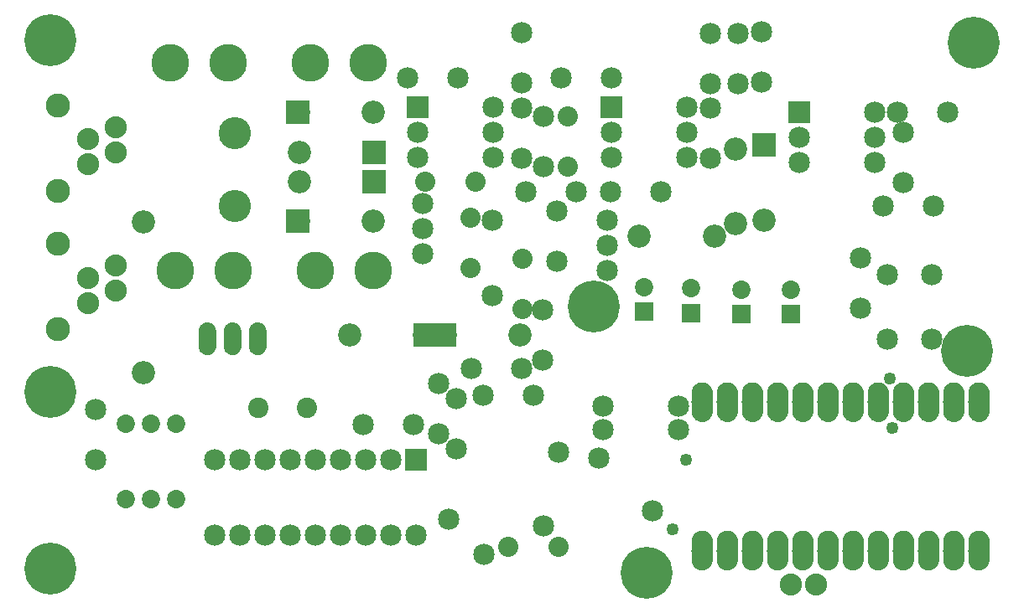
<source format=gts>
G04 MADE WITH FRITZING*
G04 WWW.FRITZING.ORG*
G04 DOUBLE SIDED*
G04 HOLES PLATED*
G04 CONTOUR ON CENTER OF CONTOUR VECTOR*
%ASAXBY*%
%FSLAX23Y23*%
%MOIN*%
%OFA0B0*%
%SFA1.0B1.0*%
%ADD10C,0.085000*%
%ADD11C,0.049370*%
%ADD12C,0.070000*%
%ADD13C,0.088000*%
%ADD14C,0.096614*%
%ADD15C,0.073000*%
%ADD16C,0.092000*%
%ADD17C,0.061496*%
%ADD18C,0.150000*%
%ADD19C,0.080000*%
%ADD20C,0.072992*%
%ADD21C,0.080925*%
%ADD22C,0.080866*%
%ADD23C,0.084000*%
%ADD24C,0.206851*%
%ADD25C,0.128110*%
%ADD26R,0.085000X0.085000*%
%ADD27R,0.092000X0.092000*%
%ADD28R,0.072992X0.072992*%
%ADD29C,0.030000*%
%ADD30R,0.001000X0.001000*%
%LNMASK1*%
G90*
G70*
G54D10*
X1577Y578D03*
X1577Y278D03*
X1477Y578D03*
X1477Y278D03*
X1377Y578D03*
X1377Y278D03*
X1277Y578D03*
X1277Y278D03*
X1177Y578D03*
X1177Y278D03*
X1077Y578D03*
X1077Y278D03*
X977Y578D03*
X977Y278D03*
X877Y578D03*
X877Y278D03*
X777Y578D03*
X777Y278D03*
G54D11*
X2651Y578D03*
X2596Y302D03*
G54D12*
X748Y1058D03*
X848Y1058D03*
X948Y1058D03*
X748Y1058D03*
X848Y1058D03*
X948Y1058D03*
G54D13*
X274Y1854D03*
X274Y1754D03*
X384Y1901D03*
X384Y1801D03*
X274Y1302D03*
X274Y1202D03*
X384Y1350D03*
X384Y1250D03*
G54D14*
X155Y1649D03*
X155Y1987D03*
X155Y1098D03*
X155Y1436D03*
G54D15*
X425Y420D03*
X525Y420D03*
X625Y420D03*
X625Y720D03*
X525Y720D03*
X425Y720D03*
X425Y420D03*
X525Y420D03*
X625Y420D03*
X625Y720D03*
X525Y720D03*
X425Y720D03*
G54D16*
X494Y1524D03*
X494Y924D03*
G54D10*
X305Y778D03*
X305Y578D03*
X2746Y1779D03*
X2746Y1979D03*
X3514Y1681D03*
X3514Y1881D03*
X3491Y1960D03*
X3691Y1960D03*
X2746Y2074D03*
X2746Y2274D03*
X1998Y1779D03*
X1998Y1979D03*
X1998Y2079D03*
X1998Y2279D03*
X2856Y2074D03*
X2856Y2274D03*
X3432Y1586D03*
X3632Y1586D03*
X2951Y2082D03*
X2951Y2282D03*
X2136Y1366D03*
X2136Y1566D03*
X2014Y1645D03*
X2214Y1645D03*
X2085Y1744D03*
X2085Y1944D03*
X2355Y2098D03*
X2155Y2098D03*
X1745Y2098D03*
X1545Y2098D03*
G54D16*
X1410Y1802D03*
X1112Y1802D03*
X1109Y1527D03*
X1407Y1527D03*
X1410Y1684D03*
X1112Y1684D03*
X1109Y1960D03*
X1407Y1960D03*
G54D17*
X856Y1881D03*
X856Y1586D03*
X856Y1881D03*
X856Y1586D03*
X856Y1881D03*
X856Y1586D03*
G54D18*
X1407Y1330D03*
X1177Y1330D03*
X620Y1330D03*
X850Y1330D03*
X1407Y1330D03*
X1177Y1330D03*
X620Y1330D03*
X850Y1330D03*
X1388Y2157D03*
X1158Y2157D03*
X600Y2157D03*
X830Y2157D03*
X1388Y2157D03*
X1158Y2157D03*
X600Y2157D03*
X830Y2157D03*
G54D10*
X1604Y1599D03*
X1604Y1499D03*
X1604Y1399D03*
X2352Y1981D03*
X2652Y1981D03*
X2352Y1881D03*
X2652Y1881D03*
X2352Y1781D03*
X2652Y1781D03*
X3100Y1961D03*
X3400Y1961D03*
X3100Y1861D03*
X3400Y1861D03*
X3100Y1761D03*
X3400Y1761D03*
X1585Y1981D03*
X1885Y1981D03*
X1585Y1881D03*
X1885Y1881D03*
X1585Y1781D03*
X1885Y1781D03*
G54D19*
X1793Y1342D03*
X1793Y1542D03*
X2143Y231D03*
X1943Y231D03*
X2001Y1177D03*
X2001Y1377D03*
X1812Y1684D03*
X1612Y1684D03*
X2179Y1744D03*
X2179Y1944D03*
G54D10*
X1996Y940D03*
X1796Y940D03*
X1737Y622D03*
X1737Y822D03*
X1567Y719D03*
X1367Y719D03*
X1707Y341D03*
X1848Y200D03*
X2079Y1175D03*
X2079Y975D03*
X2043Y834D03*
X1843Y834D03*
X1880Y1531D03*
X1880Y1231D03*
X2349Y1645D03*
X2549Y1645D03*
X1666Y880D03*
X1666Y680D03*
G54D16*
X1611Y1074D03*
X1313Y1074D03*
X2959Y1830D03*
X2959Y1532D03*
X1692Y1074D03*
X1990Y1074D03*
G54D10*
X3449Y1058D03*
X3449Y1314D03*
X3626Y1058D03*
X3626Y1314D03*
X3344Y1381D03*
X3344Y1181D03*
G54D16*
X2762Y1468D03*
X2464Y1468D03*
X2848Y1814D03*
X2848Y1516D03*
G54D20*
X3100Y1960D03*
X3100Y1861D03*
G54D21*
X951Y783D03*
G54D22*
X1144Y783D03*
G54D23*
X3815Y806D03*
X3715Y806D03*
X3615Y806D03*
X3515Y806D03*
X3415Y806D03*
X3315Y806D03*
X3215Y806D03*
X3115Y806D03*
X3015Y806D03*
X2915Y806D03*
X2815Y806D03*
X2715Y806D03*
X2715Y215D03*
X2815Y215D03*
X2915Y215D03*
X3015Y215D03*
X3115Y215D03*
X3215Y215D03*
X3315Y215D03*
X3415Y215D03*
X3515Y215D03*
X3615Y215D03*
X3715Y215D03*
X3815Y215D03*
G54D10*
X2337Y1531D03*
X2337Y1431D03*
X2337Y1331D03*
G54D24*
X3768Y1011D03*
X2284Y1188D03*
X124Y846D03*
X124Y2247D03*
X124Y145D03*
X2494Y129D03*
X3793Y2239D03*
G54D20*
X2483Y1166D03*
X2483Y1265D03*
X2669Y1162D03*
X2669Y1261D03*
X3068Y1156D03*
X3068Y1255D03*
X2871Y1156D03*
X2871Y1255D03*
G54D10*
X2619Y790D03*
X2319Y790D03*
X2619Y696D03*
X2319Y696D03*
X2084Y313D03*
X2145Y607D03*
X2516Y373D03*
X2304Y585D03*
G54D13*
X3067Y82D03*
X3167Y82D03*
G54D11*
X3469Y704D03*
X3461Y900D03*
G54D25*
X856Y1877D03*
X856Y1586D03*
G54D26*
X1577Y578D03*
G54D27*
X1411Y1802D03*
X1108Y1527D03*
X1411Y1684D03*
X1108Y1960D03*
G54D26*
X2352Y1981D03*
X3100Y1961D03*
X1585Y1981D03*
G54D27*
X1612Y1074D03*
X2959Y1831D03*
X1691Y1074D03*
G54D28*
X3100Y1960D03*
X2483Y1166D03*
X2669Y1162D03*
X3068Y1156D03*
X2871Y1156D03*
G54D29*
G36*
X2732Y1437D02*
X2732Y1499D01*
X2794Y1499D01*
X2794Y1437D01*
X2732Y1437D01*
G37*
D02*
G36*
X2879Y1784D02*
X2817Y1784D01*
X2817Y1846D01*
X2879Y1846D01*
X2879Y1784D01*
G37*
D02*
G54D30*
X742Y1123D02*
X754Y1123D01*
X842Y1123D02*
X854Y1123D01*
X942Y1123D02*
X954Y1123D01*
X738Y1122D02*
X758Y1122D01*
X838Y1122D02*
X858Y1122D01*
X938Y1122D02*
X958Y1122D01*
X735Y1121D02*
X760Y1121D01*
X835Y1121D02*
X860Y1121D01*
X935Y1121D02*
X960Y1121D01*
X733Y1120D02*
X763Y1120D01*
X833Y1120D02*
X863Y1120D01*
X933Y1120D02*
X963Y1120D01*
X731Y1119D02*
X765Y1119D01*
X831Y1119D02*
X865Y1119D01*
X931Y1119D02*
X965Y1119D01*
X729Y1118D02*
X766Y1118D01*
X829Y1118D02*
X866Y1118D01*
X929Y1118D02*
X966Y1118D01*
X728Y1117D02*
X768Y1117D01*
X828Y1117D02*
X868Y1117D01*
X928Y1117D02*
X968Y1117D01*
X727Y1116D02*
X769Y1116D01*
X827Y1116D02*
X869Y1116D01*
X927Y1116D02*
X969Y1116D01*
X725Y1115D02*
X770Y1115D01*
X825Y1115D02*
X870Y1115D01*
X925Y1115D02*
X970Y1115D01*
X724Y1114D02*
X771Y1114D01*
X824Y1114D02*
X871Y1114D01*
X924Y1114D02*
X971Y1114D01*
X723Y1113D02*
X772Y1113D01*
X823Y1113D02*
X872Y1113D01*
X923Y1113D02*
X972Y1113D01*
X722Y1112D02*
X773Y1112D01*
X822Y1112D02*
X873Y1112D01*
X922Y1112D02*
X973Y1112D01*
X721Y1111D02*
X774Y1111D01*
X821Y1111D02*
X874Y1111D01*
X921Y1111D02*
X974Y1111D01*
X721Y1110D02*
X775Y1110D01*
X821Y1110D02*
X875Y1110D01*
X921Y1110D02*
X975Y1110D01*
X720Y1109D02*
X776Y1109D01*
X820Y1109D02*
X876Y1109D01*
X920Y1109D02*
X976Y1109D01*
X719Y1108D02*
X776Y1108D01*
X819Y1108D02*
X876Y1108D01*
X919Y1108D02*
X976Y1108D01*
X719Y1107D02*
X777Y1107D01*
X819Y1107D02*
X877Y1107D01*
X919Y1107D02*
X977Y1107D01*
X718Y1106D02*
X778Y1106D01*
X818Y1106D02*
X878Y1106D01*
X918Y1106D02*
X978Y1106D01*
X717Y1105D02*
X778Y1105D01*
X817Y1105D02*
X878Y1105D01*
X917Y1105D02*
X978Y1105D01*
X717Y1104D02*
X779Y1104D01*
X817Y1104D02*
X879Y1104D01*
X917Y1104D02*
X979Y1104D01*
X717Y1103D02*
X779Y1103D01*
X817Y1103D02*
X879Y1103D01*
X917Y1103D02*
X979Y1103D01*
X716Y1102D02*
X780Y1102D01*
X816Y1102D02*
X880Y1102D01*
X916Y1102D02*
X980Y1102D01*
X716Y1101D02*
X780Y1101D01*
X816Y1101D02*
X880Y1101D01*
X916Y1101D02*
X980Y1101D01*
X715Y1100D02*
X780Y1100D01*
X815Y1100D02*
X880Y1100D01*
X915Y1100D02*
X980Y1100D01*
X715Y1099D02*
X781Y1099D01*
X815Y1099D02*
X881Y1099D01*
X915Y1099D02*
X981Y1099D01*
X715Y1098D02*
X781Y1098D01*
X815Y1098D02*
X881Y1098D01*
X915Y1098D02*
X981Y1098D01*
X714Y1097D02*
X781Y1097D01*
X814Y1097D02*
X881Y1097D01*
X914Y1097D02*
X981Y1097D01*
X714Y1096D02*
X781Y1096D01*
X814Y1096D02*
X881Y1096D01*
X914Y1096D02*
X981Y1096D01*
X714Y1095D02*
X782Y1095D01*
X814Y1095D02*
X882Y1095D01*
X914Y1095D02*
X982Y1095D01*
X714Y1094D02*
X782Y1094D01*
X814Y1094D02*
X882Y1094D01*
X914Y1094D02*
X982Y1094D01*
X714Y1093D02*
X782Y1093D01*
X814Y1093D02*
X882Y1093D01*
X914Y1093D02*
X982Y1093D01*
X713Y1092D02*
X782Y1092D01*
X813Y1092D02*
X882Y1092D01*
X913Y1092D02*
X982Y1092D01*
X713Y1091D02*
X782Y1091D01*
X813Y1091D02*
X882Y1091D01*
X913Y1091D02*
X982Y1091D01*
X713Y1090D02*
X782Y1090D01*
X813Y1090D02*
X882Y1090D01*
X913Y1090D02*
X982Y1090D01*
X713Y1089D02*
X782Y1089D01*
X813Y1089D02*
X882Y1089D01*
X913Y1089D02*
X982Y1089D01*
X713Y1088D02*
X782Y1088D01*
X813Y1088D02*
X882Y1088D01*
X913Y1088D02*
X982Y1088D01*
X713Y1087D02*
X782Y1087D01*
X813Y1087D02*
X882Y1087D01*
X913Y1087D02*
X982Y1087D01*
X713Y1086D02*
X782Y1086D01*
X813Y1086D02*
X882Y1086D01*
X913Y1086D02*
X982Y1086D01*
X713Y1085D02*
X782Y1085D01*
X813Y1085D02*
X882Y1085D01*
X913Y1085D02*
X982Y1085D01*
X713Y1084D02*
X782Y1084D01*
X813Y1084D02*
X882Y1084D01*
X913Y1084D02*
X982Y1084D01*
X713Y1083D02*
X782Y1083D01*
X813Y1083D02*
X882Y1083D01*
X913Y1083D02*
X982Y1083D01*
X713Y1082D02*
X782Y1082D01*
X813Y1082D02*
X882Y1082D01*
X913Y1082D02*
X982Y1082D01*
X713Y1081D02*
X782Y1081D01*
X813Y1081D02*
X882Y1081D01*
X913Y1081D02*
X982Y1081D01*
X713Y1080D02*
X782Y1080D01*
X813Y1080D02*
X882Y1080D01*
X913Y1080D02*
X982Y1080D01*
X713Y1079D02*
X782Y1079D01*
X813Y1079D02*
X882Y1079D01*
X913Y1079D02*
X982Y1079D01*
X713Y1078D02*
X782Y1078D01*
X813Y1078D02*
X882Y1078D01*
X913Y1078D02*
X982Y1078D01*
X713Y1077D02*
X782Y1077D01*
X813Y1077D02*
X882Y1077D01*
X913Y1077D02*
X982Y1077D01*
X713Y1076D02*
X782Y1076D01*
X813Y1076D02*
X882Y1076D01*
X913Y1076D02*
X982Y1076D01*
X713Y1075D02*
X782Y1075D01*
X813Y1075D02*
X882Y1075D01*
X913Y1075D02*
X982Y1075D01*
X713Y1074D02*
X782Y1074D01*
X813Y1074D02*
X882Y1074D01*
X913Y1074D02*
X982Y1074D01*
X713Y1073D02*
X743Y1073D01*
X753Y1073D02*
X782Y1073D01*
X813Y1073D02*
X843Y1073D01*
X853Y1073D02*
X882Y1073D01*
X913Y1073D02*
X943Y1073D01*
X953Y1073D02*
X982Y1073D01*
X713Y1072D02*
X740Y1072D01*
X755Y1072D02*
X782Y1072D01*
X813Y1072D02*
X840Y1072D01*
X855Y1072D02*
X882Y1072D01*
X913Y1072D02*
X940Y1072D01*
X955Y1072D02*
X982Y1072D01*
X713Y1071D02*
X739Y1071D01*
X757Y1071D02*
X782Y1071D01*
X813Y1071D02*
X839Y1071D01*
X857Y1071D02*
X882Y1071D01*
X913Y1071D02*
X939Y1071D01*
X957Y1071D02*
X982Y1071D01*
X713Y1070D02*
X738Y1070D01*
X758Y1070D02*
X782Y1070D01*
X813Y1070D02*
X838Y1070D01*
X858Y1070D02*
X882Y1070D01*
X913Y1070D02*
X938Y1070D01*
X958Y1070D02*
X982Y1070D01*
X713Y1069D02*
X737Y1069D01*
X759Y1069D02*
X782Y1069D01*
X813Y1069D02*
X837Y1069D01*
X859Y1069D02*
X882Y1069D01*
X913Y1069D02*
X937Y1069D01*
X959Y1069D02*
X982Y1069D01*
X713Y1068D02*
X736Y1068D01*
X760Y1068D02*
X782Y1068D01*
X813Y1068D02*
X836Y1068D01*
X860Y1068D02*
X882Y1068D01*
X913Y1068D02*
X936Y1068D01*
X960Y1068D02*
X982Y1068D01*
X713Y1067D02*
X735Y1067D01*
X761Y1067D02*
X782Y1067D01*
X813Y1067D02*
X835Y1067D01*
X861Y1067D02*
X882Y1067D01*
X913Y1067D02*
X935Y1067D01*
X961Y1067D02*
X982Y1067D01*
X713Y1066D02*
X734Y1066D01*
X761Y1066D02*
X782Y1066D01*
X813Y1066D02*
X834Y1066D01*
X861Y1066D02*
X882Y1066D01*
X913Y1066D02*
X934Y1066D01*
X961Y1066D02*
X982Y1066D01*
X713Y1065D02*
X734Y1065D01*
X762Y1065D02*
X782Y1065D01*
X813Y1065D02*
X834Y1065D01*
X862Y1065D02*
X882Y1065D01*
X913Y1065D02*
X934Y1065D01*
X962Y1065D02*
X982Y1065D01*
X713Y1064D02*
X733Y1064D01*
X762Y1064D02*
X782Y1064D01*
X813Y1064D02*
X833Y1064D01*
X862Y1064D02*
X882Y1064D01*
X913Y1064D02*
X933Y1064D01*
X962Y1064D02*
X982Y1064D01*
X713Y1063D02*
X733Y1063D01*
X763Y1063D02*
X782Y1063D01*
X813Y1063D02*
X833Y1063D01*
X863Y1063D02*
X882Y1063D01*
X913Y1063D02*
X933Y1063D01*
X963Y1063D02*
X982Y1063D01*
X713Y1062D02*
X733Y1062D01*
X763Y1062D02*
X782Y1062D01*
X813Y1062D02*
X833Y1062D01*
X863Y1062D02*
X882Y1062D01*
X913Y1062D02*
X933Y1062D01*
X963Y1062D02*
X982Y1062D01*
X713Y1061D02*
X733Y1061D01*
X763Y1061D02*
X782Y1061D01*
X813Y1061D02*
X833Y1061D01*
X863Y1061D02*
X882Y1061D01*
X913Y1061D02*
X933Y1061D01*
X963Y1061D02*
X982Y1061D01*
X713Y1060D02*
X732Y1060D01*
X763Y1060D02*
X782Y1060D01*
X813Y1060D02*
X832Y1060D01*
X863Y1060D02*
X882Y1060D01*
X913Y1060D02*
X932Y1060D01*
X963Y1060D02*
X982Y1060D01*
X713Y1059D02*
X732Y1059D01*
X763Y1059D02*
X782Y1059D01*
X813Y1059D02*
X832Y1059D01*
X863Y1059D02*
X882Y1059D01*
X913Y1059D02*
X932Y1059D01*
X963Y1059D02*
X982Y1059D01*
X713Y1058D02*
X732Y1058D01*
X763Y1058D02*
X782Y1058D01*
X813Y1058D02*
X832Y1058D01*
X863Y1058D02*
X882Y1058D01*
X913Y1058D02*
X932Y1058D01*
X963Y1058D02*
X982Y1058D01*
X713Y1057D02*
X732Y1057D01*
X763Y1057D02*
X782Y1057D01*
X813Y1057D02*
X832Y1057D01*
X863Y1057D02*
X882Y1057D01*
X913Y1057D02*
X932Y1057D01*
X963Y1057D02*
X982Y1057D01*
X713Y1056D02*
X733Y1056D01*
X763Y1056D02*
X782Y1056D01*
X813Y1056D02*
X833Y1056D01*
X863Y1056D02*
X882Y1056D01*
X913Y1056D02*
X933Y1056D01*
X963Y1056D02*
X982Y1056D01*
X713Y1055D02*
X733Y1055D01*
X763Y1055D02*
X782Y1055D01*
X813Y1055D02*
X833Y1055D01*
X863Y1055D02*
X882Y1055D01*
X913Y1055D02*
X933Y1055D01*
X963Y1055D02*
X982Y1055D01*
X713Y1054D02*
X733Y1054D01*
X763Y1054D02*
X782Y1054D01*
X813Y1054D02*
X833Y1054D01*
X863Y1054D02*
X882Y1054D01*
X913Y1054D02*
X933Y1054D01*
X963Y1054D02*
X982Y1054D01*
X713Y1053D02*
X733Y1053D01*
X762Y1053D02*
X782Y1053D01*
X813Y1053D02*
X833Y1053D01*
X862Y1053D02*
X882Y1053D01*
X913Y1053D02*
X933Y1053D01*
X962Y1053D02*
X982Y1053D01*
X713Y1052D02*
X734Y1052D01*
X762Y1052D02*
X782Y1052D01*
X813Y1052D02*
X834Y1052D01*
X862Y1052D02*
X882Y1052D01*
X913Y1052D02*
X934Y1052D01*
X962Y1052D02*
X982Y1052D01*
X713Y1051D02*
X734Y1051D01*
X761Y1051D02*
X782Y1051D01*
X813Y1051D02*
X834Y1051D01*
X861Y1051D02*
X882Y1051D01*
X913Y1051D02*
X934Y1051D01*
X961Y1051D02*
X982Y1051D01*
X713Y1050D02*
X735Y1050D01*
X761Y1050D02*
X782Y1050D01*
X813Y1050D02*
X835Y1050D01*
X861Y1050D02*
X882Y1050D01*
X913Y1050D02*
X935Y1050D01*
X961Y1050D02*
X982Y1050D01*
X713Y1049D02*
X736Y1049D01*
X760Y1049D02*
X782Y1049D01*
X813Y1049D02*
X836Y1049D01*
X860Y1049D02*
X882Y1049D01*
X913Y1049D02*
X936Y1049D01*
X960Y1049D02*
X982Y1049D01*
X713Y1048D02*
X737Y1048D01*
X759Y1048D02*
X782Y1048D01*
X813Y1048D02*
X837Y1048D01*
X859Y1048D02*
X882Y1048D01*
X913Y1048D02*
X937Y1048D01*
X959Y1048D02*
X982Y1048D01*
X713Y1047D02*
X738Y1047D01*
X758Y1047D02*
X782Y1047D01*
X813Y1047D02*
X838Y1047D01*
X858Y1047D02*
X882Y1047D01*
X913Y1047D02*
X938Y1047D01*
X958Y1047D02*
X982Y1047D01*
X713Y1046D02*
X739Y1046D01*
X756Y1046D02*
X782Y1046D01*
X813Y1046D02*
X839Y1046D01*
X856Y1046D02*
X882Y1046D01*
X913Y1046D02*
X939Y1046D01*
X956Y1046D02*
X982Y1046D01*
X713Y1045D02*
X741Y1045D01*
X755Y1045D02*
X782Y1045D01*
X813Y1045D02*
X841Y1045D01*
X855Y1045D02*
X882Y1045D01*
X913Y1045D02*
X941Y1045D01*
X955Y1045D02*
X982Y1045D01*
X713Y1044D02*
X744Y1044D01*
X752Y1044D02*
X782Y1044D01*
X813Y1044D02*
X844Y1044D01*
X852Y1044D02*
X882Y1044D01*
X913Y1044D02*
X944Y1044D01*
X952Y1044D02*
X982Y1044D01*
X713Y1043D02*
X782Y1043D01*
X813Y1043D02*
X882Y1043D01*
X913Y1043D02*
X982Y1043D01*
X713Y1042D02*
X782Y1042D01*
X813Y1042D02*
X882Y1042D01*
X913Y1042D02*
X982Y1042D01*
X713Y1041D02*
X782Y1041D01*
X813Y1041D02*
X882Y1041D01*
X913Y1041D02*
X982Y1041D01*
X713Y1040D02*
X782Y1040D01*
X813Y1040D02*
X882Y1040D01*
X913Y1040D02*
X982Y1040D01*
X713Y1039D02*
X782Y1039D01*
X813Y1039D02*
X882Y1039D01*
X913Y1039D02*
X982Y1039D01*
X713Y1038D02*
X782Y1038D01*
X813Y1038D02*
X882Y1038D01*
X913Y1038D02*
X982Y1038D01*
X713Y1037D02*
X782Y1037D01*
X813Y1037D02*
X882Y1037D01*
X913Y1037D02*
X982Y1037D01*
X713Y1036D02*
X782Y1036D01*
X813Y1036D02*
X882Y1036D01*
X913Y1036D02*
X982Y1036D01*
X713Y1035D02*
X782Y1035D01*
X813Y1035D02*
X882Y1035D01*
X913Y1035D02*
X982Y1035D01*
X713Y1034D02*
X782Y1034D01*
X813Y1034D02*
X882Y1034D01*
X913Y1034D02*
X982Y1034D01*
X713Y1033D02*
X782Y1033D01*
X813Y1033D02*
X882Y1033D01*
X913Y1033D02*
X982Y1033D01*
X713Y1032D02*
X782Y1032D01*
X813Y1032D02*
X882Y1032D01*
X913Y1032D02*
X982Y1032D01*
X713Y1031D02*
X782Y1031D01*
X813Y1031D02*
X882Y1031D01*
X913Y1031D02*
X982Y1031D01*
X713Y1030D02*
X782Y1030D01*
X813Y1030D02*
X882Y1030D01*
X913Y1030D02*
X982Y1030D01*
X713Y1029D02*
X782Y1029D01*
X813Y1029D02*
X882Y1029D01*
X913Y1029D02*
X982Y1029D01*
X713Y1028D02*
X782Y1028D01*
X813Y1028D02*
X882Y1028D01*
X913Y1028D02*
X982Y1028D01*
X713Y1027D02*
X782Y1027D01*
X813Y1027D02*
X882Y1027D01*
X913Y1027D02*
X982Y1027D01*
X713Y1026D02*
X782Y1026D01*
X813Y1026D02*
X882Y1026D01*
X913Y1026D02*
X982Y1026D01*
X714Y1025D02*
X782Y1025D01*
X814Y1025D02*
X882Y1025D01*
X914Y1025D02*
X982Y1025D01*
X714Y1024D02*
X782Y1024D01*
X814Y1024D02*
X882Y1024D01*
X914Y1024D02*
X982Y1024D01*
X714Y1023D02*
X782Y1023D01*
X814Y1023D02*
X882Y1023D01*
X914Y1023D02*
X982Y1023D01*
X714Y1022D02*
X782Y1022D01*
X814Y1022D02*
X882Y1022D01*
X914Y1022D02*
X982Y1022D01*
X714Y1021D02*
X781Y1021D01*
X814Y1021D02*
X881Y1021D01*
X914Y1021D02*
X981Y1021D01*
X714Y1020D02*
X781Y1020D01*
X814Y1020D02*
X881Y1020D01*
X914Y1020D02*
X981Y1020D01*
X715Y1019D02*
X781Y1019D01*
X815Y1019D02*
X881Y1019D01*
X915Y1019D02*
X981Y1019D01*
X715Y1018D02*
X781Y1018D01*
X815Y1018D02*
X881Y1018D01*
X915Y1018D02*
X981Y1018D01*
X715Y1017D02*
X780Y1017D01*
X815Y1017D02*
X880Y1017D01*
X915Y1017D02*
X980Y1017D01*
X716Y1016D02*
X780Y1016D01*
X816Y1016D02*
X880Y1016D01*
X916Y1016D02*
X980Y1016D01*
X716Y1015D02*
X779Y1015D01*
X816Y1015D02*
X879Y1015D01*
X916Y1015D02*
X979Y1015D01*
X717Y1014D02*
X779Y1014D01*
X817Y1014D02*
X879Y1014D01*
X917Y1014D02*
X979Y1014D01*
X717Y1013D02*
X778Y1013D01*
X817Y1013D02*
X878Y1013D01*
X917Y1013D02*
X978Y1013D01*
X718Y1012D02*
X778Y1012D01*
X818Y1012D02*
X878Y1012D01*
X918Y1012D02*
X978Y1012D01*
X718Y1011D02*
X777Y1011D01*
X818Y1011D02*
X877Y1011D01*
X918Y1011D02*
X977Y1011D01*
X719Y1010D02*
X777Y1010D01*
X819Y1010D02*
X877Y1010D01*
X919Y1010D02*
X977Y1010D01*
X719Y1009D02*
X776Y1009D01*
X819Y1009D02*
X876Y1009D01*
X919Y1009D02*
X976Y1009D01*
X720Y1008D02*
X775Y1008D01*
X820Y1008D02*
X875Y1008D01*
X920Y1008D02*
X975Y1008D01*
X721Y1007D02*
X775Y1007D01*
X821Y1007D02*
X875Y1007D01*
X921Y1007D02*
X975Y1007D01*
X722Y1006D02*
X774Y1006D01*
X822Y1006D02*
X874Y1006D01*
X922Y1006D02*
X974Y1006D01*
X723Y1005D02*
X773Y1005D01*
X823Y1005D02*
X873Y1005D01*
X923Y1005D02*
X973Y1005D01*
X723Y1004D02*
X772Y1004D01*
X823Y1004D02*
X872Y1004D01*
X923Y1004D02*
X972Y1004D01*
X725Y1003D02*
X771Y1003D01*
X825Y1003D02*
X871Y1003D01*
X925Y1003D02*
X971Y1003D01*
X726Y1002D02*
X770Y1002D01*
X826Y1002D02*
X870Y1002D01*
X926Y1002D02*
X970Y1002D01*
X727Y1001D02*
X769Y1001D01*
X827Y1001D02*
X869Y1001D01*
X927Y1001D02*
X969Y1001D01*
X728Y1000D02*
X767Y1000D01*
X828Y1000D02*
X867Y1000D01*
X928Y1000D02*
X967Y1000D01*
X730Y999D02*
X766Y999D01*
X830Y999D02*
X866Y999D01*
X930Y999D02*
X966Y999D01*
X732Y998D02*
X764Y998D01*
X832Y998D02*
X864Y998D01*
X932Y998D02*
X964Y998D01*
X734Y997D02*
X762Y997D01*
X834Y997D02*
X862Y997D01*
X934Y997D02*
X962Y997D01*
X736Y996D02*
X760Y996D01*
X836Y996D02*
X860Y996D01*
X936Y996D02*
X960Y996D01*
X739Y995D02*
X757Y995D01*
X839Y995D02*
X857Y995D01*
X939Y995D02*
X957Y995D01*
X744Y994D02*
X752Y994D01*
X844Y994D02*
X852Y994D01*
X944Y994D02*
X952Y994D01*
X2709Y885D02*
X2719Y885D01*
X2809Y885D02*
X2819Y885D01*
X2909Y885D02*
X2919Y885D01*
X3009Y885D02*
X3019Y885D01*
X3109Y885D02*
X3119Y885D01*
X3209Y885D02*
X3219Y885D01*
X3309Y885D02*
X3319Y885D01*
X3409Y885D02*
X3419Y885D01*
X3509Y885D02*
X3519Y885D01*
X3609Y885D02*
X3619Y885D01*
X3709Y885D02*
X3719Y885D01*
X3809Y885D02*
X3819Y885D01*
X2704Y884D02*
X2724Y884D01*
X2804Y884D02*
X2824Y884D01*
X2904Y884D02*
X2924Y884D01*
X3004Y884D02*
X3024Y884D01*
X3104Y884D02*
X3124Y884D01*
X3204Y884D02*
X3224Y884D01*
X3304Y884D02*
X3324Y884D01*
X3404Y884D02*
X3424Y884D01*
X3504Y884D02*
X3524Y884D01*
X3604Y884D02*
X3624Y884D01*
X3704Y884D02*
X3724Y884D01*
X3804Y884D02*
X3824Y884D01*
X2701Y883D02*
X2727Y883D01*
X2801Y883D02*
X2827Y883D01*
X2901Y883D02*
X2927Y883D01*
X3001Y883D02*
X3027Y883D01*
X3101Y883D02*
X3127Y883D01*
X3201Y883D02*
X3227Y883D01*
X3301Y883D02*
X3327Y883D01*
X3401Y883D02*
X3427Y883D01*
X3501Y883D02*
X3527Y883D01*
X3601Y883D02*
X3627Y883D01*
X3701Y883D02*
X3727Y883D01*
X3801Y883D02*
X3827Y883D01*
X2698Y882D02*
X2730Y882D01*
X2798Y882D02*
X2830Y882D01*
X2898Y882D02*
X2930Y882D01*
X2998Y882D02*
X3030Y882D01*
X3098Y882D02*
X3130Y882D01*
X3198Y882D02*
X3230Y882D01*
X3298Y882D02*
X3330Y882D01*
X3398Y882D02*
X3430Y882D01*
X3498Y882D02*
X3530Y882D01*
X3598Y882D02*
X3630Y882D01*
X3698Y882D02*
X3730Y882D01*
X3798Y882D02*
X3830Y882D01*
X2696Y881D02*
X2732Y881D01*
X2796Y881D02*
X2832Y881D01*
X2896Y881D02*
X2932Y881D01*
X2996Y881D02*
X3032Y881D01*
X3096Y881D02*
X3132Y881D01*
X3196Y881D02*
X3232Y881D01*
X3296Y881D02*
X3332Y881D01*
X3396Y881D02*
X3432Y881D01*
X3496Y881D02*
X3532Y881D01*
X3596Y881D02*
X3632Y881D01*
X3696Y881D02*
X3732Y881D01*
X3796Y881D02*
X3832Y881D01*
X2694Y880D02*
X2734Y880D01*
X2794Y880D02*
X2834Y880D01*
X2894Y880D02*
X2934Y880D01*
X2994Y880D02*
X3034Y880D01*
X3094Y880D02*
X3134Y880D01*
X3194Y880D02*
X3234Y880D01*
X3294Y880D02*
X3334Y880D01*
X3394Y880D02*
X3434Y880D01*
X3494Y880D02*
X3534Y880D01*
X3594Y880D02*
X3634Y880D01*
X3694Y880D02*
X3734Y880D01*
X3794Y880D02*
X3834Y880D01*
X2693Y879D02*
X2736Y879D01*
X2793Y879D02*
X2836Y879D01*
X2893Y879D02*
X2936Y879D01*
X2993Y879D02*
X3036Y879D01*
X3093Y879D02*
X3136Y879D01*
X3193Y879D02*
X3236Y879D01*
X3293Y879D02*
X3336Y879D01*
X3393Y879D02*
X3436Y879D01*
X3493Y879D02*
X3536Y879D01*
X3593Y879D02*
X3636Y879D01*
X3693Y879D02*
X3736Y879D01*
X3793Y879D02*
X3836Y879D01*
X2691Y878D02*
X2737Y878D01*
X2791Y878D02*
X2837Y878D01*
X2891Y878D02*
X2937Y878D01*
X2991Y878D02*
X3037Y878D01*
X3091Y878D02*
X3137Y878D01*
X3191Y878D02*
X3237Y878D01*
X3291Y878D02*
X3337Y878D01*
X3391Y878D02*
X3437Y878D01*
X3491Y878D02*
X3537Y878D01*
X3591Y878D02*
X3637Y878D01*
X3691Y878D02*
X3737Y878D01*
X3791Y878D02*
X3837Y878D01*
X2690Y877D02*
X2739Y877D01*
X2790Y877D02*
X2839Y877D01*
X2890Y877D02*
X2939Y877D01*
X2990Y877D02*
X3039Y877D01*
X3090Y877D02*
X3139Y877D01*
X3190Y877D02*
X3239Y877D01*
X3290Y877D02*
X3339Y877D01*
X3390Y877D02*
X3439Y877D01*
X3490Y877D02*
X3539Y877D01*
X3590Y877D02*
X3639Y877D01*
X3690Y877D02*
X3739Y877D01*
X3790Y877D02*
X3839Y877D01*
X2688Y876D02*
X2740Y876D01*
X2788Y876D02*
X2840Y876D01*
X2888Y876D02*
X2940Y876D01*
X2988Y876D02*
X3040Y876D01*
X3088Y876D02*
X3140Y876D01*
X3188Y876D02*
X3240Y876D01*
X3288Y876D02*
X3340Y876D01*
X3388Y876D02*
X3440Y876D01*
X3488Y876D02*
X3540Y876D01*
X3588Y876D02*
X3640Y876D01*
X3688Y876D02*
X3740Y876D01*
X3788Y876D02*
X3840Y876D01*
X2687Y875D02*
X2741Y875D01*
X2787Y875D02*
X2841Y875D01*
X2887Y875D02*
X2941Y875D01*
X2987Y875D02*
X3041Y875D01*
X3087Y875D02*
X3141Y875D01*
X3187Y875D02*
X3241Y875D01*
X3287Y875D02*
X3341Y875D01*
X3387Y875D02*
X3441Y875D01*
X3487Y875D02*
X3541Y875D01*
X3587Y875D02*
X3641Y875D01*
X3687Y875D02*
X3741Y875D01*
X3787Y875D02*
X3841Y875D01*
X2686Y874D02*
X2742Y874D01*
X2786Y874D02*
X2842Y874D01*
X2886Y874D02*
X2942Y874D01*
X2986Y874D02*
X3042Y874D01*
X3086Y874D02*
X3142Y874D01*
X3186Y874D02*
X3242Y874D01*
X3286Y874D02*
X3342Y874D01*
X3386Y874D02*
X3442Y874D01*
X3486Y874D02*
X3542Y874D01*
X3586Y874D02*
X3642Y874D01*
X3686Y874D02*
X3742Y874D01*
X3786Y874D02*
X3842Y874D01*
X2685Y873D02*
X2743Y873D01*
X2785Y873D02*
X2843Y873D01*
X2885Y873D02*
X2943Y873D01*
X2985Y873D02*
X3043Y873D01*
X3085Y873D02*
X3143Y873D01*
X3185Y873D02*
X3243Y873D01*
X3285Y873D02*
X3343Y873D01*
X3385Y873D02*
X3443Y873D01*
X3485Y873D02*
X3543Y873D01*
X3585Y873D02*
X3643Y873D01*
X3685Y873D02*
X3743Y873D01*
X3785Y873D02*
X3843Y873D01*
X2684Y872D02*
X2744Y872D01*
X2784Y872D02*
X2844Y872D01*
X2884Y872D02*
X2944Y872D01*
X2984Y872D02*
X3044Y872D01*
X3084Y872D02*
X3144Y872D01*
X3184Y872D02*
X3244Y872D01*
X3284Y872D02*
X3344Y872D01*
X3384Y872D02*
X3444Y872D01*
X3484Y872D02*
X3544Y872D01*
X3584Y872D02*
X3644Y872D01*
X3684Y872D02*
X3744Y872D01*
X3784Y872D02*
X3844Y872D01*
X2683Y871D02*
X2745Y871D01*
X2783Y871D02*
X2845Y871D01*
X2883Y871D02*
X2945Y871D01*
X2983Y871D02*
X3045Y871D01*
X3083Y871D02*
X3145Y871D01*
X3183Y871D02*
X3245Y871D01*
X3283Y871D02*
X3345Y871D01*
X3383Y871D02*
X3445Y871D01*
X3483Y871D02*
X3545Y871D01*
X3583Y871D02*
X3645Y871D01*
X3683Y871D02*
X3745Y871D01*
X3783Y871D02*
X3845Y871D01*
X2682Y870D02*
X2746Y870D01*
X2782Y870D02*
X2846Y870D01*
X2882Y870D02*
X2946Y870D01*
X2982Y870D02*
X3046Y870D01*
X3082Y870D02*
X3146Y870D01*
X3182Y870D02*
X3246Y870D01*
X3282Y870D02*
X3346Y870D01*
X3382Y870D02*
X3446Y870D01*
X3482Y870D02*
X3546Y870D01*
X3582Y870D02*
X3646Y870D01*
X3682Y870D02*
X3746Y870D01*
X3782Y870D02*
X3846Y870D01*
X2681Y869D02*
X2747Y869D01*
X2781Y869D02*
X2847Y869D01*
X2881Y869D02*
X2947Y869D01*
X2981Y869D02*
X3047Y869D01*
X3081Y869D02*
X3147Y869D01*
X3181Y869D02*
X3247Y869D01*
X3281Y869D02*
X3347Y869D01*
X3381Y869D02*
X3447Y869D01*
X3481Y869D02*
X3547Y869D01*
X3581Y869D02*
X3647Y869D01*
X3681Y869D02*
X3747Y869D01*
X3781Y869D02*
X3847Y869D01*
X2681Y868D02*
X2748Y868D01*
X2781Y868D02*
X2848Y868D01*
X2881Y868D02*
X2948Y868D01*
X2981Y868D02*
X3048Y868D01*
X3081Y868D02*
X3148Y868D01*
X3181Y868D02*
X3248Y868D01*
X3281Y868D02*
X3348Y868D01*
X3381Y868D02*
X3448Y868D01*
X3481Y868D02*
X3548Y868D01*
X3581Y868D02*
X3648Y868D01*
X3681Y868D02*
X3748Y868D01*
X3781Y868D02*
X3848Y868D01*
X2680Y867D02*
X2748Y867D01*
X2780Y867D02*
X2848Y867D01*
X2880Y867D02*
X2948Y867D01*
X2980Y867D02*
X3048Y867D01*
X3080Y867D02*
X3148Y867D01*
X3180Y867D02*
X3248Y867D01*
X3280Y867D02*
X3348Y867D01*
X3380Y867D02*
X3448Y867D01*
X3480Y867D02*
X3548Y867D01*
X3580Y867D02*
X3648Y867D01*
X3680Y867D02*
X3748Y867D01*
X3780Y867D02*
X3848Y867D01*
X2679Y866D02*
X2749Y866D01*
X2779Y866D02*
X2849Y866D01*
X2879Y866D02*
X2949Y866D01*
X2979Y866D02*
X3049Y866D01*
X3079Y866D02*
X3149Y866D01*
X3179Y866D02*
X3249Y866D01*
X3279Y866D02*
X3349Y866D01*
X3379Y866D02*
X3449Y866D01*
X3479Y866D02*
X3549Y866D01*
X3579Y866D02*
X3649Y866D01*
X3679Y866D02*
X3749Y866D01*
X3779Y866D02*
X3849Y866D01*
X2679Y865D02*
X2750Y865D01*
X2779Y865D02*
X2850Y865D01*
X2879Y865D02*
X2950Y865D01*
X2979Y865D02*
X3050Y865D01*
X3079Y865D02*
X3150Y865D01*
X3179Y865D02*
X3250Y865D01*
X3279Y865D02*
X3350Y865D01*
X3379Y865D02*
X3450Y865D01*
X3479Y865D02*
X3550Y865D01*
X3579Y865D02*
X3650Y865D01*
X3679Y865D02*
X3750Y865D01*
X3779Y865D02*
X3850Y865D01*
X2678Y864D02*
X2750Y864D01*
X2778Y864D02*
X2850Y864D01*
X2878Y864D02*
X2950Y864D01*
X2978Y864D02*
X3050Y864D01*
X3078Y864D02*
X3150Y864D01*
X3178Y864D02*
X3250Y864D01*
X3278Y864D02*
X3350Y864D01*
X3378Y864D02*
X3450Y864D01*
X3478Y864D02*
X3550Y864D01*
X3578Y864D02*
X3650Y864D01*
X3678Y864D02*
X3750Y864D01*
X3778Y864D02*
X3850Y864D01*
X2678Y863D02*
X2751Y863D01*
X2778Y863D02*
X2851Y863D01*
X2878Y863D02*
X2951Y863D01*
X2978Y863D02*
X3051Y863D01*
X3078Y863D02*
X3151Y863D01*
X3178Y863D02*
X3251Y863D01*
X3278Y863D02*
X3351Y863D01*
X3378Y863D02*
X3451Y863D01*
X3478Y863D02*
X3551Y863D01*
X3578Y863D02*
X3651Y863D01*
X3678Y863D02*
X3751Y863D01*
X3778Y863D02*
X3851Y863D01*
X2677Y862D02*
X2751Y862D01*
X2777Y862D02*
X2851Y862D01*
X2877Y862D02*
X2951Y862D01*
X2977Y862D02*
X3051Y862D01*
X3077Y862D02*
X3151Y862D01*
X3177Y862D02*
X3251Y862D01*
X3277Y862D02*
X3351Y862D01*
X3377Y862D02*
X3451Y862D01*
X3477Y862D02*
X3551Y862D01*
X3577Y862D02*
X3651Y862D01*
X3677Y862D02*
X3751Y862D01*
X3777Y862D02*
X3851Y862D01*
X2677Y861D02*
X2752Y861D01*
X2777Y861D02*
X2852Y861D01*
X2877Y861D02*
X2952Y861D01*
X2977Y861D02*
X3052Y861D01*
X3077Y861D02*
X3152Y861D01*
X3177Y861D02*
X3252Y861D01*
X3277Y861D02*
X3352Y861D01*
X3377Y861D02*
X3452Y861D01*
X3477Y861D02*
X3552Y861D01*
X3577Y861D02*
X3652Y861D01*
X3677Y861D02*
X3752Y861D01*
X3777Y861D02*
X3852Y861D01*
X2676Y860D02*
X2752Y860D01*
X2776Y860D02*
X2852Y860D01*
X2876Y860D02*
X2952Y860D01*
X2976Y860D02*
X3052Y860D01*
X3076Y860D02*
X3152Y860D01*
X3176Y860D02*
X3252Y860D01*
X3276Y860D02*
X3352Y860D01*
X3376Y860D02*
X3452Y860D01*
X3476Y860D02*
X3552Y860D01*
X3576Y860D02*
X3652Y860D01*
X3676Y860D02*
X3752Y860D01*
X3776Y860D02*
X3852Y860D01*
X2676Y859D02*
X2753Y859D01*
X2776Y859D02*
X2853Y859D01*
X2876Y859D02*
X2953Y859D01*
X2976Y859D02*
X3053Y859D01*
X3076Y859D02*
X3153Y859D01*
X3176Y859D02*
X3253Y859D01*
X3276Y859D02*
X3353Y859D01*
X3376Y859D02*
X3453Y859D01*
X3476Y859D02*
X3553Y859D01*
X3576Y859D02*
X3653Y859D01*
X3676Y859D02*
X3753Y859D01*
X3776Y859D02*
X3853Y859D01*
X2675Y858D02*
X2753Y858D01*
X2775Y858D02*
X2853Y858D01*
X2875Y858D02*
X2953Y858D01*
X2975Y858D02*
X3053Y858D01*
X3075Y858D02*
X3153Y858D01*
X3175Y858D02*
X3253Y858D01*
X3275Y858D02*
X3353Y858D01*
X3375Y858D02*
X3453Y858D01*
X3475Y858D02*
X3553Y858D01*
X3575Y858D02*
X3653Y858D01*
X3675Y858D02*
X3753Y858D01*
X3775Y858D02*
X3853Y858D01*
X2675Y857D02*
X2753Y857D01*
X2775Y857D02*
X2853Y857D01*
X2875Y857D02*
X2953Y857D01*
X2975Y857D02*
X3053Y857D01*
X3075Y857D02*
X3153Y857D01*
X3175Y857D02*
X3253Y857D01*
X3275Y857D02*
X3353Y857D01*
X3375Y857D02*
X3453Y857D01*
X3475Y857D02*
X3553Y857D01*
X3575Y857D02*
X3653Y857D01*
X3675Y857D02*
X3753Y857D01*
X3775Y857D02*
X3853Y857D01*
X2675Y856D02*
X2754Y856D01*
X2775Y856D02*
X2854Y856D01*
X2875Y856D02*
X2954Y856D01*
X2975Y856D02*
X3054Y856D01*
X3075Y856D02*
X3154Y856D01*
X3175Y856D02*
X3254Y856D01*
X3275Y856D02*
X3354Y856D01*
X3375Y856D02*
X3454Y856D01*
X3475Y856D02*
X3554Y856D01*
X3575Y856D02*
X3654Y856D01*
X3675Y856D02*
X3754Y856D01*
X3775Y856D02*
X3854Y856D01*
X2674Y855D02*
X2754Y855D01*
X2774Y855D02*
X2854Y855D01*
X2874Y855D02*
X2954Y855D01*
X2974Y855D02*
X3054Y855D01*
X3074Y855D02*
X3154Y855D01*
X3174Y855D02*
X3254Y855D01*
X3274Y855D02*
X3354Y855D01*
X3374Y855D02*
X3454Y855D01*
X3474Y855D02*
X3554Y855D01*
X3574Y855D02*
X3654Y855D01*
X3674Y855D02*
X3754Y855D01*
X3774Y855D02*
X3854Y855D01*
X2674Y854D02*
X2754Y854D01*
X2774Y854D02*
X2854Y854D01*
X2874Y854D02*
X2954Y854D01*
X2974Y854D02*
X3054Y854D01*
X3074Y854D02*
X3154Y854D01*
X3174Y854D02*
X3254Y854D01*
X3274Y854D02*
X3354Y854D01*
X3374Y854D02*
X3454Y854D01*
X3474Y854D02*
X3554Y854D01*
X3574Y854D02*
X3654Y854D01*
X3674Y854D02*
X3754Y854D01*
X3774Y854D02*
X3854Y854D01*
X2674Y853D02*
X2754Y853D01*
X2774Y853D02*
X2854Y853D01*
X2874Y853D02*
X2954Y853D01*
X2974Y853D02*
X3054Y853D01*
X3074Y853D02*
X3154Y853D01*
X3174Y853D02*
X3254Y853D01*
X3274Y853D02*
X3354Y853D01*
X3374Y853D02*
X3454Y853D01*
X3474Y853D02*
X3554Y853D01*
X3574Y853D02*
X3654Y853D01*
X3674Y853D02*
X3754Y853D01*
X3774Y853D02*
X3854Y853D01*
X2674Y852D02*
X2755Y852D01*
X2774Y852D02*
X2855Y852D01*
X2874Y852D02*
X2955Y852D01*
X2974Y852D02*
X3055Y852D01*
X3074Y852D02*
X3155Y852D01*
X3174Y852D02*
X3255Y852D01*
X3274Y852D02*
X3355Y852D01*
X3374Y852D02*
X3455Y852D01*
X3474Y852D02*
X3555Y852D01*
X3574Y852D02*
X3655Y852D01*
X3674Y852D02*
X3755Y852D01*
X3774Y852D02*
X3855Y852D01*
X2673Y851D02*
X2755Y851D01*
X2773Y851D02*
X2855Y851D01*
X2873Y851D02*
X2955Y851D01*
X2973Y851D02*
X3055Y851D01*
X3073Y851D02*
X3155Y851D01*
X3173Y851D02*
X3255Y851D01*
X3273Y851D02*
X3355Y851D01*
X3373Y851D02*
X3455Y851D01*
X3473Y851D02*
X3555Y851D01*
X3573Y851D02*
X3655Y851D01*
X3673Y851D02*
X3755Y851D01*
X3773Y851D02*
X3855Y851D01*
X2673Y850D02*
X2755Y850D01*
X2773Y850D02*
X2855Y850D01*
X2873Y850D02*
X2955Y850D01*
X2973Y850D02*
X3055Y850D01*
X3073Y850D02*
X3155Y850D01*
X3173Y850D02*
X3255Y850D01*
X3273Y850D02*
X3355Y850D01*
X3373Y850D02*
X3455Y850D01*
X3473Y850D02*
X3555Y850D01*
X3573Y850D02*
X3655Y850D01*
X3673Y850D02*
X3755Y850D01*
X3773Y850D02*
X3855Y850D01*
X2673Y849D02*
X2755Y849D01*
X2773Y849D02*
X2855Y849D01*
X2873Y849D02*
X2955Y849D01*
X2973Y849D02*
X3055Y849D01*
X3073Y849D02*
X3155Y849D01*
X3173Y849D02*
X3255Y849D01*
X3273Y849D02*
X3355Y849D01*
X3373Y849D02*
X3455Y849D01*
X3473Y849D02*
X3555Y849D01*
X3573Y849D02*
X3655Y849D01*
X3673Y849D02*
X3755Y849D01*
X3773Y849D02*
X3855Y849D01*
X2673Y848D02*
X2755Y848D01*
X2773Y848D02*
X2855Y848D01*
X2873Y848D02*
X2955Y848D01*
X2973Y848D02*
X3055Y848D01*
X3073Y848D02*
X3155Y848D01*
X3173Y848D02*
X3255Y848D01*
X3273Y848D02*
X3355Y848D01*
X3373Y848D02*
X3455Y848D01*
X3473Y848D02*
X3555Y848D01*
X3573Y848D02*
X3655Y848D01*
X3673Y848D02*
X3755Y848D01*
X3773Y848D02*
X3855Y848D01*
X2673Y847D02*
X2755Y847D01*
X2773Y847D02*
X2855Y847D01*
X2873Y847D02*
X2955Y847D01*
X2973Y847D02*
X3055Y847D01*
X3073Y847D02*
X3155Y847D01*
X3173Y847D02*
X3255Y847D01*
X3273Y847D02*
X3355Y847D01*
X3373Y847D02*
X3455Y847D01*
X3473Y847D02*
X3555Y847D01*
X3573Y847D02*
X3655Y847D01*
X3673Y847D02*
X3755Y847D01*
X3773Y847D02*
X3855Y847D01*
X2673Y846D02*
X2756Y846D01*
X2773Y846D02*
X2856Y846D01*
X2873Y846D02*
X2956Y846D01*
X2973Y846D02*
X3056Y846D01*
X3073Y846D02*
X3156Y846D01*
X3173Y846D02*
X3256Y846D01*
X3273Y846D02*
X3356Y846D01*
X3373Y846D02*
X3455Y846D01*
X3473Y846D02*
X3555Y846D01*
X3573Y846D02*
X3655Y846D01*
X3673Y846D02*
X3755Y846D01*
X3773Y846D02*
X3855Y846D01*
X2673Y845D02*
X2756Y845D01*
X2773Y845D02*
X2856Y845D01*
X2873Y845D02*
X2956Y845D01*
X2973Y845D02*
X3056Y845D01*
X3073Y845D02*
X3156Y845D01*
X3173Y845D02*
X3256Y845D01*
X3273Y845D02*
X3356Y845D01*
X3373Y845D02*
X3456Y845D01*
X3473Y845D02*
X3556Y845D01*
X3573Y845D02*
X3656Y845D01*
X3673Y845D02*
X3756Y845D01*
X3773Y845D02*
X3856Y845D01*
X2673Y844D02*
X2756Y844D01*
X2773Y844D02*
X2856Y844D01*
X2873Y844D02*
X2956Y844D01*
X2973Y844D02*
X3056Y844D01*
X3073Y844D02*
X3156Y844D01*
X3173Y844D02*
X3256Y844D01*
X3273Y844D02*
X3356Y844D01*
X3373Y844D02*
X3456Y844D01*
X3473Y844D02*
X3556Y844D01*
X3573Y844D02*
X3656Y844D01*
X3673Y844D02*
X3756Y844D01*
X3773Y844D02*
X3856Y844D01*
X2673Y843D02*
X2756Y843D01*
X2773Y843D02*
X2856Y843D01*
X2873Y843D02*
X2956Y843D01*
X2973Y843D02*
X3056Y843D01*
X3073Y843D02*
X3156Y843D01*
X3173Y843D02*
X3256Y843D01*
X3273Y843D02*
X3356Y843D01*
X3373Y843D02*
X3456Y843D01*
X3473Y843D02*
X3556Y843D01*
X3573Y843D02*
X3656Y843D01*
X3673Y843D02*
X3756Y843D01*
X3773Y843D02*
X3856Y843D01*
X2673Y842D02*
X2756Y842D01*
X2773Y842D02*
X2856Y842D01*
X2873Y842D02*
X2956Y842D01*
X2973Y842D02*
X3056Y842D01*
X3073Y842D02*
X3156Y842D01*
X3173Y842D02*
X3256Y842D01*
X3273Y842D02*
X3356Y842D01*
X3373Y842D02*
X3456Y842D01*
X3473Y842D02*
X3556Y842D01*
X3573Y842D02*
X3656Y842D01*
X3673Y842D02*
X3756Y842D01*
X3773Y842D02*
X3856Y842D01*
X2673Y841D02*
X2756Y841D01*
X2773Y841D02*
X2856Y841D01*
X2873Y841D02*
X2956Y841D01*
X2973Y841D02*
X3056Y841D01*
X3073Y841D02*
X3156Y841D01*
X3173Y841D02*
X3256Y841D01*
X3273Y841D02*
X3356Y841D01*
X3373Y841D02*
X3456Y841D01*
X3473Y841D02*
X3556Y841D01*
X3573Y841D02*
X3656Y841D01*
X3673Y841D02*
X3756Y841D01*
X3773Y841D02*
X3856Y841D01*
X2673Y840D02*
X2756Y840D01*
X2773Y840D02*
X2856Y840D01*
X2873Y840D02*
X2956Y840D01*
X2973Y840D02*
X3056Y840D01*
X3073Y840D02*
X3156Y840D01*
X3173Y840D02*
X3256Y840D01*
X3273Y840D02*
X3356Y840D01*
X3373Y840D02*
X3456Y840D01*
X3473Y840D02*
X3556Y840D01*
X3573Y840D02*
X3656Y840D01*
X3673Y840D02*
X3756Y840D01*
X3773Y840D02*
X3856Y840D01*
X2673Y839D02*
X2756Y839D01*
X2773Y839D02*
X2856Y839D01*
X2873Y839D02*
X2956Y839D01*
X2973Y839D02*
X3056Y839D01*
X3073Y839D02*
X3156Y839D01*
X3173Y839D02*
X3256Y839D01*
X3273Y839D02*
X3356Y839D01*
X3373Y839D02*
X3456Y839D01*
X3473Y839D02*
X3556Y839D01*
X3573Y839D02*
X3656Y839D01*
X3673Y839D02*
X3756Y839D01*
X3773Y839D02*
X3856Y839D01*
X2673Y838D02*
X2756Y838D01*
X2773Y838D02*
X2856Y838D01*
X2873Y838D02*
X2956Y838D01*
X2973Y838D02*
X3056Y838D01*
X3073Y838D02*
X3156Y838D01*
X3173Y838D02*
X3256Y838D01*
X3273Y838D02*
X3356Y838D01*
X3373Y838D02*
X3456Y838D01*
X3473Y838D02*
X3556Y838D01*
X3573Y838D02*
X3656Y838D01*
X3673Y838D02*
X3756Y838D01*
X3773Y838D02*
X3856Y838D01*
X2673Y837D02*
X2756Y837D01*
X2773Y837D02*
X2856Y837D01*
X2873Y837D02*
X2956Y837D01*
X2973Y837D02*
X3056Y837D01*
X3073Y837D02*
X3156Y837D01*
X3173Y837D02*
X3256Y837D01*
X3273Y837D02*
X3356Y837D01*
X3373Y837D02*
X3456Y837D01*
X3473Y837D02*
X3556Y837D01*
X3573Y837D02*
X3656Y837D01*
X3673Y837D02*
X3756Y837D01*
X3773Y837D02*
X3856Y837D01*
X2673Y836D02*
X2756Y836D01*
X2773Y836D02*
X2856Y836D01*
X2873Y836D02*
X2956Y836D01*
X2973Y836D02*
X3056Y836D01*
X3073Y836D02*
X3156Y836D01*
X3173Y836D02*
X3256Y836D01*
X3273Y836D02*
X3356Y836D01*
X3373Y836D02*
X3456Y836D01*
X3473Y836D02*
X3556Y836D01*
X3573Y836D02*
X3656Y836D01*
X3673Y836D02*
X3756Y836D01*
X3773Y836D02*
X3856Y836D01*
X2673Y835D02*
X2756Y835D01*
X2773Y835D02*
X2856Y835D01*
X2873Y835D02*
X2956Y835D01*
X2973Y835D02*
X3056Y835D01*
X3073Y835D02*
X3156Y835D01*
X3173Y835D02*
X3256Y835D01*
X3273Y835D02*
X3356Y835D01*
X3373Y835D02*
X3456Y835D01*
X3473Y835D02*
X3556Y835D01*
X3573Y835D02*
X3656Y835D01*
X3673Y835D02*
X3756Y835D01*
X3773Y835D02*
X3856Y835D01*
X2673Y834D02*
X2756Y834D01*
X2773Y834D02*
X2856Y834D01*
X2873Y834D02*
X2956Y834D01*
X2973Y834D02*
X3056Y834D01*
X3073Y834D02*
X3156Y834D01*
X3173Y834D02*
X3256Y834D01*
X3273Y834D02*
X3356Y834D01*
X3373Y834D02*
X3456Y834D01*
X3473Y834D02*
X3556Y834D01*
X3573Y834D02*
X3656Y834D01*
X3673Y834D02*
X3756Y834D01*
X3773Y834D02*
X3856Y834D01*
X2673Y833D02*
X2756Y833D01*
X2773Y833D02*
X2856Y833D01*
X2873Y833D02*
X2956Y833D01*
X2973Y833D02*
X3056Y833D01*
X3073Y833D02*
X3156Y833D01*
X3173Y833D02*
X3256Y833D01*
X3273Y833D02*
X3356Y833D01*
X3373Y833D02*
X3456Y833D01*
X3473Y833D02*
X3556Y833D01*
X3573Y833D02*
X3656Y833D01*
X3673Y833D02*
X3756Y833D01*
X3773Y833D02*
X3856Y833D01*
X2673Y832D02*
X2756Y832D01*
X2773Y832D02*
X2856Y832D01*
X2873Y832D02*
X2956Y832D01*
X2973Y832D02*
X3056Y832D01*
X3073Y832D02*
X3156Y832D01*
X3173Y832D02*
X3256Y832D01*
X3273Y832D02*
X3356Y832D01*
X3373Y832D02*
X3456Y832D01*
X3473Y832D02*
X3556Y832D01*
X3573Y832D02*
X3656Y832D01*
X3673Y832D02*
X3756Y832D01*
X3773Y832D02*
X3856Y832D01*
X2673Y831D02*
X2756Y831D01*
X2773Y831D02*
X2856Y831D01*
X2873Y831D02*
X2956Y831D01*
X2973Y831D02*
X3056Y831D01*
X3073Y831D02*
X3156Y831D01*
X3173Y831D02*
X3256Y831D01*
X3273Y831D02*
X3356Y831D01*
X3373Y831D02*
X3456Y831D01*
X3473Y831D02*
X3556Y831D01*
X3573Y831D02*
X3656Y831D01*
X3673Y831D02*
X3756Y831D01*
X3773Y831D02*
X3856Y831D01*
X2673Y830D02*
X2756Y830D01*
X2773Y830D02*
X2856Y830D01*
X2873Y830D02*
X2956Y830D01*
X2973Y830D02*
X3056Y830D01*
X3073Y830D02*
X3156Y830D01*
X3173Y830D02*
X3256Y830D01*
X3273Y830D02*
X3356Y830D01*
X3373Y830D02*
X3456Y830D01*
X3473Y830D02*
X3556Y830D01*
X3573Y830D02*
X3656Y830D01*
X3673Y830D02*
X3756Y830D01*
X3773Y830D02*
X3856Y830D01*
X2673Y829D02*
X2756Y829D01*
X2773Y829D02*
X2856Y829D01*
X2873Y829D02*
X2956Y829D01*
X2973Y829D02*
X3056Y829D01*
X3073Y829D02*
X3156Y829D01*
X3173Y829D02*
X3256Y829D01*
X3273Y829D02*
X3356Y829D01*
X3373Y829D02*
X3456Y829D01*
X3473Y829D02*
X3556Y829D01*
X3573Y829D02*
X3656Y829D01*
X3673Y829D02*
X3756Y829D01*
X3773Y829D02*
X3856Y829D01*
X2673Y828D02*
X2756Y828D01*
X2773Y828D02*
X2856Y828D01*
X2873Y828D02*
X2956Y828D01*
X2973Y828D02*
X3056Y828D01*
X3073Y828D02*
X3156Y828D01*
X3173Y828D02*
X3256Y828D01*
X3273Y828D02*
X3356Y828D01*
X3373Y828D02*
X3456Y828D01*
X3473Y828D02*
X3556Y828D01*
X3573Y828D02*
X3656Y828D01*
X3673Y828D02*
X3756Y828D01*
X3773Y828D02*
X3856Y828D01*
X2673Y827D02*
X2756Y827D01*
X2773Y827D02*
X2856Y827D01*
X2873Y827D02*
X2956Y827D01*
X2973Y827D02*
X3056Y827D01*
X3073Y827D02*
X3156Y827D01*
X3173Y827D02*
X3256Y827D01*
X3273Y827D02*
X3356Y827D01*
X3373Y827D02*
X3456Y827D01*
X3473Y827D02*
X3556Y827D01*
X3573Y827D02*
X3656Y827D01*
X3673Y827D02*
X3756Y827D01*
X3773Y827D02*
X3856Y827D01*
X2673Y826D02*
X2756Y826D01*
X2773Y826D02*
X2856Y826D01*
X2873Y826D02*
X2956Y826D01*
X2973Y826D02*
X3056Y826D01*
X3073Y826D02*
X3156Y826D01*
X3173Y826D02*
X3256Y826D01*
X3273Y826D02*
X3356Y826D01*
X3373Y826D02*
X3456Y826D01*
X3473Y826D02*
X3556Y826D01*
X3573Y826D02*
X3656Y826D01*
X3673Y826D02*
X3756Y826D01*
X3773Y826D02*
X3856Y826D01*
X2673Y825D02*
X2756Y825D01*
X2773Y825D02*
X2856Y825D01*
X2873Y825D02*
X2956Y825D01*
X2973Y825D02*
X3056Y825D01*
X3073Y825D02*
X3156Y825D01*
X3173Y825D02*
X3256Y825D01*
X3273Y825D02*
X3356Y825D01*
X3373Y825D02*
X3456Y825D01*
X3473Y825D02*
X3556Y825D01*
X3573Y825D02*
X3656Y825D01*
X3673Y825D02*
X3756Y825D01*
X3773Y825D02*
X3856Y825D01*
X2673Y824D02*
X2756Y824D01*
X2773Y824D02*
X2856Y824D01*
X2873Y824D02*
X2956Y824D01*
X2973Y824D02*
X3056Y824D01*
X3073Y824D02*
X3156Y824D01*
X3173Y824D02*
X3256Y824D01*
X3273Y824D02*
X3356Y824D01*
X3373Y824D02*
X3456Y824D01*
X3473Y824D02*
X3556Y824D01*
X3573Y824D02*
X3656Y824D01*
X3673Y824D02*
X3756Y824D01*
X3773Y824D02*
X3856Y824D01*
X2673Y823D02*
X2710Y823D01*
X2718Y823D02*
X2756Y823D01*
X2773Y823D02*
X2810Y823D01*
X2818Y823D02*
X2856Y823D01*
X2873Y823D02*
X2910Y823D01*
X2918Y823D02*
X2956Y823D01*
X2973Y823D02*
X3010Y823D01*
X3018Y823D02*
X3056Y823D01*
X3073Y823D02*
X3110Y823D01*
X3118Y823D02*
X3156Y823D01*
X3173Y823D02*
X3210Y823D01*
X3218Y823D02*
X3256Y823D01*
X3273Y823D02*
X3310Y823D01*
X3318Y823D02*
X3356Y823D01*
X3373Y823D02*
X3410Y823D01*
X3418Y823D02*
X3456Y823D01*
X3473Y823D02*
X3510Y823D01*
X3518Y823D02*
X3556Y823D01*
X3573Y823D02*
X3610Y823D01*
X3618Y823D02*
X3656Y823D01*
X3673Y823D02*
X3710Y823D01*
X3718Y823D02*
X3756Y823D01*
X3773Y823D02*
X3810Y823D01*
X3818Y823D02*
X3856Y823D01*
X2673Y822D02*
X2707Y822D01*
X2722Y822D02*
X2756Y822D01*
X2773Y822D02*
X2807Y822D01*
X2822Y822D02*
X2856Y822D01*
X2873Y822D02*
X2907Y822D01*
X2922Y822D02*
X2956Y822D01*
X2973Y822D02*
X3007Y822D01*
X3022Y822D02*
X3056Y822D01*
X3073Y822D02*
X3107Y822D01*
X3122Y822D02*
X3156Y822D01*
X3173Y822D02*
X3207Y822D01*
X3222Y822D02*
X3256Y822D01*
X3273Y822D02*
X3307Y822D01*
X3322Y822D02*
X3356Y822D01*
X3373Y822D02*
X3407Y822D01*
X3422Y822D02*
X3456Y822D01*
X3473Y822D02*
X3507Y822D01*
X3522Y822D02*
X3556Y822D01*
X3573Y822D02*
X3607Y822D01*
X3622Y822D02*
X3656Y822D01*
X3673Y822D02*
X3707Y822D01*
X3722Y822D02*
X3756Y822D01*
X3773Y822D02*
X3807Y822D01*
X3822Y822D02*
X3856Y822D01*
X2673Y821D02*
X2705Y821D01*
X2723Y821D02*
X2756Y821D01*
X2773Y821D02*
X2805Y821D01*
X2823Y821D02*
X2856Y821D01*
X2873Y821D02*
X2905Y821D01*
X2923Y821D02*
X2956Y821D01*
X2973Y821D02*
X3005Y821D01*
X3023Y821D02*
X3056Y821D01*
X3073Y821D02*
X3105Y821D01*
X3123Y821D02*
X3156Y821D01*
X3173Y821D02*
X3205Y821D01*
X3223Y821D02*
X3256Y821D01*
X3273Y821D02*
X3305Y821D01*
X3323Y821D02*
X3356Y821D01*
X3373Y821D02*
X3405Y821D01*
X3423Y821D02*
X3456Y821D01*
X3473Y821D02*
X3505Y821D01*
X3523Y821D02*
X3556Y821D01*
X3573Y821D02*
X3605Y821D01*
X3623Y821D02*
X3656Y821D01*
X3673Y821D02*
X3705Y821D01*
X3723Y821D02*
X3756Y821D01*
X3773Y821D02*
X3805Y821D01*
X3823Y821D02*
X3856Y821D01*
X2673Y820D02*
X2703Y820D01*
X2725Y820D02*
X2756Y820D01*
X2773Y820D02*
X2803Y820D01*
X2825Y820D02*
X2856Y820D01*
X2873Y820D02*
X2903Y820D01*
X2925Y820D02*
X2956Y820D01*
X2973Y820D02*
X3003Y820D01*
X3025Y820D02*
X3056Y820D01*
X3073Y820D02*
X3103Y820D01*
X3125Y820D02*
X3156Y820D01*
X3173Y820D02*
X3203Y820D01*
X3225Y820D02*
X3256Y820D01*
X3273Y820D02*
X3303Y820D01*
X3325Y820D02*
X3356Y820D01*
X3373Y820D02*
X3403Y820D01*
X3425Y820D02*
X3456Y820D01*
X3473Y820D02*
X3503Y820D01*
X3525Y820D02*
X3556Y820D01*
X3573Y820D02*
X3603Y820D01*
X3625Y820D02*
X3656Y820D01*
X3673Y820D02*
X3703Y820D01*
X3725Y820D02*
X3756Y820D01*
X3773Y820D02*
X3803Y820D01*
X3825Y820D02*
X3856Y820D01*
X2673Y819D02*
X2702Y819D01*
X2726Y819D02*
X2756Y819D01*
X2773Y819D02*
X2802Y819D01*
X2826Y819D02*
X2856Y819D01*
X2873Y819D02*
X2902Y819D01*
X2926Y819D02*
X2956Y819D01*
X2973Y819D02*
X3002Y819D01*
X3026Y819D02*
X3056Y819D01*
X3073Y819D02*
X3102Y819D01*
X3126Y819D02*
X3156Y819D01*
X3173Y819D02*
X3202Y819D01*
X3226Y819D02*
X3256Y819D01*
X3273Y819D02*
X3302Y819D01*
X3326Y819D02*
X3356Y819D01*
X3373Y819D02*
X3402Y819D01*
X3426Y819D02*
X3456Y819D01*
X3473Y819D02*
X3502Y819D01*
X3526Y819D02*
X3556Y819D01*
X3573Y819D02*
X3602Y819D01*
X3626Y819D02*
X3656Y819D01*
X3673Y819D02*
X3702Y819D01*
X3726Y819D02*
X3756Y819D01*
X3773Y819D02*
X3802Y819D01*
X3826Y819D02*
X3856Y819D01*
X2673Y818D02*
X2701Y818D01*
X2727Y818D02*
X2756Y818D01*
X2773Y818D02*
X2801Y818D01*
X2827Y818D02*
X2856Y818D01*
X2873Y818D02*
X2901Y818D01*
X2927Y818D02*
X2956Y818D01*
X2973Y818D02*
X3001Y818D01*
X3027Y818D02*
X3056Y818D01*
X3073Y818D02*
X3101Y818D01*
X3127Y818D02*
X3156Y818D01*
X3173Y818D02*
X3201Y818D01*
X3227Y818D02*
X3256Y818D01*
X3273Y818D02*
X3301Y818D01*
X3327Y818D02*
X3356Y818D01*
X3373Y818D02*
X3401Y818D01*
X3427Y818D02*
X3456Y818D01*
X3473Y818D02*
X3501Y818D01*
X3527Y818D02*
X3556Y818D01*
X3573Y818D02*
X3601Y818D01*
X3627Y818D02*
X3656Y818D01*
X3673Y818D02*
X3701Y818D01*
X3727Y818D02*
X3756Y818D01*
X3773Y818D02*
X3801Y818D01*
X3827Y818D02*
X3856Y818D01*
X2673Y817D02*
X2700Y817D01*
X2728Y817D02*
X2756Y817D01*
X2773Y817D02*
X2800Y817D01*
X2828Y817D02*
X2856Y817D01*
X2873Y817D02*
X2900Y817D01*
X2928Y817D02*
X2956Y817D01*
X2973Y817D02*
X3000Y817D01*
X3028Y817D02*
X3056Y817D01*
X3073Y817D02*
X3100Y817D01*
X3128Y817D02*
X3156Y817D01*
X3173Y817D02*
X3200Y817D01*
X3228Y817D02*
X3256Y817D01*
X3273Y817D02*
X3300Y817D01*
X3328Y817D02*
X3356Y817D01*
X3373Y817D02*
X3400Y817D01*
X3428Y817D02*
X3456Y817D01*
X3473Y817D02*
X3500Y817D01*
X3528Y817D02*
X3556Y817D01*
X3573Y817D02*
X3600Y817D01*
X3628Y817D02*
X3656Y817D01*
X3673Y817D02*
X3700Y817D01*
X3728Y817D02*
X3756Y817D01*
X3773Y817D02*
X3800Y817D01*
X3828Y817D02*
X3856Y817D01*
X2673Y816D02*
X2700Y816D01*
X2729Y816D02*
X2756Y816D01*
X2773Y816D02*
X2800Y816D01*
X2829Y816D02*
X2856Y816D01*
X2873Y816D02*
X2900Y816D01*
X2929Y816D02*
X2956Y816D01*
X2973Y816D02*
X3000Y816D01*
X3029Y816D02*
X3056Y816D01*
X3073Y816D02*
X3100Y816D01*
X3129Y816D02*
X3156Y816D01*
X3173Y816D02*
X3200Y816D01*
X3229Y816D02*
X3256Y816D01*
X3273Y816D02*
X3300Y816D01*
X3329Y816D02*
X3356Y816D01*
X3373Y816D02*
X3400Y816D01*
X3429Y816D02*
X3456Y816D01*
X3473Y816D02*
X3500Y816D01*
X3529Y816D02*
X3556Y816D01*
X3573Y816D02*
X3600Y816D01*
X3629Y816D02*
X3656Y816D01*
X3673Y816D02*
X3700Y816D01*
X3729Y816D02*
X3756Y816D01*
X3773Y816D02*
X3800Y816D01*
X3829Y816D02*
X3856Y816D01*
X2673Y815D02*
X2699Y815D01*
X2729Y815D02*
X2756Y815D01*
X2773Y815D02*
X2799Y815D01*
X2829Y815D02*
X2856Y815D01*
X2873Y815D02*
X2899Y815D01*
X2929Y815D02*
X2956Y815D01*
X2973Y815D02*
X2999Y815D01*
X3029Y815D02*
X3056Y815D01*
X3073Y815D02*
X3099Y815D01*
X3129Y815D02*
X3156Y815D01*
X3173Y815D02*
X3199Y815D01*
X3229Y815D02*
X3256Y815D01*
X3273Y815D02*
X3299Y815D01*
X3329Y815D02*
X3356Y815D01*
X3373Y815D02*
X3399Y815D01*
X3429Y815D02*
X3456Y815D01*
X3473Y815D02*
X3499Y815D01*
X3529Y815D02*
X3556Y815D01*
X3573Y815D02*
X3599Y815D01*
X3629Y815D02*
X3656Y815D01*
X3673Y815D02*
X3699Y815D01*
X3729Y815D02*
X3756Y815D01*
X3773Y815D02*
X3799Y815D01*
X3829Y815D02*
X3856Y815D01*
X2673Y814D02*
X2698Y814D01*
X2730Y814D02*
X2756Y814D01*
X2773Y814D02*
X2798Y814D01*
X2830Y814D02*
X2856Y814D01*
X2873Y814D02*
X2898Y814D01*
X2930Y814D02*
X2956Y814D01*
X2973Y814D02*
X2998Y814D01*
X3030Y814D02*
X3056Y814D01*
X3073Y814D02*
X3098Y814D01*
X3130Y814D02*
X3156Y814D01*
X3173Y814D02*
X3198Y814D01*
X3230Y814D02*
X3256Y814D01*
X3273Y814D02*
X3298Y814D01*
X3330Y814D02*
X3356Y814D01*
X3373Y814D02*
X3398Y814D01*
X3430Y814D02*
X3456Y814D01*
X3473Y814D02*
X3498Y814D01*
X3530Y814D02*
X3556Y814D01*
X3573Y814D02*
X3598Y814D01*
X3630Y814D02*
X3656Y814D01*
X3673Y814D02*
X3698Y814D01*
X3730Y814D02*
X3756Y814D01*
X3773Y814D02*
X3798Y814D01*
X3830Y814D02*
X3856Y814D01*
X2673Y813D02*
X2698Y813D01*
X2730Y813D02*
X2756Y813D01*
X2773Y813D02*
X2798Y813D01*
X2830Y813D02*
X2856Y813D01*
X2873Y813D02*
X2898Y813D01*
X2930Y813D02*
X2956Y813D01*
X2973Y813D02*
X2998Y813D01*
X3030Y813D02*
X3056Y813D01*
X3073Y813D02*
X3098Y813D01*
X3130Y813D02*
X3156Y813D01*
X3173Y813D02*
X3198Y813D01*
X3230Y813D02*
X3256Y813D01*
X3273Y813D02*
X3298Y813D01*
X3330Y813D02*
X3356Y813D01*
X3373Y813D02*
X3398Y813D01*
X3430Y813D02*
X3456Y813D01*
X3473Y813D02*
X3498Y813D01*
X3530Y813D02*
X3556Y813D01*
X3573Y813D02*
X3598Y813D01*
X3630Y813D02*
X3656Y813D01*
X3673Y813D02*
X3698Y813D01*
X3730Y813D02*
X3756Y813D01*
X3773Y813D02*
X3798Y813D01*
X3830Y813D02*
X3856Y813D01*
X2673Y812D02*
X2698Y812D01*
X2731Y812D02*
X2756Y812D01*
X2773Y812D02*
X2798Y812D01*
X2831Y812D02*
X2856Y812D01*
X2873Y812D02*
X2898Y812D01*
X2931Y812D02*
X2956Y812D01*
X2973Y812D02*
X2998Y812D01*
X3031Y812D02*
X3056Y812D01*
X3073Y812D02*
X3098Y812D01*
X3131Y812D02*
X3156Y812D01*
X3173Y812D02*
X3198Y812D01*
X3231Y812D02*
X3256Y812D01*
X3273Y812D02*
X3298Y812D01*
X3331Y812D02*
X3356Y812D01*
X3373Y812D02*
X3398Y812D01*
X3431Y812D02*
X3456Y812D01*
X3473Y812D02*
X3498Y812D01*
X3531Y812D02*
X3556Y812D01*
X3573Y812D02*
X3598Y812D01*
X3631Y812D02*
X3656Y812D01*
X3673Y812D02*
X3698Y812D01*
X3731Y812D02*
X3756Y812D01*
X3773Y812D02*
X3798Y812D01*
X3831Y812D02*
X3856Y812D01*
X2673Y811D02*
X2697Y811D01*
X2731Y811D02*
X2756Y811D01*
X2773Y811D02*
X2797Y811D01*
X2831Y811D02*
X2856Y811D01*
X2873Y811D02*
X2897Y811D01*
X2931Y811D02*
X2956Y811D01*
X2973Y811D02*
X2997Y811D01*
X3031Y811D02*
X3056Y811D01*
X3073Y811D02*
X3097Y811D01*
X3131Y811D02*
X3156Y811D01*
X3173Y811D02*
X3197Y811D01*
X3231Y811D02*
X3256Y811D01*
X3273Y811D02*
X3297Y811D01*
X3331Y811D02*
X3356Y811D01*
X3373Y811D02*
X3397Y811D01*
X3431Y811D02*
X3456Y811D01*
X3473Y811D02*
X3497Y811D01*
X3531Y811D02*
X3556Y811D01*
X3573Y811D02*
X3597Y811D01*
X3631Y811D02*
X3656Y811D01*
X3673Y811D02*
X3697Y811D01*
X3731Y811D02*
X3756Y811D01*
X3773Y811D02*
X3797Y811D01*
X3831Y811D02*
X3856Y811D01*
X2673Y810D02*
X2697Y810D01*
X2731Y810D02*
X2756Y810D01*
X2773Y810D02*
X2797Y810D01*
X2831Y810D02*
X2856Y810D01*
X2873Y810D02*
X2897Y810D01*
X2931Y810D02*
X2956Y810D01*
X2973Y810D02*
X2997Y810D01*
X3031Y810D02*
X3056Y810D01*
X3073Y810D02*
X3097Y810D01*
X3131Y810D02*
X3156Y810D01*
X3173Y810D02*
X3197Y810D01*
X3231Y810D02*
X3256Y810D01*
X3273Y810D02*
X3297Y810D01*
X3331Y810D02*
X3356Y810D01*
X3373Y810D02*
X3397Y810D01*
X3431Y810D02*
X3456Y810D01*
X3473Y810D02*
X3497Y810D01*
X3531Y810D02*
X3556Y810D01*
X3573Y810D02*
X3597Y810D01*
X3631Y810D02*
X3656Y810D01*
X3673Y810D02*
X3697Y810D01*
X3731Y810D02*
X3756Y810D01*
X3773Y810D02*
X3797Y810D01*
X3831Y810D02*
X3856Y810D01*
X2673Y809D02*
X2697Y809D01*
X2731Y809D02*
X2756Y809D01*
X2773Y809D02*
X2797Y809D01*
X2831Y809D02*
X2856Y809D01*
X2873Y809D02*
X2897Y809D01*
X2931Y809D02*
X2956Y809D01*
X2973Y809D02*
X2997Y809D01*
X3031Y809D02*
X3056Y809D01*
X3073Y809D02*
X3097Y809D01*
X3131Y809D02*
X3156Y809D01*
X3173Y809D02*
X3197Y809D01*
X3231Y809D02*
X3256Y809D01*
X3273Y809D02*
X3297Y809D01*
X3331Y809D02*
X3356Y809D01*
X3373Y809D02*
X3397Y809D01*
X3431Y809D02*
X3456Y809D01*
X3473Y809D02*
X3497Y809D01*
X3531Y809D02*
X3556Y809D01*
X3573Y809D02*
X3597Y809D01*
X3631Y809D02*
X3656Y809D01*
X3673Y809D02*
X3697Y809D01*
X3731Y809D02*
X3756Y809D01*
X3773Y809D02*
X3797Y809D01*
X3831Y809D02*
X3856Y809D01*
X2673Y808D02*
X2697Y808D01*
X2731Y808D02*
X2756Y808D01*
X2773Y808D02*
X2797Y808D01*
X2831Y808D02*
X2856Y808D01*
X2873Y808D02*
X2897Y808D01*
X2931Y808D02*
X2956Y808D01*
X2973Y808D02*
X2997Y808D01*
X3031Y808D02*
X3056Y808D01*
X3073Y808D02*
X3097Y808D01*
X3131Y808D02*
X3156Y808D01*
X3173Y808D02*
X3197Y808D01*
X3231Y808D02*
X3256Y808D01*
X3273Y808D02*
X3297Y808D01*
X3331Y808D02*
X3356Y808D01*
X3373Y808D02*
X3397Y808D01*
X3431Y808D02*
X3456Y808D01*
X3473Y808D02*
X3497Y808D01*
X3531Y808D02*
X3556Y808D01*
X3573Y808D02*
X3597Y808D01*
X3631Y808D02*
X3656Y808D01*
X3673Y808D02*
X3697Y808D01*
X3731Y808D02*
X3756Y808D01*
X3773Y808D02*
X3797Y808D01*
X3831Y808D02*
X3856Y808D01*
X2673Y807D02*
X2697Y807D01*
X2732Y807D02*
X2756Y807D01*
X2773Y807D02*
X2797Y807D01*
X2832Y807D02*
X2856Y807D01*
X2873Y807D02*
X2897Y807D01*
X2932Y807D02*
X2956Y807D01*
X2973Y807D02*
X2997Y807D01*
X3032Y807D02*
X3056Y807D01*
X3073Y807D02*
X3097Y807D01*
X3132Y807D02*
X3156Y807D01*
X3173Y807D02*
X3197Y807D01*
X3232Y807D02*
X3256Y807D01*
X3273Y807D02*
X3297Y807D01*
X3332Y807D02*
X3356Y807D01*
X3373Y807D02*
X3397Y807D01*
X3432Y807D02*
X3456Y807D01*
X3473Y807D02*
X3497Y807D01*
X3532Y807D02*
X3556Y807D01*
X3573Y807D02*
X3597Y807D01*
X3632Y807D02*
X3656Y807D01*
X3673Y807D02*
X3697Y807D01*
X3732Y807D02*
X3756Y807D01*
X3773Y807D02*
X3797Y807D01*
X3832Y807D02*
X3856Y807D01*
X2673Y806D02*
X2697Y806D01*
X2732Y806D02*
X2756Y806D01*
X2773Y806D02*
X2797Y806D01*
X2832Y806D02*
X2856Y806D01*
X2873Y806D02*
X2897Y806D01*
X2932Y806D02*
X2956Y806D01*
X2973Y806D02*
X2997Y806D01*
X3032Y806D02*
X3056Y806D01*
X3073Y806D02*
X3097Y806D01*
X3132Y806D02*
X3156Y806D01*
X3173Y806D02*
X3197Y806D01*
X3232Y806D02*
X3256Y806D01*
X3273Y806D02*
X3297Y806D01*
X3332Y806D02*
X3356Y806D01*
X3373Y806D02*
X3397Y806D01*
X3432Y806D02*
X3456Y806D01*
X3473Y806D02*
X3497Y806D01*
X3532Y806D02*
X3556Y806D01*
X3573Y806D02*
X3597Y806D01*
X3632Y806D02*
X3656Y806D01*
X3673Y806D02*
X3697Y806D01*
X3732Y806D02*
X3756Y806D01*
X3773Y806D02*
X3797Y806D01*
X3832Y806D02*
X3856Y806D01*
X2673Y805D02*
X2697Y805D01*
X2732Y805D02*
X2756Y805D01*
X2773Y805D02*
X2797Y805D01*
X2832Y805D02*
X2856Y805D01*
X2873Y805D02*
X2897Y805D01*
X2932Y805D02*
X2956Y805D01*
X2973Y805D02*
X2997Y805D01*
X3032Y805D02*
X3056Y805D01*
X3073Y805D02*
X3097Y805D01*
X3132Y805D02*
X3156Y805D01*
X3173Y805D02*
X3197Y805D01*
X3232Y805D02*
X3256Y805D01*
X3273Y805D02*
X3297Y805D01*
X3332Y805D02*
X3356Y805D01*
X3373Y805D02*
X3397Y805D01*
X3432Y805D02*
X3456Y805D01*
X3473Y805D02*
X3497Y805D01*
X3532Y805D02*
X3556Y805D01*
X3573Y805D02*
X3597Y805D01*
X3632Y805D02*
X3656Y805D01*
X3673Y805D02*
X3697Y805D01*
X3732Y805D02*
X3756Y805D01*
X3773Y805D02*
X3797Y805D01*
X3832Y805D02*
X3856Y805D01*
X2673Y804D02*
X2697Y804D01*
X2731Y804D02*
X2756Y804D01*
X2773Y804D02*
X2797Y804D01*
X2831Y804D02*
X2856Y804D01*
X2873Y804D02*
X2897Y804D01*
X2931Y804D02*
X2956Y804D01*
X2973Y804D02*
X2997Y804D01*
X3031Y804D02*
X3056Y804D01*
X3073Y804D02*
X3097Y804D01*
X3131Y804D02*
X3156Y804D01*
X3173Y804D02*
X3197Y804D01*
X3231Y804D02*
X3256Y804D01*
X3273Y804D02*
X3297Y804D01*
X3331Y804D02*
X3356Y804D01*
X3373Y804D02*
X3397Y804D01*
X3431Y804D02*
X3456Y804D01*
X3473Y804D02*
X3497Y804D01*
X3531Y804D02*
X3556Y804D01*
X3573Y804D02*
X3597Y804D01*
X3631Y804D02*
X3656Y804D01*
X3673Y804D02*
X3697Y804D01*
X3731Y804D02*
X3756Y804D01*
X3773Y804D02*
X3797Y804D01*
X3831Y804D02*
X3856Y804D01*
X2673Y803D02*
X2697Y803D01*
X2731Y803D02*
X2756Y803D01*
X2773Y803D02*
X2797Y803D01*
X2831Y803D02*
X2856Y803D01*
X2873Y803D02*
X2897Y803D01*
X2931Y803D02*
X2956Y803D01*
X2973Y803D02*
X2997Y803D01*
X3031Y803D02*
X3056Y803D01*
X3073Y803D02*
X3097Y803D01*
X3131Y803D02*
X3156Y803D01*
X3173Y803D02*
X3197Y803D01*
X3231Y803D02*
X3256Y803D01*
X3273Y803D02*
X3297Y803D01*
X3331Y803D02*
X3356Y803D01*
X3373Y803D02*
X3397Y803D01*
X3431Y803D02*
X3456Y803D01*
X3473Y803D02*
X3497Y803D01*
X3531Y803D02*
X3556Y803D01*
X3573Y803D02*
X3597Y803D01*
X3631Y803D02*
X3656Y803D01*
X3673Y803D02*
X3697Y803D01*
X3731Y803D02*
X3756Y803D01*
X3773Y803D02*
X3797Y803D01*
X3831Y803D02*
X3856Y803D01*
X2673Y802D02*
X2697Y802D01*
X2731Y802D02*
X2756Y802D01*
X2773Y802D02*
X2797Y802D01*
X2831Y802D02*
X2856Y802D01*
X2873Y802D02*
X2897Y802D01*
X2931Y802D02*
X2956Y802D01*
X2973Y802D02*
X2997Y802D01*
X3031Y802D02*
X3056Y802D01*
X3073Y802D02*
X3097Y802D01*
X3131Y802D02*
X3156Y802D01*
X3173Y802D02*
X3197Y802D01*
X3231Y802D02*
X3256Y802D01*
X3273Y802D02*
X3297Y802D01*
X3331Y802D02*
X3356Y802D01*
X3373Y802D02*
X3397Y802D01*
X3431Y802D02*
X3456Y802D01*
X3473Y802D02*
X3497Y802D01*
X3531Y802D02*
X3556Y802D01*
X3573Y802D02*
X3597Y802D01*
X3631Y802D02*
X3656Y802D01*
X3673Y802D02*
X3697Y802D01*
X3731Y802D02*
X3756Y802D01*
X3773Y802D02*
X3797Y802D01*
X3831Y802D02*
X3856Y802D01*
X2673Y801D02*
X2698Y801D01*
X2731Y801D02*
X2756Y801D01*
X2773Y801D02*
X2798Y801D01*
X2831Y801D02*
X2856Y801D01*
X2873Y801D02*
X2898Y801D01*
X2931Y801D02*
X2956Y801D01*
X2973Y801D02*
X2998Y801D01*
X3031Y801D02*
X3056Y801D01*
X3073Y801D02*
X3098Y801D01*
X3131Y801D02*
X3156Y801D01*
X3173Y801D02*
X3198Y801D01*
X3231Y801D02*
X3256Y801D01*
X3273Y801D02*
X3298Y801D01*
X3331Y801D02*
X3356Y801D01*
X3373Y801D02*
X3398Y801D01*
X3431Y801D02*
X3456Y801D01*
X3473Y801D02*
X3498Y801D01*
X3531Y801D02*
X3556Y801D01*
X3573Y801D02*
X3598Y801D01*
X3631Y801D02*
X3656Y801D01*
X3673Y801D02*
X3698Y801D01*
X3731Y801D02*
X3756Y801D01*
X3773Y801D02*
X3798Y801D01*
X3831Y801D02*
X3856Y801D01*
X2673Y800D02*
X2698Y800D01*
X2730Y800D02*
X2756Y800D01*
X2773Y800D02*
X2798Y800D01*
X2830Y800D02*
X2856Y800D01*
X2873Y800D02*
X2898Y800D01*
X2930Y800D02*
X2956Y800D01*
X2973Y800D02*
X2998Y800D01*
X3030Y800D02*
X3056Y800D01*
X3073Y800D02*
X3098Y800D01*
X3130Y800D02*
X3156Y800D01*
X3173Y800D02*
X3198Y800D01*
X3230Y800D02*
X3256Y800D01*
X3273Y800D02*
X3298Y800D01*
X3330Y800D02*
X3356Y800D01*
X3373Y800D02*
X3398Y800D01*
X3430Y800D02*
X3456Y800D01*
X3473Y800D02*
X3498Y800D01*
X3530Y800D02*
X3556Y800D01*
X3573Y800D02*
X3598Y800D01*
X3630Y800D02*
X3656Y800D01*
X3673Y800D02*
X3698Y800D01*
X3730Y800D02*
X3756Y800D01*
X3773Y800D02*
X3798Y800D01*
X3830Y800D02*
X3856Y800D01*
X2673Y799D02*
X2698Y799D01*
X2730Y799D02*
X2756Y799D01*
X2773Y799D02*
X2798Y799D01*
X2830Y799D02*
X2856Y799D01*
X2873Y799D02*
X2898Y799D01*
X2930Y799D02*
X2956Y799D01*
X2973Y799D02*
X2998Y799D01*
X3030Y799D02*
X3056Y799D01*
X3073Y799D02*
X3098Y799D01*
X3130Y799D02*
X3156Y799D01*
X3173Y799D02*
X3198Y799D01*
X3230Y799D02*
X3256Y799D01*
X3273Y799D02*
X3298Y799D01*
X3330Y799D02*
X3356Y799D01*
X3373Y799D02*
X3398Y799D01*
X3430Y799D02*
X3456Y799D01*
X3473Y799D02*
X3498Y799D01*
X3530Y799D02*
X3556Y799D01*
X3573Y799D02*
X3598Y799D01*
X3630Y799D02*
X3656Y799D01*
X3673Y799D02*
X3698Y799D01*
X3730Y799D02*
X3756Y799D01*
X3773Y799D02*
X3798Y799D01*
X3830Y799D02*
X3856Y799D01*
X2673Y798D02*
X2699Y798D01*
X2729Y798D02*
X2756Y798D01*
X2773Y798D02*
X2799Y798D01*
X2829Y798D02*
X2856Y798D01*
X2873Y798D02*
X2899Y798D01*
X2929Y798D02*
X2956Y798D01*
X2973Y798D02*
X2999Y798D01*
X3029Y798D02*
X3056Y798D01*
X3073Y798D02*
X3099Y798D01*
X3129Y798D02*
X3156Y798D01*
X3173Y798D02*
X3199Y798D01*
X3229Y798D02*
X3256Y798D01*
X3273Y798D02*
X3299Y798D01*
X3329Y798D02*
X3356Y798D01*
X3373Y798D02*
X3399Y798D01*
X3429Y798D02*
X3456Y798D01*
X3473Y798D02*
X3499Y798D01*
X3529Y798D02*
X3556Y798D01*
X3573Y798D02*
X3599Y798D01*
X3629Y798D02*
X3656Y798D01*
X3673Y798D02*
X3699Y798D01*
X3729Y798D02*
X3756Y798D01*
X3773Y798D02*
X3799Y798D01*
X3829Y798D02*
X3856Y798D01*
X2673Y797D02*
X2699Y797D01*
X2729Y797D02*
X2756Y797D01*
X2773Y797D02*
X2799Y797D01*
X2829Y797D02*
X2856Y797D01*
X2873Y797D02*
X2899Y797D01*
X2929Y797D02*
X2956Y797D01*
X2973Y797D02*
X2999Y797D01*
X3029Y797D02*
X3056Y797D01*
X3073Y797D02*
X3099Y797D01*
X3129Y797D02*
X3156Y797D01*
X3173Y797D02*
X3199Y797D01*
X3229Y797D02*
X3256Y797D01*
X3273Y797D02*
X3299Y797D01*
X3329Y797D02*
X3356Y797D01*
X3373Y797D02*
X3399Y797D01*
X3429Y797D02*
X3456Y797D01*
X3473Y797D02*
X3499Y797D01*
X3529Y797D02*
X3556Y797D01*
X3573Y797D02*
X3599Y797D01*
X3629Y797D02*
X3656Y797D01*
X3673Y797D02*
X3699Y797D01*
X3729Y797D02*
X3756Y797D01*
X3773Y797D02*
X3799Y797D01*
X3829Y797D02*
X3856Y797D01*
X2673Y796D02*
X2700Y796D01*
X2728Y796D02*
X2756Y796D01*
X2773Y796D02*
X2800Y796D01*
X2828Y796D02*
X2856Y796D01*
X2873Y796D02*
X2900Y796D01*
X2928Y796D02*
X2956Y796D01*
X2973Y796D02*
X3000Y796D01*
X3028Y796D02*
X3056Y796D01*
X3073Y796D02*
X3100Y796D01*
X3128Y796D02*
X3156Y796D01*
X3173Y796D02*
X3200Y796D01*
X3228Y796D02*
X3256Y796D01*
X3273Y796D02*
X3300Y796D01*
X3328Y796D02*
X3356Y796D01*
X3373Y796D02*
X3400Y796D01*
X3428Y796D02*
X3456Y796D01*
X3473Y796D02*
X3500Y796D01*
X3528Y796D02*
X3556Y796D01*
X3573Y796D02*
X3600Y796D01*
X3628Y796D02*
X3656Y796D01*
X3673Y796D02*
X3700Y796D01*
X3728Y796D02*
X3756Y796D01*
X3773Y796D02*
X3800Y796D01*
X3828Y796D02*
X3856Y796D01*
X2673Y795D02*
X2701Y795D01*
X2727Y795D02*
X2756Y795D01*
X2773Y795D02*
X2801Y795D01*
X2827Y795D02*
X2856Y795D01*
X2873Y795D02*
X2901Y795D01*
X2927Y795D02*
X2956Y795D01*
X2973Y795D02*
X3001Y795D01*
X3027Y795D02*
X3056Y795D01*
X3073Y795D02*
X3101Y795D01*
X3127Y795D02*
X3156Y795D01*
X3173Y795D02*
X3201Y795D01*
X3227Y795D02*
X3256Y795D01*
X3273Y795D02*
X3301Y795D01*
X3327Y795D02*
X3356Y795D01*
X3373Y795D02*
X3401Y795D01*
X3427Y795D02*
X3456Y795D01*
X3473Y795D02*
X3501Y795D01*
X3527Y795D02*
X3556Y795D01*
X3573Y795D02*
X3601Y795D01*
X3627Y795D02*
X3656Y795D01*
X3673Y795D02*
X3701Y795D01*
X3727Y795D02*
X3756Y795D01*
X3773Y795D02*
X3801Y795D01*
X3827Y795D02*
X3856Y795D01*
X2673Y794D02*
X2702Y794D01*
X2726Y794D02*
X2756Y794D01*
X2773Y794D02*
X2802Y794D01*
X2826Y794D02*
X2856Y794D01*
X2873Y794D02*
X2902Y794D01*
X2926Y794D02*
X2956Y794D01*
X2973Y794D02*
X3002Y794D01*
X3026Y794D02*
X3056Y794D01*
X3073Y794D02*
X3102Y794D01*
X3126Y794D02*
X3156Y794D01*
X3173Y794D02*
X3202Y794D01*
X3226Y794D02*
X3256Y794D01*
X3273Y794D02*
X3302Y794D01*
X3326Y794D02*
X3356Y794D01*
X3373Y794D02*
X3402Y794D01*
X3426Y794D02*
X3456Y794D01*
X3473Y794D02*
X3502Y794D01*
X3526Y794D02*
X3556Y794D01*
X3573Y794D02*
X3602Y794D01*
X3626Y794D02*
X3656Y794D01*
X3673Y794D02*
X3702Y794D01*
X3726Y794D02*
X3756Y794D01*
X3773Y794D02*
X3802Y794D01*
X3826Y794D02*
X3856Y794D01*
X2673Y793D02*
X2703Y793D01*
X2725Y793D02*
X2756Y793D01*
X2773Y793D02*
X2803Y793D01*
X2825Y793D02*
X2856Y793D01*
X2873Y793D02*
X2903Y793D01*
X2925Y793D02*
X2956Y793D01*
X2973Y793D02*
X3003Y793D01*
X3025Y793D02*
X3056Y793D01*
X3073Y793D02*
X3103Y793D01*
X3125Y793D02*
X3156Y793D01*
X3173Y793D02*
X3203Y793D01*
X3225Y793D02*
X3256Y793D01*
X3273Y793D02*
X3303Y793D01*
X3325Y793D02*
X3356Y793D01*
X3373Y793D02*
X3403Y793D01*
X3425Y793D02*
X3456Y793D01*
X3473Y793D02*
X3503Y793D01*
X3525Y793D02*
X3556Y793D01*
X3573Y793D02*
X3603Y793D01*
X3625Y793D02*
X3656Y793D01*
X3673Y793D02*
X3703Y793D01*
X3725Y793D02*
X3756Y793D01*
X3773Y793D02*
X3803Y793D01*
X3825Y793D02*
X3856Y793D01*
X2673Y792D02*
X2705Y792D01*
X2724Y792D02*
X2756Y792D01*
X2773Y792D02*
X2805Y792D01*
X2824Y792D02*
X2856Y792D01*
X2873Y792D02*
X2905Y792D01*
X2924Y792D02*
X2956Y792D01*
X2973Y792D02*
X3005Y792D01*
X3024Y792D02*
X3056Y792D01*
X3073Y792D02*
X3105Y792D01*
X3124Y792D02*
X3156Y792D01*
X3173Y792D02*
X3205Y792D01*
X3224Y792D02*
X3256Y792D01*
X3273Y792D02*
X3305Y792D01*
X3324Y792D02*
X3356Y792D01*
X3373Y792D02*
X3405Y792D01*
X3424Y792D02*
X3456Y792D01*
X3473Y792D02*
X3505Y792D01*
X3524Y792D02*
X3556Y792D01*
X3573Y792D02*
X3605Y792D01*
X3624Y792D02*
X3656Y792D01*
X3673Y792D02*
X3705Y792D01*
X3724Y792D02*
X3756Y792D01*
X3773Y792D02*
X3805Y792D01*
X3824Y792D02*
X3856Y792D01*
X2673Y791D02*
X2706Y791D01*
X2722Y791D02*
X2756Y791D01*
X2773Y791D02*
X2806Y791D01*
X2822Y791D02*
X2856Y791D01*
X2873Y791D02*
X2906Y791D01*
X2922Y791D02*
X2956Y791D01*
X2973Y791D02*
X3006Y791D01*
X3022Y791D02*
X3056Y791D01*
X3073Y791D02*
X3106Y791D01*
X3122Y791D02*
X3156Y791D01*
X3173Y791D02*
X3206Y791D01*
X3222Y791D02*
X3256Y791D01*
X3273Y791D02*
X3306Y791D01*
X3322Y791D02*
X3356Y791D01*
X3373Y791D02*
X3406Y791D01*
X3422Y791D02*
X3456Y791D01*
X3473Y791D02*
X3506Y791D01*
X3522Y791D02*
X3556Y791D01*
X3573Y791D02*
X3606Y791D01*
X3622Y791D02*
X3656Y791D01*
X3673Y791D02*
X3706Y791D01*
X3722Y791D02*
X3756Y791D01*
X3773Y791D02*
X3806Y791D01*
X3822Y791D02*
X3856Y791D01*
X2673Y790D02*
X2709Y790D01*
X2719Y790D02*
X2756Y790D01*
X2773Y790D02*
X2809Y790D01*
X2819Y790D02*
X2856Y790D01*
X2873Y790D02*
X2909Y790D01*
X2919Y790D02*
X2956Y790D01*
X2973Y790D02*
X3009Y790D01*
X3019Y790D02*
X3056Y790D01*
X3073Y790D02*
X3109Y790D01*
X3119Y790D02*
X3156Y790D01*
X3173Y790D02*
X3209Y790D01*
X3219Y790D02*
X3256Y790D01*
X3273Y790D02*
X3309Y790D01*
X3319Y790D02*
X3356Y790D01*
X3373Y790D02*
X3409Y790D01*
X3419Y790D02*
X3456Y790D01*
X3473Y790D02*
X3509Y790D01*
X3519Y790D02*
X3556Y790D01*
X3573Y790D02*
X3609Y790D01*
X3619Y790D02*
X3656Y790D01*
X3673Y790D02*
X3709Y790D01*
X3719Y790D02*
X3756Y790D01*
X3773Y790D02*
X3809Y790D01*
X3819Y790D02*
X3856Y790D01*
X2673Y789D02*
X2756Y789D01*
X2773Y789D02*
X2856Y789D01*
X2873Y789D02*
X2956Y789D01*
X2973Y789D02*
X3056Y789D01*
X3073Y789D02*
X3156Y789D01*
X3173Y789D02*
X3256Y789D01*
X3273Y789D02*
X3356Y789D01*
X3373Y789D02*
X3456Y789D01*
X3473Y789D02*
X3556Y789D01*
X3573Y789D02*
X3656Y789D01*
X3673Y789D02*
X3756Y789D01*
X3773Y789D02*
X3856Y789D01*
X2673Y788D02*
X2756Y788D01*
X2773Y788D02*
X2856Y788D01*
X2873Y788D02*
X2956Y788D01*
X2973Y788D02*
X3056Y788D01*
X3073Y788D02*
X3156Y788D01*
X3173Y788D02*
X3256Y788D01*
X3273Y788D02*
X3356Y788D01*
X3373Y788D02*
X3456Y788D01*
X3473Y788D02*
X3556Y788D01*
X3573Y788D02*
X3656Y788D01*
X3673Y788D02*
X3756Y788D01*
X3773Y788D02*
X3856Y788D01*
X2673Y787D02*
X2756Y787D01*
X2773Y787D02*
X2856Y787D01*
X2873Y787D02*
X2956Y787D01*
X2973Y787D02*
X3056Y787D01*
X3073Y787D02*
X3156Y787D01*
X3173Y787D02*
X3256Y787D01*
X3273Y787D02*
X3356Y787D01*
X3373Y787D02*
X3456Y787D01*
X3473Y787D02*
X3556Y787D01*
X3573Y787D02*
X3656Y787D01*
X3673Y787D02*
X3756Y787D01*
X3773Y787D02*
X3856Y787D01*
X2673Y786D02*
X2756Y786D01*
X2773Y786D02*
X2856Y786D01*
X2873Y786D02*
X2956Y786D01*
X2973Y786D02*
X3056Y786D01*
X3073Y786D02*
X3156Y786D01*
X3173Y786D02*
X3256Y786D01*
X3273Y786D02*
X3356Y786D01*
X3373Y786D02*
X3456Y786D01*
X3473Y786D02*
X3556Y786D01*
X3573Y786D02*
X3656Y786D01*
X3673Y786D02*
X3756Y786D01*
X3773Y786D02*
X3856Y786D01*
X2673Y785D02*
X2756Y785D01*
X2773Y785D02*
X2856Y785D01*
X2873Y785D02*
X2956Y785D01*
X2973Y785D02*
X3056Y785D01*
X3073Y785D02*
X3156Y785D01*
X3173Y785D02*
X3256Y785D01*
X3273Y785D02*
X3356Y785D01*
X3373Y785D02*
X3456Y785D01*
X3473Y785D02*
X3556Y785D01*
X3573Y785D02*
X3656Y785D01*
X3673Y785D02*
X3756Y785D01*
X3773Y785D02*
X3856Y785D01*
X2673Y784D02*
X2756Y784D01*
X2773Y784D02*
X2856Y784D01*
X2873Y784D02*
X2956Y784D01*
X2973Y784D02*
X3056Y784D01*
X3073Y784D02*
X3156Y784D01*
X3173Y784D02*
X3256Y784D01*
X3273Y784D02*
X3356Y784D01*
X3373Y784D02*
X3456Y784D01*
X3473Y784D02*
X3556Y784D01*
X3573Y784D02*
X3656Y784D01*
X3673Y784D02*
X3756Y784D01*
X3773Y784D02*
X3856Y784D01*
X2673Y783D02*
X2756Y783D01*
X2773Y783D02*
X2856Y783D01*
X2873Y783D02*
X2956Y783D01*
X2973Y783D02*
X3056Y783D01*
X3073Y783D02*
X3156Y783D01*
X3173Y783D02*
X3256Y783D01*
X3273Y783D02*
X3356Y783D01*
X3373Y783D02*
X3456Y783D01*
X3473Y783D02*
X3556Y783D01*
X3573Y783D02*
X3656Y783D01*
X3673Y783D02*
X3756Y783D01*
X3773Y783D02*
X3856Y783D01*
X2673Y782D02*
X2756Y782D01*
X2773Y782D02*
X2856Y782D01*
X2873Y782D02*
X2956Y782D01*
X2973Y782D02*
X3056Y782D01*
X3073Y782D02*
X3156Y782D01*
X3173Y782D02*
X3256Y782D01*
X3273Y782D02*
X3356Y782D01*
X3373Y782D02*
X3456Y782D01*
X3473Y782D02*
X3556Y782D01*
X3573Y782D02*
X3656Y782D01*
X3673Y782D02*
X3756Y782D01*
X3773Y782D02*
X3856Y782D01*
X2673Y781D02*
X2756Y781D01*
X2773Y781D02*
X2856Y781D01*
X2873Y781D02*
X2956Y781D01*
X2973Y781D02*
X3056Y781D01*
X3073Y781D02*
X3156Y781D01*
X3173Y781D02*
X3256Y781D01*
X3273Y781D02*
X3356Y781D01*
X3373Y781D02*
X3456Y781D01*
X3473Y781D02*
X3556Y781D01*
X3573Y781D02*
X3656Y781D01*
X3673Y781D02*
X3756Y781D01*
X3773Y781D02*
X3856Y781D01*
X2673Y780D02*
X2756Y780D01*
X2773Y780D02*
X2856Y780D01*
X2873Y780D02*
X2956Y780D01*
X2973Y780D02*
X3056Y780D01*
X3073Y780D02*
X3156Y780D01*
X3173Y780D02*
X3256Y780D01*
X3273Y780D02*
X3356Y780D01*
X3373Y780D02*
X3456Y780D01*
X3473Y780D02*
X3556Y780D01*
X3573Y780D02*
X3656Y780D01*
X3673Y780D02*
X3756Y780D01*
X3773Y780D02*
X3856Y780D01*
X2673Y779D02*
X2756Y779D01*
X2773Y779D02*
X2856Y779D01*
X2873Y779D02*
X2956Y779D01*
X2973Y779D02*
X3056Y779D01*
X3073Y779D02*
X3156Y779D01*
X3173Y779D02*
X3256Y779D01*
X3273Y779D02*
X3356Y779D01*
X3373Y779D02*
X3456Y779D01*
X3473Y779D02*
X3556Y779D01*
X3573Y779D02*
X3656Y779D01*
X3673Y779D02*
X3756Y779D01*
X3773Y779D02*
X3856Y779D01*
X2673Y778D02*
X2756Y778D01*
X2773Y778D02*
X2856Y778D01*
X2873Y778D02*
X2956Y778D01*
X2973Y778D02*
X3056Y778D01*
X3073Y778D02*
X3156Y778D01*
X3173Y778D02*
X3256Y778D01*
X3273Y778D02*
X3356Y778D01*
X3373Y778D02*
X3456Y778D01*
X3473Y778D02*
X3556Y778D01*
X3573Y778D02*
X3656Y778D01*
X3673Y778D02*
X3756Y778D01*
X3773Y778D02*
X3856Y778D01*
X2673Y777D02*
X2756Y777D01*
X2773Y777D02*
X2856Y777D01*
X2873Y777D02*
X2956Y777D01*
X2973Y777D02*
X3056Y777D01*
X3073Y777D02*
X3156Y777D01*
X3173Y777D02*
X3256Y777D01*
X3273Y777D02*
X3356Y777D01*
X3373Y777D02*
X3456Y777D01*
X3473Y777D02*
X3556Y777D01*
X3573Y777D02*
X3656Y777D01*
X3673Y777D02*
X3756Y777D01*
X3773Y777D02*
X3856Y777D01*
X2673Y776D02*
X2756Y776D01*
X2773Y776D02*
X2856Y776D01*
X2873Y776D02*
X2956Y776D01*
X2973Y776D02*
X3056Y776D01*
X3073Y776D02*
X3156Y776D01*
X3173Y776D02*
X3256Y776D01*
X3273Y776D02*
X3356Y776D01*
X3373Y776D02*
X3456Y776D01*
X3473Y776D02*
X3556Y776D01*
X3573Y776D02*
X3656Y776D01*
X3673Y776D02*
X3756Y776D01*
X3773Y776D02*
X3856Y776D01*
X2673Y775D02*
X2756Y775D01*
X2773Y775D02*
X2856Y775D01*
X2873Y775D02*
X2956Y775D01*
X2973Y775D02*
X3056Y775D01*
X3073Y775D02*
X3156Y775D01*
X3173Y775D02*
X3256Y775D01*
X3273Y775D02*
X3356Y775D01*
X3373Y775D02*
X3456Y775D01*
X3473Y775D02*
X3556Y775D01*
X3573Y775D02*
X3656Y775D01*
X3673Y775D02*
X3756Y775D01*
X3773Y775D02*
X3856Y775D01*
X2673Y774D02*
X2756Y774D01*
X2773Y774D02*
X2856Y774D01*
X2873Y774D02*
X2956Y774D01*
X2973Y774D02*
X3056Y774D01*
X3073Y774D02*
X3156Y774D01*
X3173Y774D02*
X3256Y774D01*
X3273Y774D02*
X3356Y774D01*
X3373Y774D02*
X3456Y774D01*
X3473Y774D02*
X3556Y774D01*
X3573Y774D02*
X3656Y774D01*
X3673Y774D02*
X3756Y774D01*
X3773Y774D02*
X3856Y774D01*
X2673Y773D02*
X2756Y773D01*
X2773Y773D02*
X2856Y773D01*
X2873Y773D02*
X2956Y773D01*
X2973Y773D02*
X3056Y773D01*
X3073Y773D02*
X3156Y773D01*
X3173Y773D02*
X3256Y773D01*
X3273Y773D02*
X3356Y773D01*
X3373Y773D02*
X3456Y773D01*
X3473Y773D02*
X3556Y773D01*
X3573Y773D02*
X3656Y773D01*
X3673Y773D02*
X3756Y773D01*
X3773Y773D02*
X3856Y773D01*
X2673Y772D02*
X2756Y772D01*
X2773Y772D02*
X2856Y772D01*
X2873Y772D02*
X2956Y772D01*
X2973Y772D02*
X3056Y772D01*
X3073Y772D02*
X3156Y772D01*
X3173Y772D02*
X3256Y772D01*
X3273Y772D02*
X3356Y772D01*
X3373Y772D02*
X3456Y772D01*
X3473Y772D02*
X3556Y772D01*
X3573Y772D02*
X3656Y772D01*
X3673Y772D02*
X3756Y772D01*
X3773Y772D02*
X3856Y772D01*
X2673Y771D02*
X2756Y771D01*
X2773Y771D02*
X2856Y771D01*
X2873Y771D02*
X2956Y771D01*
X2973Y771D02*
X3056Y771D01*
X3073Y771D02*
X3156Y771D01*
X3173Y771D02*
X3256Y771D01*
X3273Y771D02*
X3356Y771D01*
X3373Y771D02*
X3456Y771D01*
X3473Y771D02*
X3556Y771D01*
X3573Y771D02*
X3656Y771D01*
X3673Y771D02*
X3756Y771D01*
X3773Y771D02*
X3856Y771D01*
X2673Y770D02*
X2756Y770D01*
X2773Y770D02*
X2856Y770D01*
X2873Y770D02*
X2956Y770D01*
X2973Y770D02*
X3056Y770D01*
X3073Y770D02*
X3156Y770D01*
X3173Y770D02*
X3256Y770D01*
X3273Y770D02*
X3356Y770D01*
X3373Y770D02*
X3456Y770D01*
X3473Y770D02*
X3556Y770D01*
X3573Y770D02*
X3656Y770D01*
X3673Y770D02*
X3756Y770D01*
X3773Y770D02*
X3856Y770D01*
X2673Y769D02*
X2756Y769D01*
X2773Y769D02*
X2856Y769D01*
X2873Y769D02*
X2956Y769D01*
X2973Y769D02*
X3056Y769D01*
X3073Y769D02*
X3156Y769D01*
X3173Y769D02*
X3256Y769D01*
X3273Y769D02*
X3356Y769D01*
X3373Y769D02*
X3456Y769D01*
X3473Y769D02*
X3556Y769D01*
X3573Y769D02*
X3656Y769D01*
X3673Y769D02*
X3756Y769D01*
X3773Y769D02*
X3856Y769D01*
X2673Y768D02*
X2756Y768D01*
X2773Y768D02*
X2856Y768D01*
X2873Y768D02*
X2956Y768D01*
X2973Y768D02*
X3056Y768D01*
X3073Y768D02*
X3156Y768D01*
X3173Y768D02*
X3256Y768D01*
X3273Y768D02*
X3356Y768D01*
X3373Y768D02*
X3456Y768D01*
X3473Y768D02*
X3556Y768D01*
X3573Y768D02*
X3656Y768D01*
X3673Y768D02*
X3756Y768D01*
X3773Y768D02*
X3856Y768D01*
X2673Y767D02*
X2756Y767D01*
X2773Y767D02*
X2856Y767D01*
X2873Y767D02*
X2956Y767D01*
X2973Y767D02*
X3056Y767D01*
X3073Y767D02*
X3156Y767D01*
X3173Y767D02*
X3256Y767D01*
X3273Y767D02*
X3356Y767D01*
X3373Y767D02*
X3456Y767D01*
X3473Y767D02*
X3556Y767D01*
X3573Y767D02*
X3656Y767D01*
X3673Y767D02*
X3756Y767D01*
X3773Y767D02*
X3856Y767D01*
X2673Y766D02*
X2755Y766D01*
X2773Y766D02*
X2855Y766D01*
X2873Y766D02*
X2955Y766D01*
X2973Y766D02*
X3055Y766D01*
X3073Y766D02*
X3155Y766D01*
X3173Y766D02*
X3255Y766D01*
X3273Y766D02*
X3355Y766D01*
X3373Y766D02*
X3455Y766D01*
X3473Y766D02*
X3555Y766D01*
X3573Y766D02*
X3655Y766D01*
X3673Y766D02*
X3755Y766D01*
X3773Y766D02*
X3855Y766D01*
X2673Y765D02*
X2755Y765D01*
X2773Y765D02*
X2855Y765D01*
X2873Y765D02*
X2955Y765D01*
X2973Y765D02*
X3055Y765D01*
X3073Y765D02*
X3155Y765D01*
X3173Y765D02*
X3255Y765D01*
X3273Y765D02*
X3355Y765D01*
X3373Y765D02*
X3455Y765D01*
X3473Y765D02*
X3555Y765D01*
X3573Y765D02*
X3655Y765D01*
X3673Y765D02*
X3755Y765D01*
X3773Y765D02*
X3855Y765D01*
X2673Y764D02*
X2755Y764D01*
X2773Y764D02*
X2855Y764D01*
X2873Y764D02*
X2955Y764D01*
X2973Y764D02*
X3055Y764D01*
X3073Y764D02*
X3155Y764D01*
X3173Y764D02*
X3255Y764D01*
X3273Y764D02*
X3355Y764D01*
X3373Y764D02*
X3455Y764D01*
X3473Y764D02*
X3555Y764D01*
X3573Y764D02*
X3655Y764D01*
X3673Y764D02*
X3755Y764D01*
X3773Y764D02*
X3855Y764D01*
X2673Y763D02*
X2755Y763D01*
X2773Y763D02*
X2855Y763D01*
X2873Y763D02*
X2955Y763D01*
X2973Y763D02*
X3055Y763D01*
X3073Y763D02*
X3155Y763D01*
X3173Y763D02*
X3255Y763D01*
X3273Y763D02*
X3355Y763D01*
X3373Y763D02*
X3455Y763D01*
X3473Y763D02*
X3555Y763D01*
X3573Y763D02*
X3655Y763D01*
X3673Y763D02*
X3755Y763D01*
X3773Y763D02*
X3855Y763D01*
X2673Y762D02*
X2755Y762D01*
X2773Y762D02*
X2855Y762D01*
X2873Y762D02*
X2955Y762D01*
X2973Y762D02*
X3055Y762D01*
X3073Y762D02*
X3155Y762D01*
X3173Y762D02*
X3255Y762D01*
X3273Y762D02*
X3355Y762D01*
X3373Y762D02*
X3455Y762D01*
X3473Y762D02*
X3555Y762D01*
X3573Y762D02*
X3655Y762D01*
X3673Y762D02*
X3755Y762D01*
X3773Y762D02*
X3855Y762D01*
X2674Y761D02*
X2755Y761D01*
X2774Y761D02*
X2855Y761D01*
X2874Y761D02*
X2955Y761D01*
X2974Y761D02*
X3055Y761D01*
X3074Y761D02*
X3155Y761D01*
X3174Y761D02*
X3255Y761D01*
X3274Y761D02*
X3355Y761D01*
X3374Y761D02*
X3455Y761D01*
X3474Y761D02*
X3555Y761D01*
X3574Y761D02*
X3655Y761D01*
X3674Y761D02*
X3755Y761D01*
X3774Y761D02*
X3855Y761D01*
X2674Y760D02*
X2754Y760D01*
X2774Y760D02*
X2854Y760D01*
X2874Y760D02*
X2954Y760D01*
X2974Y760D02*
X3054Y760D01*
X3074Y760D02*
X3154Y760D01*
X3174Y760D02*
X3254Y760D01*
X3274Y760D02*
X3354Y760D01*
X3374Y760D02*
X3454Y760D01*
X3474Y760D02*
X3554Y760D01*
X3574Y760D02*
X3654Y760D01*
X3674Y760D02*
X3754Y760D01*
X3774Y760D02*
X3854Y760D01*
X2674Y759D02*
X2754Y759D01*
X2774Y759D02*
X2854Y759D01*
X2874Y759D02*
X2954Y759D01*
X2974Y759D02*
X3054Y759D01*
X3074Y759D02*
X3154Y759D01*
X3174Y759D02*
X3254Y759D01*
X3274Y759D02*
X3354Y759D01*
X3374Y759D02*
X3454Y759D01*
X3474Y759D02*
X3554Y759D01*
X3574Y759D02*
X3654Y759D01*
X3674Y759D02*
X3754Y759D01*
X3774Y759D02*
X3854Y759D01*
X2674Y758D02*
X2754Y758D01*
X2774Y758D02*
X2854Y758D01*
X2874Y758D02*
X2954Y758D01*
X2974Y758D02*
X3054Y758D01*
X3074Y758D02*
X3154Y758D01*
X3174Y758D02*
X3254Y758D01*
X3274Y758D02*
X3354Y758D01*
X3374Y758D02*
X3454Y758D01*
X3474Y758D02*
X3554Y758D01*
X3574Y758D02*
X3654Y758D01*
X3674Y758D02*
X3754Y758D01*
X3774Y758D02*
X3854Y758D01*
X2675Y757D02*
X2754Y757D01*
X2775Y757D02*
X2854Y757D01*
X2875Y757D02*
X2954Y757D01*
X2975Y757D02*
X3054Y757D01*
X3075Y757D02*
X3154Y757D01*
X3175Y757D02*
X3254Y757D01*
X3275Y757D02*
X3354Y757D01*
X3375Y757D02*
X3454Y757D01*
X3475Y757D02*
X3554Y757D01*
X3575Y757D02*
X3654Y757D01*
X3675Y757D02*
X3754Y757D01*
X3775Y757D02*
X3854Y757D01*
X2675Y756D02*
X2753Y756D01*
X2775Y756D02*
X2853Y756D01*
X2875Y756D02*
X2953Y756D01*
X2975Y756D02*
X3053Y756D01*
X3075Y756D02*
X3153Y756D01*
X3175Y756D02*
X3253Y756D01*
X3275Y756D02*
X3353Y756D01*
X3375Y756D02*
X3453Y756D01*
X3475Y756D02*
X3553Y756D01*
X3575Y756D02*
X3653Y756D01*
X3675Y756D02*
X3753Y756D01*
X3775Y756D02*
X3853Y756D01*
X2675Y755D02*
X2753Y755D01*
X2775Y755D02*
X2853Y755D01*
X2875Y755D02*
X2953Y755D01*
X2975Y755D02*
X3053Y755D01*
X3075Y755D02*
X3153Y755D01*
X3175Y755D02*
X3253Y755D01*
X3275Y755D02*
X3353Y755D01*
X3375Y755D02*
X3453Y755D01*
X3475Y755D02*
X3553Y755D01*
X3575Y755D02*
X3653Y755D01*
X3675Y755D02*
X3753Y755D01*
X3775Y755D02*
X3853Y755D01*
X2676Y754D02*
X2753Y754D01*
X2776Y754D02*
X2853Y754D01*
X2876Y754D02*
X2953Y754D01*
X2976Y754D02*
X3053Y754D01*
X3076Y754D02*
X3153Y754D01*
X3176Y754D02*
X3253Y754D01*
X3276Y754D02*
X3353Y754D01*
X3376Y754D02*
X3453Y754D01*
X3476Y754D02*
X3553Y754D01*
X3576Y754D02*
X3653Y754D01*
X3676Y754D02*
X3753Y754D01*
X3776Y754D02*
X3853Y754D01*
X2676Y753D02*
X2752Y753D01*
X2776Y753D02*
X2852Y753D01*
X2876Y753D02*
X2952Y753D01*
X2976Y753D02*
X3052Y753D01*
X3076Y753D02*
X3152Y753D01*
X3176Y753D02*
X3252Y753D01*
X3276Y753D02*
X3352Y753D01*
X3376Y753D02*
X3452Y753D01*
X3476Y753D02*
X3552Y753D01*
X3576Y753D02*
X3652Y753D01*
X3676Y753D02*
X3752Y753D01*
X3776Y753D02*
X3852Y753D01*
X2677Y752D02*
X2752Y752D01*
X2777Y752D02*
X2852Y752D01*
X2877Y752D02*
X2952Y752D01*
X2977Y752D02*
X3052Y752D01*
X3077Y752D02*
X3152Y752D01*
X3177Y752D02*
X3252Y752D01*
X3277Y752D02*
X3352Y752D01*
X3377Y752D02*
X3452Y752D01*
X3477Y752D02*
X3552Y752D01*
X3577Y752D02*
X3652Y752D01*
X3677Y752D02*
X3752Y752D01*
X3777Y752D02*
X3852Y752D01*
X2677Y751D02*
X2751Y751D01*
X2777Y751D02*
X2851Y751D01*
X2877Y751D02*
X2951Y751D01*
X2977Y751D02*
X3051Y751D01*
X3077Y751D02*
X3151Y751D01*
X3177Y751D02*
X3251Y751D01*
X3277Y751D02*
X3351Y751D01*
X3377Y751D02*
X3451Y751D01*
X3477Y751D02*
X3551Y751D01*
X3577Y751D02*
X3651Y751D01*
X3677Y751D02*
X3751Y751D01*
X3777Y751D02*
X3851Y751D01*
X2678Y750D02*
X2751Y750D01*
X2778Y750D02*
X2851Y750D01*
X2878Y750D02*
X2951Y750D01*
X2978Y750D02*
X3051Y750D01*
X3078Y750D02*
X3151Y750D01*
X3178Y750D02*
X3251Y750D01*
X3278Y750D02*
X3351Y750D01*
X3378Y750D02*
X3451Y750D01*
X3478Y750D02*
X3551Y750D01*
X3578Y750D02*
X3651Y750D01*
X3678Y750D02*
X3751Y750D01*
X3778Y750D02*
X3851Y750D01*
X2678Y749D02*
X2750Y749D01*
X2778Y749D02*
X2850Y749D01*
X2878Y749D02*
X2950Y749D01*
X2978Y749D02*
X3050Y749D01*
X3078Y749D02*
X3150Y749D01*
X3178Y749D02*
X3250Y749D01*
X3278Y749D02*
X3350Y749D01*
X3378Y749D02*
X3450Y749D01*
X3478Y749D02*
X3550Y749D01*
X3578Y749D02*
X3650Y749D01*
X3678Y749D02*
X3750Y749D01*
X3778Y749D02*
X3850Y749D01*
X2679Y748D02*
X2750Y748D01*
X2779Y748D02*
X2850Y748D01*
X2879Y748D02*
X2950Y748D01*
X2979Y748D02*
X3050Y748D01*
X3079Y748D02*
X3150Y748D01*
X3179Y748D02*
X3250Y748D01*
X3279Y748D02*
X3350Y748D01*
X3379Y748D02*
X3450Y748D01*
X3479Y748D02*
X3550Y748D01*
X3579Y748D02*
X3650Y748D01*
X3679Y748D02*
X3750Y748D01*
X3779Y748D02*
X3850Y748D01*
X2679Y747D02*
X2749Y747D01*
X2779Y747D02*
X2849Y747D01*
X2879Y747D02*
X2949Y747D01*
X2979Y747D02*
X3049Y747D01*
X3079Y747D02*
X3149Y747D01*
X3179Y747D02*
X3249Y747D01*
X3279Y747D02*
X3349Y747D01*
X3379Y747D02*
X3449Y747D01*
X3479Y747D02*
X3549Y747D01*
X3579Y747D02*
X3649Y747D01*
X3679Y747D02*
X3749Y747D01*
X3779Y747D02*
X3849Y747D01*
X2680Y746D02*
X2748Y746D01*
X2780Y746D02*
X2848Y746D01*
X2880Y746D02*
X2948Y746D01*
X2980Y746D02*
X3048Y746D01*
X3080Y746D02*
X3148Y746D01*
X3180Y746D02*
X3248Y746D01*
X3280Y746D02*
X3348Y746D01*
X3380Y746D02*
X3448Y746D01*
X3480Y746D02*
X3548Y746D01*
X3580Y746D02*
X3648Y746D01*
X3680Y746D02*
X3748Y746D01*
X3780Y746D02*
X3848Y746D01*
X2681Y745D02*
X2748Y745D01*
X2781Y745D02*
X2848Y745D01*
X2881Y745D02*
X2948Y745D01*
X2981Y745D02*
X3048Y745D01*
X3081Y745D02*
X3148Y745D01*
X3181Y745D02*
X3248Y745D01*
X3281Y745D02*
X3348Y745D01*
X3381Y745D02*
X3448Y745D01*
X3481Y745D02*
X3548Y745D01*
X3581Y745D02*
X3648Y745D01*
X3681Y745D02*
X3748Y745D01*
X3781Y745D02*
X3848Y745D01*
X2681Y744D02*
X2747Y744D01*
X2781Y744D02*
X2847Y744D01*
X2881Y744D02*
X2947Y744D01*
X2981Y744D02*
X3047Y744D01*
X3081Y744D02*
X3147Y744D01*
X3181Y744D02*
X3247Y744D01*
X3281Y744D02*
X3347Y744D01*
X3381Y744D02*
X3447Y744D01*
X3481Y744D02*
X3547Y744D01*
X3581Y744D02*
X3647Y744D01*
X3681Y744D02*
X3747Y744D01*
X3781Y744D02*
X3847Y744D01*
X2682Y743D02*
X2746Y743D01*
X2782Y743D02*
X2846Y743D01*
X2882Y743D02*
X2946Y743D01*
X2982Y743D02*
X3046Y743D01*
X3082Y743D02*
X3146Y743D01*
X3182Y743D02*
X3246Y743D01*
X3282Y743D02*
X3346Y743D01*
X3382Y743D02*
X3446Y743D01*
X3482Y743D02*
X3546Y743D01*
X3582Y743D02*
X3646Y743D01*
X3682Y743D02*
X3746Y743D01*
X3782Y743D02*
X3846Y743D01*
X2683Y742D02*
X2745Y742D01*
X2783Y742D02*
X2845Y742D01*
X2883Y742D02*
X2945Y742D01*
X2983Y742D02*
X3045Y742D01*
X3083Y742D02*
X3145Y742D01*
X3183Y742D02*
X3245Y742D01*
X3283Y742D02*
X3345Y742D01*
X3383Y742D02*
X3445Y742D01*
X3483Y742D02*
X3545Y742D01*
X3583Y742D02*
X3645Y742D01*
X3683Y742D02*
X3745Y742D01*
X3783Y742D02*
X3845Y742D01*
X2684Y741D02*
X2745Y741D01*
X2784Y741D02*
X2845Y741D01*
X2884Y741D02*
X2945Y741D01*
X2984Y741D02*
X3045Y741D01*
X3084Y741D02*
X3145Y741D01*
X3184Y741D02*
X3245Y741D01*
X3284Y741D02*
X3345Y741D01*
X3384Y741D02*
X3445Y741D01*
X3484Y741D02*
X3545Y741D01*
X3584Y741D02*
X3645Y741D01*
X3684Y741D02*
X3745Y741D01*
X3784Y741D02*
X3845Y741D01*
X2685Y740D02*
X2744Y740D01*
X2785Y740D02*
X2844Y740D01*
X2885Y740D02*
X2944Y740D01*
X2985Y740D02*
X3044Y740D01*
X3085Y740D02*
X3144Y740D01*
X3185Y740D02*
X3244Y740D01*
X3285Y740D02*
X3344Y740D01*
X3385Y740D02*
X3444Y740D01*
X3485Y740D02*
X3544Y740D01*
X3585Y740D02*
X3644Y740D01*
X3685Y740D02*
X3744Y740D01*
X3785Y740D02*
X3844Y740D01*
X2686Y739D02*
X2743Y739D01*
X2786Y739D02*
X2843Y739D01*
X2886Y739D02*
X2943Y739D01*
X2986Y739D02*
X3043Y739D01*
X3086Y739D02*
X3143Y739D01*
X3186Y739D02*
X3243Y739D01*
X3286Y739D02*
X3343Y739D01*
X3386Y739D02*
X3443Y739D01*
X3486Y739D02*
X3543Y739D01*
X3586Y739D02*
X3643Y739D01*
X3686Y739D02*
X3743Y739D01*
X3786Y739D02*
X3843Y739D01*
X2687Y738D02*
X2741Y738D01*
X2787Y738D02*
X2841Y738D01*
X2887Y738D02*
X2941Y738D01*
X2987Y738D02*
X3041Y738D01*
X3087Y738D02*
X3141Y738D01*
X3187Y738D02*
X3241Y738D01*
X3287Y738D02*
X3341Y738D01*
X3387Y738D02*
X3441Y738D01*
X3487Y738D02*
X3541Y738D01*
X3587Y738D02*
X3641Y738D01*
X3687Y738D02*
X3741Y738D01*
X3787Y738D02*
X3841Y738D01*
X2688Y737D02*
X2740Y737D01*
X2788Y737D02*
X2840Y737D01*
X2888Y737D02*
X2940Y737D01*
X2988Y737D02*
X3040Y737D01*
X3088Y737D02*
X3140Y737D01*
X3188Y737D02*
X3240Y737D01*
X3288Y737D02*
X3340Y737D01*
X3388Y737D02*
X3440Y737D01*
X3488Y737D02*
X3540Y737D01*
X3588Y737D02*
X3640Y737D01*
X3688Y737D02*
X3740Y737D01*
X3788Y737D02*
X3840Y737D01*
X2689Y736D02*
X2739Y736D01*
X2789Y736D02*
X2839Y736D01*
X2889Y736D02*
X2939Y736D01*
X2989Y736D02*
X3039Y736D01*
X3089Y736D02*
X3139Y736D01*
X3189Y736D02*
X3239Y736D01*
X3289Y736D02*
X3339Y736D01*
X3389Y736D02*
X3439Y736D01*
X3489Y736D02*
X3539Y736D01*
X3589Y736D02*
X3639Y736D01*
X3689Y736D02*
X3739Y736D01*
X3789Y736D02*
X3839Y736D01*
X2691Y735D02*
X2738Y735D01*
X2791Y735D02*
X2838Y735D01*
X2891Y735D02*
X2938Y735D01*
X2991Y735D02*
X3038Y735D01*
X3091Y735D02*
X3138Y735D01*
X3191Y735D02*
X3238Y735D01*
X3291Y735D02*
X3338Y735D01*
X3391Y735D02*
X3438Y735D01*
X3491Y735D02*
X3538Y735D01*
X3591Y735D02*
X3638Y735D01*
X3691Y735D02*
X3738Y735D01*
X3791Y735D02*
X3838Y735D01*
X2692Y734D02*
X2736Y734D01*
X2792Y734D02*
X2836Y734D01*
X2892Y734D02*
X2936Y734D01*
X2992Y734D02*
X3036Y734D01*
X3092Y734D02*
X3136Y734D01*
X3192Y734D02*
X3236Y734D01*
X3292Y734D02*
X3336Y734D01*
X3392Y734D02*
X3436Y734D01*
X3492Y734D02*
X3536Y734D01*
X3592Y734D02*
X3636Y734D01*
X3692Y734D02*
X3736Y734D01*
X3792Y734D02*
X3836Y734D01*
X2694Y733D02*
X2734Y733D01*
X2794Y733D02*
X2834Y733D01*
X2894Y733D02*
X2934Y733D01*
X2994Y733D02*
X3034Y733D01*
X3094Y733D02*
X3134Y733D01*
X3194Y733D02*
X3234Y733D01*
X3294Y733D02*
X3334Y733D01*
X3394Y733D02*
X3434Y733D01*
X3494Y733D02*
X3534Y733D01*
X3594Y733D02*
X3634Y733D01*
X3694Y733D02*
X3734Y733D01*
X3794Y733D02*
X3834Y733D01*
X2696Y732D02*
X2732Y732D01*
X2796Y732D02*
X2832Y732D01*
X2896Y732D02*
X2932Y732D01*
X2996Y732D02*
X3032Y732D01*
X3096Y732D02*
X3132Y732D01*
X3196Y732D02*
X3232Y732D01*
X3296Y732D02*
X3332Y732D01*
X3396Y732D02*
X3432Y732D01*
X3496Y732D02*
X3532Y732D01*
X3596Y732D02*
X3632Y732D01*
X3696Y732D02*
X3732Y732D01*
X3796Y732D02*
X3832Y732D01*
X2698Y731D02*
X2730Y731D01*
X2798Y731D02*
X2830Y731D01*
X2898Y731D02*
X2930Y731D01*
X2998Y731D02*
X3030Y731D01*
X3098Y731D02*
X3130Y731D01*
X3198Y731D02*
X3230Y731D01*
X3298Y731D02*
X3330Y731D01*
X3398Y731D02*
X3430Y731D01*
X3498Y731D02*
X3530Y731D01*
X3598Y731D02*
X3630Y731D01*
X3698Y731D02*
X3730Y731D01*
X3798Y731D02*
X3830Y731D01*
X2701Y730D02*
X2728Y730D01*
X2801Y730D02*
X2828Y730D01*
X2901Y730D02*
X2928Y730D01*
X3001Y730D02*
X3028Y730D01*
X3101Y730D02*
X3128Y730D01*
X3201Y730D02*
X3228Y730D01*
X3301Y730D02*
X3328Y730D01*
X3401Y730D02*
X3428Y730D01*
X3501Y730D02*
X3528Y730D01*
X3601Y730D02*
X3628Y730D01*
X3701Y730D02*
X3728Y730D01*
X3801Y730D02*
X3828Y730D01*
X2704Y729D02*
X2725Y729D01*
X2804Y729D02*
X2825Y729D01*
X2904Y729D02*
X2925Y729D01*
X3004Y729D02*
X3025Y729D01*
X3104Y729D02*
X3125Y729D01*
X3204Y729D02*
X3225Y729D01*
X3304Y729D02*
X3325Y729D01*
X3404Y729D02*
X3425Y729D01*
X3504Y729D02*
X3525Y729D01*
X3604Y729D02*
X3625Y729D01*
X3704Y729D02*
X3725Y729D01*
X3804Y729D02*
X3825Y729D01*
X2708Y728D02*
X2720Y728D01*
X2808Y728D02*
X2820Y728D01*
X2908Y728D02*
X2920Y728D01*
X3008Y728D02*
X3020Y728D01*
X3108Y728D02*
X3120Y728D01*
X3208Y728D02*
X3220Y728D01*
X3308Y728D02*
X3320Y728D01*
X3408Y728D02*
X3420Y728D01*
X3508Y728D02*
X3520Y728D01*
X3608Y728D02*
X3620Y728D01*
X3708Y728D02*
X3720Y728D01*
X3808Y728D02*
X3820Y728D01*
X2706Y294D02*
X2722Y294D01*
X2806Y294D02*
X2822Y294D01*
X2906Y294D02*
X2922Y294D01*
X3006Y294D02*
X3022Y294D01*
X3106Y294D02*
X3122Y294D01*
X3206Y294D02*
X3222Y294D01*
X3306Y294D02*
X3322Y294D01*
X3406Y294D02*
X3422Y294D01*
X3506Y294D02*
X3522Y294D01*
X3606Y294D02*
X3622Y294D01*
X3706Y294D02*
X3722Y294D01*
X3806Y294D02*
X3822Y294D01*
X2702Y293D02*
X2726Y293D01*
X2802Y293D02*
X2826Y293D01*
X2902Y293D02*
X2926Y293D01*
X3002Y293D02*
X3026Y293D01*
X3102Y293D02*
X3126Y293D01*
X3202Y293D02*
X3226Y293D01*
X3302Y293D02*
X3326Y293D01*
X3402Y293D02*
X3426Y293D01*
X3502Y293D02*
X3526Y293D01*
X3602Y293D02*
X3626Y293D01*
X3702Y293D02*
X3726Y293D01*
X3802Y293D02*
X3826Y293D01*
X2700Y292D02*
X2729Y292D01*
X2800Y292D02*
X2829Y292D01*
X2900Y292D02*
X2929Y292D01*
X3000Y292D02*
X3029Y292D01*
X3100Y292D02*
X3129Y292D01*
X3200Y292D02*
X3229Y292D01*
X3300Y292D02*
X3329Y292D01*
X3400Y292D02*
X3429Y292D01*
X3500Y292D02*
X3529Y292D01*
X3600Y292D02*
X3629Y292D01*
X3700Y292D02*
X3729Y292D01*
X3800Y292D02*
X3829Y292D01*
X2697Y291D02*
X2731Y291D01*
X2797Y291D02*
X2831Y291D01*
X2897Y291D02*
X2931Y291D01*
X2997Y291D02*
X3031Y291D01*
X3097Y291D02*
X3131Y291D01*
X3197Y291D02*
X3231Y291D01*
X3297Y291D02*
X3331Y291D01*
X3397Y291D02*
X3431Y291D01*
X3497Y291D02*
X3531Y291D01*
X3597Y291D02*
X3631Y291D01*
X3697Y291D02*
X3731Y291D01*
X3797Y291D02*
X3831Y291D01*
X2695Y290D02*
X2733Y290D01*
X2795Y290D02*
X2833Y290D01*
X2895Y290D02*
X2933Y290D01*
X2995Y290D02*
X3033Y290D01*
X3095Y290D02*
X3133Y290D01*
X3195Y290D02*
X3233Y290D01*
X3295Y290D02*
X3333Y290D01*
X3395Y290D02*
X3433Y290D01*
X3495Y290D02*
X3533Y290D01*
X3595Y290D02*
X3633Y290D01*
X3695Y290D02*
X3733Y290D01*
X3795Y290D02*
X3833Y290D01*
X2693Y289D02*
X2735Y289D01*
X2793Y289D02*
X2835Y289D01*
X2893Y289D02*
X2935Y289D01*
X2993Y289D02*
X3035Y289D01*
X3093Y289D02*
X3135Y289D01*
X3193Y289D02*
X3235Y289D01*
X3293Y289D02*
X3335Y289D01*
X3393Y289D02*
X3435Y289D01*
X3493Y289D02*
X3535Y289D01*
X3593Y289D02*
X3635Y289D01*
X3693Y289D02*
X3735Y289D01*
X3793Y289D02*
X3835Y289D01*
X2692Y288D02*
X2737Y288D01*
X2792Y288D02*
X2837Y288D01*
X2892Y288D02*
X2937Y288D01*
X2992Y288D02*
X3037Y288D01*
X3092Y288D02*
X3137Y288D01*
X3192Y288D02*
X3237Y288D01*
X3292Y288D02*
X3337Y288D01*
X3392Y288D02*
X3437Y288D01*
X3492Y288D02*
X3537Y288D01*
X3592Y288D02*
X3637Y288D01*
X3692Y288D02*
X3737Y288D01*
X3792Y288D02*
X3837Y288D01*
X2690Y287D02*
X2738Y287D01*
X2790Y287D02*
X2838Y287D01*
X2890Y287D02*
X2938Y287D01*
X2990Y287D02*
X3038Y287D01*
X3090Y287D02*
X3138Y287D01*
X3190Y287D02*
X3238Y287D01*
X3290Y287D02*
X3338Y287D01*
X3390Y287D02*
X3438Y287D01*
X3490Y287D02*
X3538Y287D01*
X3590Y287D02*
X3638Y287D01*
X3690Y287D02*
X3738Y287D01*
X3790Y287D02*
X3838Y287D01*
X2689Y286D02*
X2739Y286D01*
X2789Y286D02*
X2839Y286D01*
X2889Y286D02*
X2939Y286D01*
X2989Y286D02*
X3039Y286D01*
X3089Y286D02*
X3139Y286D01*
X3189Y286D02*
X3239Y286D01*
X3289Y286D02*
X3339Y286D01*
X3389Y286D02*
X3439Y286D01*
X3489Y286D02*
X3539Y286D01*
X3589Y286D02*
X3639Y286D01*
X3689Y286D02*
X3739Y286D01*
X3789Y286D02*
X3839Y286D01*
X2688Y285D02*
X2741Y285D01*
X2788Y285D02*
X2841Y285D01*
X2888Y285D02*
X2941Y285D01*
X2988Y285D02*
X3041Y285D01*
X3088Y285D02*
X3141Y285D01*
X3188Y285D02*
X3241Y285D01*
X3288Y285D02*
X3341Y285D01*
X3388Y285D02*
X3441Y285D01*
X3488Y285D02*
X3541Y285D01*
X3588Y285D02*
X3641Y285D01*
X3688Y285D02*
X3741Y285D01*
X3788Y285D02*
X3841Y285D01*
X2686Y284D02*
X2742Y284D01*
X2786Y284D02*
X2842Y284D01*
X2886Y284D02*
X2942Y284D01*
X2986Y284D02*
X3042Y284D01*
X3086Y284D02*
X3142Y284D01*
X3186Y284D02*
X3242Y284D01*
X3286Y284D02*
X3342Y284D01*
X3386Y284D02*
X3442Y284D01*
X3486Y284D02*
X3542Y284D01*
X3586Y284D02*
X3642Y284D01*
X3686Y284D02*
X3742Y284D01*
X3786Y284D02*
X3842Y284D01*
X2685Y283D02*
X2743Y283D01*
X2785Y283D02*
X2843Y283D01*
X2885Y283D02*
X2943Y283D01*
X2985Y283D02*
X3043Y283D01*
X3085Y283D02*
X3143Y283D01*
X3185Y283D02*
X3243Y283D01*
X3285Y283D02*
X3343Y283D01*
X3385Y283D02*
X3443Y283D01*
X3485Y283D02*
X3543Y283D01*
X3585Y283D02*
X3643Y283D01*
X3685Y283D02*
X3743Y283D01*
X3785Y283D02*
X3843Y283D01*
X2684Y282D02*
X2744Y282D01*
X2784Y282D02*
X2844Y282D01*
X2884Y282D02*
X2944Y282D01*
X2984Y282D02*
X3044Y282D01*
X3084Y282D02*
X3144Y282D01*
X3184Y282D02*
X3244Y282D01*
X3284Y282D02*
X3344Y282D01*
X3384Y282D02*
X3444Y282D01*
X3484Y282D02*
X3544Y282D01*
X3584Y282D02*
X3644Y282D01*
X3684Y282D02*
X3744Y282D01*
X3784Y282D02*
X3844Y282D01*
X2683Y281D02*
X2745Y281D01*
X2783Y281D02*
X2845Y281D01*
X2883Y281D02*
X2945Y281D01*
X2983Y281D02*
X3045Y281D01*
X3083Y281D02*
X3145Y281D01*
X3183Y281D02*
X3245Y281D01*
X3283Y281D02*
X3345Y281D01*
X3383Y281D02*
X3445Y281D01*
X3483Y281D02*
X3545Y281D01*
X3583Y281D02*
X3645Y281D01*
X3683Y281D02*
X3745Y281D01*
X3783Y281D02*
X3845Y281D01*
X2683Y280D02*
X2746Y280D01*
X2783Y280D02*
X2846Y280D01*
X2883Y280D02*
X2946Y280D01*
X2983Y280D02*
X3046Y280D01*
X3083Y280D02*
X3146Y280D01*
X3183Y280D02*
X3246Y280D01*
X3283Y280D02*
X3346Y280D01*
X3383Y280D02*
X3446Y280D01*
X3483Y280D02*
X3546Y280D01*
X3583Y280D02*
X3646Y280D01*
X3683Y280D02*
X3746Y280D01*
X3783Y280D02*
X3846Y280D01*
X2682Y279D02*
X2746Y279D01*
X2782Y279D02*
X2846Y279D01*
X2882Y279D02*
X2946Y279D01*
X2982Y279D02*
X3046Y279D01*
X3082Y279D02*
X3146Y279D01*
X3182Y279D02*
X3246Y279D01*
X3282Y279D02*
X3346Y279D01*
X3382Y279D02*
X3446Y279D01*
X3482Y279D02*
X3546Y279D01*
X3582Y279D02*
X3646Y279D01*
X3682Y279D02*
X3746Y279D01*
X3782Y279D02*
X3846Y279D01*
X2681Y278D02*
X2747Y278D01*
X2781Y278D02*
X2847Y278D01*
X2881Y278D02*
X2947Y278D01*
X2981Y278D02*
X3047Y278D01*
X3081Y278D02*
X3147Y278D01*
X3181Y278D02*
X3247Y278D01*
X3281Y278D02*
X3347Y278D01*
X3381Y278D02*
X3447Y278D01*
X3481Y278D02*
X3547Y278D01*
X3581Y278D02*
X3647Y278D01*
X3681Y278D02*
X3747Y278D01*
X3781Y278D02*
X3847Y278D01*
X2680Y277D02*
X2748Y277D01*
X2780Y277D02*
X2848Y277D01*
X2880Y277D02*
X2948Y277D01*
X2980Y277D02*
X3048Y277D01*
X3080Y277D02*
X3148Y277D01*
X3180Y277D02*
X3248Y277D01*
X3280Y277D02*
X3348Y277D01*
X3380Y277D02*
X3448Y277D01*
X3480Y277D02*
X3548Y277D01*
X3580Y277D02*
X3648Y277D01*
X3680Y277D02*
X3748Y277D01*
X3780Y277D02*
X3848Y277D01*
X2680Y276D02*
X2749Y276D01*
X2780Y276D02*
X2849Y276D01*
X2880Y276D02*
X2949Y276D01*
X2980Y276D02*
X3049Y276D01*
X3080Y276D02*
X3149Y276D01*
X3180Y276D02*
X3249Y276D01*
X3280Y276D02*
X3349Y276D01*
X3380Y276D02*
X3449Y276D01*
X3480Y276D02*
X3549Y276D01*
X3580Y276D02*
X3649Y276D01*
X3680Y276D02*
X3749Y276D01*
X3780Y276D02*
X3849Y276D01*
X2679Y275D02*
X2749Y275D01*
X2779Y275D02*
X2849Y275D01*
X2879Y275D02*
X2949Y275D01*
X2979Y275D02*
X3049Y275D01*
X3079Y275D02*
X3149Y275D01*
X3179Y275D02*
X3249Y275D01*
X3279Y275D02*
X3349Y275D01*
X3379Y275D02*
X3449Y275D01*
X3479Y275D02*
X3549Y275D01*
X3579Y275D02*
X3649Y275D01*
X3679Y275D02*
X3749Y275D01*
X3779Y275D02*
X3849Y275D01*
X2678Y274D02*
X2750Y274D01*
X2778Y274D02*
X2850Y274D01*
X2878Y274D02*
X2950Y274D01*
X2978Y274D02*
X3050Y274D01*
X3078Y274D02*
X3150Y274D01*
X3178Y274D02*
X3250Y274D01*
X3278Y274D02*
X3350Y274D01*
X3378Y274D02*
X3450Y274D01*
X3478Y274D02*
X3550Y274D01*
X3578Y274D02*
X3650Y274D01*
X3678Y274D02*
X3750Y274D01*
X3778Y274D02*
X3850Y274D01*
X2678Y273D02*
X2750Y273D01*
X2778Y273D02*
X2850Y273D01*
X2878Y273D02*
X2950Y273D01*
X2978Y273D02*
X3050Y273D01*
X3078Y273D02*
X3150Y273D01*
X3178Y273D02*
X3250Y273D01*
X3278Y273D02*
X3350Y273D01*
X3378Y273D02*
X3450Y273D01*
X3478Y273D02*
X3550Y273D01*
X3578Y273D02*
X3650Y273D01*
X3678Y273D02*
X3750Y273D01*
X3778Y273D02*
X3850Y273D01*
X2677Y272D02*
X2751Y272D01*
X2777Y272D02*
X2851Y272D01*
X2877Y272D02*
X2951Y272D01*
X2977Y272D02*
X3051Y272D01*
X3077Y272D02*
X3151Y272D01*
X3177Y272D02*
X3251Y272D01*
X3277Y272D02*
X3351Y272D01*
X3377Y272D02*
X3451Y272D01*
X3477Y272D02*
X3551Y272D01*
X3577Y272D02*
X3651Y272D01*
X3677Y272D02*
X3751Y272D01*
X3777Y272D02*
X3851Y272D01*
X2677Y271D02*
X2751Y271D01*
X2777Y271D02*
X2851Y271D01*
X2877Y271D02*
X2951Y271D01*
X2977Y271D02*
X3051Y271D01*
X3077Y271D02*
X3151Y271D01*
X3177Y271D02*
X3251Y271D01*
X3277Y271D02*
X3351Y271D01*
X3377Y271D02*
X3451Y271D01*
X3477Y271D02*
X3551Y271D01*
X3577Y271D02*
X3651Y271D01*
X3677Y271D02*
X3751Y271D01*
X3777Y271D02*
X3851Y271D01*
X2676Y270D02*
X2752Y270D01*
X2776Y270D02*
X2852Y270D01*
X2876Y270D02*
X2952Y270D01*
X2976Y270D02*
X3052Y270D01*
X3076Y270D02*
X3152Y270D01*
X3176Y270D02*
X3252Y270D01*
X3276Y270D02*
X3352Y270D01*
X3376Y270D02*
X3452Y270D01*
X3476Y270D02*
X3552Y270D01*
X3576Y270D02*
X3652Y270D01*
X3676Y270D02*
X3752Y270D01*
X3776Y270D02*
X3852Y270D01*
X2676Y269D02*
X2752Y269D01*
X2776Y269D02*
X2852Y269D01*
X2876Y269D02*
X2952Y269D01*
X2976Y269D02*
X3052Y269D01*
X3076Y269D02*
X3152Y269D01*
X3176Y269D02*
X3252Y269D01*
X3276Y269D02*
X3352Y269D01*
X3376Y269D02*
X3452Y269D01*
X3476Y269D02*
X3552Y269D01*
X3576Y269D02*
X3652Y269D01*
X3676Y269D02*
X3752Y269D01*
X3776Y269D02*
X3852Y269D01*
X2676Y268D02*
X2753Y268D01*
X2776Y268D02*
X2853Y268D01*
X2876Y268D02*
X2953Y268D01*
X2976Y268D02*
X3053Y268D01*
X3076Y268D02*
X3153Y268D01*
X3176Y268D02*
X3253Y268D01*
X3276Y268D02*
X3353Y268D01*
X3376Y268D02*
X3453Y268D01*
X3476Y268D02*
X3553Y268D01*
X3576Y268D02*
X3653Y268D01*
X3676Y268D02*
X3753Y268D01*
X3776Y268D02*
X3853Y268D01*
X2675Y267D02*
X2753Y267D01*
X2775Y267D02*
X2853Y267D01*
X2875Y267D02*
X2953Y267D01*
X2975Y267D02*
X3053Y267D01*
X3075Y267D02*
X3153Y267D01*
X3175Y267D02*
X3253Y267D01*
X3275Y267D02*
X3353Y267D01*
X3375Y267D02*
X3453Y267D01*
X3475Y267D02*
X3553Y267D01*
X3575Y267D02*
X3653Y267D01*
X3675Y267D02*
X3753Y267D01*
X3775Y267D02*
X3853Y267D01*
X2675Y266D02*
X2753Y266D01*
X2775Y266D02*
X2853Y266D01*
X2875Y266D02*
X2953Y266D01*
X2975Y266D02*
X3053Y266D01*
X3075Y266D02*
X3153Y266D01*
X3175Y266D02*
X3253Y266D01*
X3275Y266D02*
X3353Y266D01*
X3375Y266D02*
X3453Y266D01*
X3475Y266D02*
X3553Y266D01*
X3575Y266D02*
X3653Y266D01*
X3675Y266D02*
X3753Y266D01*
X3775Y266D02*
X3853Y266D01*
X2675Y265D02*
X2754Y265D01*
X2775Y265D02*
X2854Y265D01*
X2875Y265D02*
X2954Y265D01*
X2975Y265D02*
X3054Y265D01*
X3075Y265D02*
X3154Y265D01*
X3175Y265D02*
X3254Y265D01*
X3275Y265D02*
X3354Y265D01*
X3375Y265D02*
X3454Y265D01*
X3475Y265D02*
X3554Y265D01*
X3575Y265D02*
X3654Y265D01*
X3675Y265D02*
X3754Y265D01*
X3775Y265D02*
X3854Y265D01*
X2674Y264D02*
X2754Y264D01*
X2774Y264D02*
X2854Y264D01*
X2874Y264D02*
X2954Y264D01*
X2974Y264D02*
X3054Y264D01*
X3074Y264D02*
X3154Y264D01*
X3174Y264D02*
X3254Y264D01*
X3274Y264D02*
X3354Y264D01*
X3374Y264D02*
X3454Y264D01*
X3474Y264D02*
X3554Y264D01*
X3574Y264D02*
X3654Y264D01*
X3674Y264D02*
X3754Y264D01*
X3774Y264D02*
X3854Y264D01*
X2674Y263D02*
X2754Y263D01*
X2774Y263D02*
X2854Y263D01*
X2874Y263D02*
X2954Y263D01*
X2974Y263D02*
X3054Y263D01*
X3074Y263D02*
X3154Y263D01*
X3174Y263D02*
X3254Y263D01*
X3274Y263D02*
X3354Y263D01*
X3374Y263D02*
X3454Y263D01*
X3474Y263D02*
X3554Y263D01*
X3574Y263D02*
X3654Y263D01*
X3674Y263D02*
X3754Y263D01*
X3774Y263D02*
X3854Y263D01*
X2674Y262D02*
X2755Y262D01*
X2774Y262D02*
X2855Y262D01*
X2874Y262D02*
X2955Y262D01*
X2974Y262D02*
X3055Y262D01*
X3074Y262D02*
X3155Y262D01*
X3174Y262D02*
X3255Y262D01*
X3274Y262D02*
X3355Y262D01*
X3374Y262D02*
X3455Y262D01*
X3474Y262D02*
X3555Y262D01*
X3574Y262D02*
X3655Y262D01*
X3674Y262D02*
X3755Y262D01*
X3774Y262D02*
X3855Y262D01*
X2673Y261D02*
X2755Y261D01*
X2773Y261D02*
X2855Y261D01*
X2873Y261D02*
X2955Y261D01*
X2973Y261D02*
X3055Y261D01*
X3073Y261D02*
X3155Y261D01*
X3173Y261D02*
X3255Y261D01*
X3273Y261D02*
X3355Y261D01*
X3373Y261D02*
X3455Y261D01*
X3473Y261D02*
X3555Y261D01*
X3573Y261D02*
X3655Y261D01*
X3673Y261D02*
X3755Y261D01*
X3773Y261D02*
X3855Y261D01*
X2673Y260D02*
X2755Y260D01*
X2773Y260D02*
X2855Y260D01*
X2873Y260D02*
X2955Y260D01*
X2973Y260D02*
X3055Y260D01*
X3073Y260D02*
X3155Y260D01*
X3173Y260D02*
X3255Y260D01*
X3273Y260D02*
X3355Y260D01*
X3373Y260D02*
X3455Y260D01*
X3473Y260D02*
X3555Y260D01*
X3573Y260D02*
X3655Y260D01*
X3673Y260D02*
X3755Y260D01*
X3773Y260D02*
X3855Y260D01*
X2673Y259D02*
X2755Y259D01*
X2773Y259D02*
X2855Y259D01*
X2873Y259D02*
X2955Y259D01*
X2973Y259D02*
X3055Y259D01*
X3073Y259D02*
X3155Y259D01*
X3173Y259D02*
X3255Y259D01*
X3273Y259D02*
X3355Y259D01*
X3373Y259D02*
X3455Y259D01*
X3473Y259D02*
X3555Y259D01*
X3573Y259D02*
X3655Y259D01*
X3673Y259D02*
X3755Y259D01*
X3773Y259D02*
X3855Y259D01*
X2673Y258D02*
X2755Y258D01*
X2773Y258D02*
X2855Y258D01*
X2873Y258D02*
X2955Y258D01*
X2973Y258D02*
X3055Y258D01*
X3073Y258D02*
X3155Y258D01*
X3173Y258D02*
X3255Y258D01*
X3273Y258D02*
X3355Y258D01*
X3373Y258D02*
X3455Y258D01*
X3473Y258D02*
X3555Y258D01*
X3573Y258D02*
X3655Y258D01*
X3673Y258D02*
X3755Y258D01*
X3773Y258D02*
X3855Y258D01*
X2673Y257D02*
X2755Y257D01*
X2773Y257D02*
X2855Y257D01*
X2873Y257D02*
X2955Y257D01*
X2973Y257D02*
X3055Y257D01*
X3073Y257D02*
X3155Y257D01*
X3173Y257D02*
X3255Y257D01*
X3273Y257D02*
X3355Y257D01*
X3373Y257D02*
X3455Y257D01*
X3473Y257D02*
X3555Y257D01*
X3573Y257D02*
X3655Y257D01*
X3673Y257D02*
X3755Y257D01*
X3773Y257D02*
X3855Y257D01*
X2673Y256D02*
X2755Y256D01*
X2773Y256D02*
X2855Y256D01*
X2873Y256D02*
X2955Y256D01*
X2973Y256D02*
X3055Y256D01*
X3073Y256D02*
X3155Y256D01*
X3173Y256D02*
X3255Y256D01*
X3273Y256D02*
X3355Y256D01*
X3373Y256D02*
X3455Y256D01*
X3473Y256D02*
X3555Y256D01*
X3573Y256D02*
X3655Y256D01*
X3673Y256D02*
X3755Y256D01*
X3773Y256D02*
X3855Y256D01*
X2673Y255D02*
X2756Y255D01*
X2773Y255D02*
X2856Y255D01*
X2873Y255D02*
X2956Y255D01*
X2973Y255D02*
X3056Y255D01*
X3073Y255D02*
X3156Y255D01*
X3173Y255D02*
X3256Y255D01*
X3273Y255D02*
X3356Y255D01*
X3373Y255D02*
X3456Y255D01*
X3473Y255D02*
X3556Y255D01*
X3573Y255D02*
X3656Y255D01*
X3673Y255D02*
X3756Y255D01*
X3773Y255D02*
X3856Y255D01*
X2673Y254D02*
X2756Y254D01*
X2773Y254D02*
X2856Y254D01*
X2873Y254D02*
X2956Y254D01*
X2973Y254D02*
X3056Y254D01*
X3073Y254D02*
X3156Y254D01*
X3173Y254D02*
X3256Y254D01*
X3273Y254D02*
X3356Y254D01*
X3373Y254D02*
X3456Y254D01*
X3473Y254D02*
X3556Y254D01*
X3573Y254D02*
X3656Y254D01*
X3673Y254D02*
X3756Y254D01*
X3773Y254D02*
X3856Y254D01*
X2673Y253D02*
X2756Y253D01*
X2773Y253D02*
X2856Y253D01*
X2873Y253D02*
X2956Y253D01*
X2973Y253D02*
X3056Y253D01*
X3073Y253D02*
X3156Y253D01*
X3173Y253D02*
X3256Y253D01*
X3273Y253D02*
X3356Y253D01*
X3373Y253D02*
X3456Y253D01*
X3473Y253D02*
X3556Y253D01*
X3573Y253D02*
X3656Y253D01*
X3673Y253D02*
X3756Y253D01*
X3773Y253D02*
X3856Y253D01*
X2673Y252D02*
X2756Y252D01*
X2773Y252D02*
X2856Y252D01*
X2873Y252D02*
X2956Y252D01*
X2973Y252D02*
X3056Y252D01*
X3073Y252D02*
X3156Y252D01*
X3173Y252D02*
X3256Y252D01*
X3273Y252D02*
X3356Y252D01*
X3373Y252D02*
X3456Y252D01*
X3473Y252D02*
X3556Y252D01*
X3573Y252D02*
X3656Y252D01*
X3673Y252D02*
X3756Y252D01*
X3773Y252D02*
X3856Y252D01*
X2673Y251D02*
X2756Y251D01*
X2773Y251D02*
X2856Y251D01*
X2873Y251D02*
X2956Y251D01*
X2973Y251D02*
X3056Y251D01*
X3073Y251D02*
X3156Y251D01*
X3173Y251D02*
X3256Y251D01*
X3273Y251D02*
X3356Y251D01*
X3373Y251D02*
X3456Y251D01*
X3473Y251D02*
X3556Y251D01*
X3573Y251D02*
X3656Y251D01*
X3673Y251D02*
X3756Y251D01*
X3773Y251D02*
X3856Y251D01*
X2673Y250D02*
X2756Y250D01*
X2773Y250D02*
X2856Y250D01*
X2873Y250D02*
X2956Y250D01*
X2973Y250D02*
X3056Y250D01*
X3073Y250D02*
X3156Y250D01*
X3173Y250D02*
X3256Y250D01*
X3273Y250D02*
X3356Y250D01*
X3373Y250D02*
X3456Y250D01*
X3473Y250D02*
X3556Y250D01*
X3573Y250D02*
X3656Y250D01*
X3673Y250D02*
X3756Y250D01*
X3773Y250D02*
X3856Y250D01*
X2673Y249D02*
X2756Y249D01*
X2773Y249D02*
X2856Y249D01*
X2873Y249D02*
X2956Y249D01*
X2973Y249D02*
X3056Y249D01*
X3073Y249D02*
X3156Y249D01*
X3173Y249D02*
X3256Y249D01*
X3273Y249D02*
X3356Y249D01*
X3373Y249D02*
X3456Y249D01*
X3473Y249D02*
X3556Y249D01*
X3573Y249D02*
X3656Y249D01*
X3673Y249D02*
X3756Y249D01*
X3773Y249D02*
X3856Y249D01*
X2673Y248D02*
X2756Y248D01*
X2773Y248D02*
X2856Y248D01*
X2873Y248D02*
X2956Y248D01*
X2973Y248D02*
X3056Y248D01*
X3073Y248D02*
X3156Y248D01*
X3173Y248D02*
X3256Y248D01*
X3273Y248D02*
X3356Y248D01*
X3373Y248D02*
X3456Y248D01*
X3473Y248D02*
X3556Y248D01*
X3573Y248D02*
X3656Y248D01*
X3673Y248D02*
X3756Y248D01*
X3773Y248D02*
X3856Y248D01*
X2673Y247D02*
X2756Y247D01*
X2773Y247D02*
X2856Y247D01*
X2873Y247D02*
X2956Y247D01*
X2973Y247D02*
X3056Y247D01*
X3073Y247D02*
X3156Y247D01*
X3173Y247D02*
X3256Y247D01*
X3273Y247D02*
X3356Y247D01*
X3373Y247D02*
X3456Y247D01*
X3473Y247D02*
X3556Y247D01*
X3573Y247D02*
X3656Y247D01*
X3673Y247D02*
X3756Y247D01*
X3773Y247D02*
X3856Y247D01*
X2673Y246D02*
X2756Y246D01*
X2773Y246D02*
X2856Y246D01*
X2873Y246D02*
X2956Y246D01*
X2973Y246D02*
X3056Y246D01*
X3073Y246D02*
X3156Y246D01*
X3173Y246D02*
X3256Y246D01*
X3273Y246D02*
X3356Y246D01*
X3373Y246D02*
X3456Y246D01*
X3473Y246D02*
X3556Y246D01*
X3573Y246D02*
X3656Y246D01*
X3673Y246D02*
X3756Y246D01*
X3773Y246D02*
X3856Y246D01*
X2673Y245D02*
X2756Y245D01*
X2773Y245D02*
X2856Y245D01*
X2873Y245D02*
X2956Y245D01*
X2973Y245D02*
X3056Y245D01*
X3073Y245D02*
X3156Y245D01*
X3173Y245D02*
X3256Y245D01*
X3273Y245D02*
X3356Y245D01*
X3373Y245D02*
X3456Y245D01*
X3473Y245D02*
X3556Y245D01*
X3573Y245D02*
X3656Y245D01*
X3673Y245D02*
X3756Y245D01*
X3773Y245D02*
X3856Y245D01*
X2673Y244D02*
X2756Y244D01*
X2773Y244D02*
X2856Y244D01*
X2873Y244D02*
X2956Y244D01*
X2973Y244D02*
X3056Y244D01*
X3073Y244D02*
X3156Y244D01*
X3173Y244D02*
X3256Y244D01*
X3273Y244D02*
X3356Y244D01*
X3373Y244D02*
X3456Y244D01*
X3473Y244D02*
X3556Y244D01*
X3573Y244D02*
X3656Y244D01*
X3673Y244D02*
X3756Y244D01*
X3773Y244D02*
X3856Y244D01*
X2673Y243D02*
X2756Y243D01*
X2773Y243D02*
X2856Y243D01*
X2873Y243D02*
X2956Y243D01*
X2973Y243D02*
X3056Y243D01*
X3073Y243D02*
X3156Y243D01*
X3173Y243D02*
X3256Y243D01*
X3273Y243D02*
X3356Y243D01*
X3373Y243D02*
X3456Y243D01*
X3473Y243D02*
X3556Y243D01*
X3573Y243D02*
X3656Y243D01*
X3673Y243D02*
X3756Y243D01*
X3773Y243D02*
X3856Y243D01*
X2673Y242D02*
X2756Y242D01*
X2773Y242D02*
X2856Y242D01*
X2873Y242D02*
X2956Y242D01*
X2973Y242D02*
X3056Y242D01*
X3073Y242D02*
X3156Y242D01*
X3173Y242D02*
X3256Y242D01*
X3273Y242D02*
X3356Y242D01*
X3373Y242D02*
X3456Y242D01*
X3473Y242D02*
X3556Y242D01*
X3573Y242D02*
X3656Y242D01*
X3673Y242D02*
X3756Y242D01*
X3773Y242D02*
X3856Y242D01*
X2673Y241D02*
X2756Y241D01*
X2773Y241D02*
X2856Y241D01*
X2873Y241D02*
X2956Y241D01*
X2973Y241D02*
X3056Y241D01*
X3073Y241D02*
X3156Y241D01*
X3173Y241D02*
X3256Y241D01*
X3273Y241D02*
X3356Y241D01*
X3373Y241D02*
X3456Y241D01*
X3473Y241D02*
X3556Y241D01*
X3573Y241D02*
X3656Y241D01*
X3673Y241D02*
X3756Y241D01*
X3773Y241D02*
X3856Y241D01*
X2673Y240D02*
X2756Y240D01*
X2773Y240D02*
X2856Y240D01*
X2873Y240D02*
X2956Y240D01*
X2973Y240D02*
X3056Y240D01*
X3073Y240D02*
X3156Y240D01*
X3173Y240D02*
X3256Y240D01*
X3273Y240D02*
X3356Y240D01*
X3373Y240D02*
X3456Y240D01*
X3473Y240D02*
X3556Y240D01*
X3573Y240D02*
X3656Y240D01*
X3673Y240D02*
X3756Y240D01*
X3773Y240D02*
X3856Y240D01*
X2673Y239D02*
X2756Y239D01*
X2773Y239D02*
X2856Y239D01*
X2873Y239D02*
X2956Y239D01*
X2973Y239D02*
X3056Y239D01*
X3073Y239D02*
X3156Y239D01*
X3173Y239D02*
X3256Y239D01*
X3273Y239D02*
X3356Y239D01*
X3373Y239D02*
X3456Y239D01*
X3473Y239D02*
X3556Y239D01*
X3573Y239D02*
X3656Y239D01*
X3673Y239D02*
X3756Y239D01*
X3773Y239D02*
X3856Y239D01*
X2673Y238D02*
X2756Y238D01*
X2773Y238D02*
X2856Y238D01*
X2873Y238D02*
X2956Y238D01*
X2973Y238D02*
X3056Y238D01*
X3073Y238D02*
X3156Y238D01*
X3173Y238D02*
X3256Y238D01*
X3273Y238D02*
X3356Y238D01*
X3373Y238D02*
X3456Y238D01*
X3473Y238D02*
X3556Y238D01*
X3573Y238D02*
X3656Y238D01*
X3673Y238D02*
X3756Y238D01*
X3773Y238D02*
X3856Y238D01*
X2673Y237D02*
X2756Y237D01*
X2773Y237D02*
X2856Y237D01*
X2873Y237D02*
X2956Y237D01*
X2973Y237D02*
X3056Y237D01*
X3073Y237D02*
X3156Y237D01*
X3173Y237D02*
X3256Y237D01*
X3273Y237D02*
X3356Y237D01*
X3373Y237D02*
X3456Y237D01*
X3473Y237D02*
X3556Y237D01*
X3573Y237D02*
X3656Y237D01*
X3673Y237D02*
X3756Y237D01*
X3773Y237D02*
X3856Y237D01*
X2673Y236D02*
X2756Y236D01*
X2773Y236D02*
X2856Y236D01*
X2873Y236D02*
X2956Y236D01*
X2973Y236D02*
X3056Y236D01*
X3073Y236D02*
X3156Y236D01*
X3173Y236D02*
X3256Y236D01*
X3273Y236D02*
X3356Y236D01*
X3373Y236D02*
X3456Y236D01*
X3473Y236D02*
X3556Y236D01*
X3573Y236D02*
X3656Y236D01*
X3673Y236D02*
X3756Y236D01*
X3773Y236D02*
X3856Y236D01*
X2673Y235D02*
X2756Y235D01*
X2773Y235D02*
X2856Y235D01*
X2873Y235D02*
X2956Y235D01*
X2973Y235D02*
X3056Y235D01*
X3073Y235D02*
X3156Y235D01*
X3173Y235D02*
X3256Y235D01*
X3273Y235D02*
X3356Y235D01*
X3373Y235D02*
X3456Y235D01*
X3473Y235D02*
X3556Y235D01*
X3573Y235D02*
X3656Y235D01*
X3673Y235D02*
X3756Y235D01*
X3773Y235D02*
X3856Y235D01*
X2673Y234D02*
X2756Y234D01*
X2773Y234D02*
X2856Y234D01*
X2873Y234D02*
X2956Y234D01*
X2973Y234D02*
X3056Y234D01*
X3073Y234D02*
X3156Y234D01*
X3173Y234D02*
X3256Y234D01*
X3273Y234D02*
X3356Y234D01*
X3373Y234D02*
X3456Y234D01*
X3473Y234D02*
X3556Y234D01*
X3573Y234D02*
X3656Y234D01*
X3673Y234D02*
X3756Y234D01*
X3773Y234D02*
X3856Y234D01*
X2673Y233D02*
X2756Y233D01*
X2773Y233D02*
X2856Y233D01*
X2873Y233D02*
X2956Y233D01*
X2973Y233D02*
X3056Y233D01*
X3073Y233D02*
X3156Y233D01*
X3173Y233D02*
X3256Y233D01*
X3273Y233D02*
X3356Y233D01*
X3373Y233D02*
X3456Y233D01*
X3473Y233D02*
X3556Y233D01*
X3573Y233D02*
X3656Y233D01*
X3673Y233D02*
X3756Y233D01*
X3773Y233D02*
X3856Y233D01*
X2673Y232D02*
X2708Y232D01*
X2720Y232D02*
X2756Y232D01*
X2773Y232D02*
X2808Y232D01*
X2820Y232D02*
X2856Y232D01*
X2873Y232D02*
X2908Y232D01*
X2920Y232D02*
X2956Y232D01*
X2973Y232D02*
X3008Y232D01*
X3020Y232D02*
X3056Y232D01*
X3073Y232D02*
X3108Y232D01*
X3120Y232D02*
X3156Y232D01*
X3173Y232D02*
X3208Y232D01*
X3220Y232D02*
X3256Y232D01*
X3273Y232D02*
X3308Y232D01*
X3320Y232D02*
X3356Y232D01*
X3373Y232D02*
X3408Y232D01*
X3420Y232D02*
X3456Y232D01*
X3473Y232D02*
X3508Y232D01*
X3520Y232D02*
X3556Y232D01*
X3573Y232D02*
X3608Y232D01*
X3620Y232D02*
X3656Y232D01*
X3673Y232D02*
X3708Y232D01*
X3720Y232D02*
X3756Y232D01*
X3773Y232D02*
X3808Y232D01*
X3820Y232D02*
X3856Y232D01*
X2673Y231D02*
X2706Y231D01*
X2722Y231D02*
X2756Y231D01*
X2773Y231D02*
X2806Y231D01*
X2822Y231D02*
X2856Y231D01*
X2873Y231D02*
X2906Y231D01*
X2922Y231D02*
X2956Y231D01*
X2973Y231D02*
X3006Y231D01*
X3022Y231D02*
X3056Y231D01*
X3073Y231D02*
X3106Y231D01*
X3122Y231D02*
X3156Y231D01*
X3173Y231D02*
X3206Y231D01*
X3222Y231D02*
X3256Y231D01*
X3273Y231D02*
X3306Y231D01*
X3322Y231D02*
X3356Y231D01*
X3373Y231D02*
X3406Y231D01*
X3422Y231D02*
X3456Y231D01*
X3473Y231D02*
X3506Y231D01*
X3522Y231D02*
X3556Y231D01*
X3573Y231D02*
X3606Y231D01*
X3622Y231D02*
X3656Y231D01*
X3673Y231D02*
X3706Y231D01*
X3722Y231D02*
X3756Y231D01*
X3773Y231D02*
X3806Y231D01*
X3822Y231D02*
X3856Y231D01*
X2673Y230D02*
X2704Y230D01*
X2724Y230D02*
X2756Y230D01*
X2773Y230D02*
X2804Y230D01*
X2824Y230D02*
X2856Y230D01*
X2873Y230D02*
X2904Y230D01*
X2924Y230D02*
X2956Y230D01*
X2973Y230D02*
X3004Y230D01*
X3024Y230D02*
X3056Y230D01*
X3073Y230D02*
X3104Y230D01*
X3124Y230D02*
X3156Y230D01*
X3173Y230D02*
X3204Y230D01*
X3224Y230D02*
X3256Y230D01*
X3273Y230D02*
X3304Y230D01*
X3324Y230D02*
X3356Y230D01*
X3373Y230D02*
X3404Y230D01*
X3424Y230D02*
X3456Y230D01*
X3473Y230D02*
X3504Y230D01*
X3524Y230D02*
X3556Y230D01*
X3573Y230D02*
X3604Y230D01*
X3624Y230D02*
X3656Y230D01*
X3673Y230D02*
X3704Y230D01*
X3724Y230D02*
X3756Y230D01*
X3773Y230D02*
X3804Y230D01*
X3824Y230D02*
X3856Y230D01*
X2673Y229D02*
X2703Y229D01*
X2725Y229D02*
X2756Y229D01*
X2773Y229D02*
X2803Y229D01*
X2825Y229D02*
X2856Y229D01*
X2873Y229D02*
X2903Y229D01*
X2925Y229D02*
X2956Y229D01*
X2973Y229D02*
X3003Y229D01*
X3025Y229D02*
X3056Y229D01*
X3073Y229D02*
X3103Y229D01*
X3125Y229D02*
X3156Y229D01*
X3173Y229D02*
X3203Y229D01*
X3225Y229D02*
X3256Y229D01*
X3273Y229D02*
X3303Y229D01*
X3325Y229D02*
X3356Y229D01*
X3373Y229D02*
X3403Y229D01*
X3425Y229D02*
X3456Y229D01*
X3473Y229D02*
X3503Y229D01*
X3525Y229D02*
X3556Y229D01*
X3573Y229D02*
X3603Y229D01*
X3625Y229D02*
X3656Y229D01*
X3673Y229D02*
X3703Y229D01*
X3725Y229D02*
X3756Y229D01*
X3773Y229D02*
X3803Y229D01*
X3825Y229D02*
X3856Y229D01*
X2673Y228D02*
X2702Y228D01*
X2727Y228D02*
X2756Y228D01*
X2773Y228D02*
X2802Y228D01*
X2827Y228D02*
X2856Y228D01*
X2873Y228D02*
X2902Y228D01*
X2927Y228D02*
X2956Y228D01*
X2973Y228D02*
X3002Y228D01*
X3027Y228D02*
X3056Y228D01*
X3073Y228D02*
X3102Y228D01*
X3127Y228D02*
X3156Y228D01*
X3173Y228D02*
X3202Y228D01*
X3227Y228D02*
X3256Y228D01*
X3273Y228D02*
X3302Y228D01*
X3327Y228D02*
X3356Y228D01*
X3373Y228D02*
X3402Y228D01*
X3427Y228D02*
X3456Y228D01*
X3473Y228D02*
X3502Y228D01*
X3527Y228D02*
X3556Y228D01*
X3573Y228D02*
X3602Y228D01*
X3627Y228D02*
X3656Y228D01*
X3673Y228D02*
X3702Y228D01*
X3727Y228D02*
X3756Y228D01*
X3773Y228D02*
X3802Y228D01*
X3827Y228D02*
X3856Y228D01*
X2673Y227D02*
X2701Y227D01*
X2727Y227D02*
X2756Y227D01*
X2773Y227D02*
X2801Y227D01*
X2827Y227D02*
X2856Y227D01*
X2873Y227D02*
X2901Y227D01*
X2927Y227D02*
X2956Y227D01*
X2973Y227D02*
X3001Y227D01*
X3027Y227D02*
X3056Y227D01*
X3073Y227D02*
X3101Y227D01*
X3127Y227D02*
X3156Y227D01*
X3173Y227D02*
X3201Y227D01*
X3227Y227D02*
X3256Y227D01*
X3273Y227D02*
X3301Y227D01*
X3327Y227D02*
X3356Y227D01*
X3373Y227D02*
X3401Y227D01*
X3427Y227D02*
X3456Y227D01*
X3473Y227D02*
X3501Y227D01*
X3527Y227D02*
X3556Y227D01*
X3573Y227D02*
X3601Y227D01*
X3627Y227D02*
X3656Y227D01*
X3673Y227D02*
X3701Y227D01*
X3727Y227D02*
X3756Y227D01*
X3773Y227D02*
X3801Y227D01*
X3827Y227D02*
X3856Y227D01*
X2673Y226D02*
X2700Y226D01*
X2728Y226D02*
X2756Y226D01*
X2773Y226D02*
X2800Y226D01*
X2828Y226D02*
X2856Y226D01*
X2873Y226D02*
X2900Y226D01*
X2928Y226D02*
X2956Y226D01*
X2973Y226D02*
X3000Y226D01*
X3028Y226D02*
X3056Y226D01*
X3073Y226D02*
X3100Y226D01*
X3128Y226D02*
X3156Y226D01*
X3173Y226D02*
X3200Y226D01*
X3228Y226D02*
X3256Y226D01*
X3273Y226D02*
X3300Y226D01*
X3328Y226D02*
X3356Y226D01*
X3373Y226D02*
X3400Y226D01*
X3428Y226D02*
X3456Y226D01*
X3473Y226D02*
X3500Y226D01*
X3528Y226D02*
X3556Y226D01*
X3573Y226D02*
X3600Y226D01*
X3628Y226D02*
X3656Y226D01*
X3673Y226D02*
X3700Y226D01*
X3728Y226D02*
X3756Y226D01*
X3773Y226D02*
X3800Y226D01*
X3828Y226D02*
X3856Y226D01*
X2673Y225D02*
X2699Y225D01*
X2729Y225D02*
X2756Y225D01*
X2773Y225D02*
X2799Y225D01*
X2829Y225D02*
X2856Y225D01*
X2873Y225D02*
X2899Y225D01*
X2929Y225D02*
X2956Y225D01*
X2973Y225D02*
X2999Y225D01*
X3029Y225D02*
X3056Y225D01*
X3073Y225D02*
X3099Y225D01*
X3129Y225D02*
X3156Y225D01*
X3173Y225D02*
X3199Y225D01*
X3229Y225D02*
X3256Y225D01*
X3273Y225D02*
X3299Y225D01*
X3329Y225D02*
X3356Y225D01*
X3373Y225D02*
X3399Y225D01*
X3429Y225D02*
X3456Y225D01*
X3473Y225D02*
X3499Y225D01*
X3529Y225D02*
X3556Y225D01*
X3573Y225D02*
X3599Y225D01*
X3629Y225D02*
X3656Y225D01*
X3673Y225D02*
X3699Y225D01*
X3729Y225D02*
X3756Y225D01*
X3773Y225D02*
X3799Y225D01*
X3829Y225D02*
X3856Y225D01*
X2673Y224D02*
X2699Y224D01*
X2730Y224D02*
X2756Y224D01*
X2773Y224D02*
X2799Y224D01*
X2830Y224D02*
X2856Y224D01*
X2873Y224D02*
X2899Y224D01*
X2930Y224D02*
X2956Y224D01*
X2973Y224D02*
X2999Y224D01*
X3030Y224D02*
X3056Y224D01*
X3073Y224D02*
X3099Y224D01*
X3130Y224D02*
X3156Y224D01*
X3173Y224D02*
X3199Y224D01*
X3230Y224D02*
X3256Y224D01*
X3273Y224D02*
X3299Y224D01*
X3330Y224D02*
X3356Y224D01*
X3373Y224D02*
X3399Y224D01*
X3430Y224D02*
X3456Y224D01*
X3473Y224D02*
X3499Y224D01*
X3530Y224D02*
X3556Y224D01*
X3573Y224D02*
X3599Y224D01*
X3630Y224D02*
X3656Y224D01*
X3673Y224D02*
X3699Y224D01*
X3730Y224D02*
X3756Y224D01*
X3773Y224D02*
X3799Y224D01*
X3830Y224D02*
X3856Y224D01*
X2673Y223D02*
X2698Y223D01*
X2730Y223D02*
X2756Y223D01*
X2773Y223D02*
X2798Y223D01*
X2830Y223D02*
X2856Y223D01*
X2873Y223D02*
X2898Y223D01*
X2930Y223D02*
X2956Y223D01*
X2973Y223D02*
X2998Y223D01*
X3030Y223D02*
X3056Y223D01*
X3073Y223D02*
X3098Y223D01*
X3130Y223D02*
X3156Y223D01*
X3173Y223D02*
X3198Y223D01*
X3230Y223D02*
X3256Y223D01*
X3273Y223D02*
X3298Y223D01*
X3330Y223D02*
X3356Y223D01*
X3373Y223D02*
X3398Y223D01*
X3430Y223D02*
X3456Y223D01*
X3473Y223D02*
X3498Y223D01*
X3530Y223D02*
X3556Y223D01*
X3573Y223D02*
X3598Y223D01*
X3630Y223D02*
X3656Y223D01*
X3673Y223D02*
X3698Y223D01*
X3730Y223D02*
X3756Y223D01*
X3773Y223D02*
X3798Y223D01*
X3830Y223D02*
X3856Y223D01*
X2673Y222D02*
X2698Y222D01*
X2731Y222D02*
X2756Y222D01*
X2773Y222D02*
X2798Y222D01*
X2831Y222D02*
X2856Y222D01*
X2873Y222D02*
X2898Y222D01*
X2931Y222D02*
X2956Y222D01*
X2973Y222D02*
X2998Y222D01*
X3031Y222D02*
X3056Y222D01*
X3073Y222D02*
X3098Y222D01*
X3131Y222D02*
X3156Y222D01*
X3173Y222D02*
X3198Y222D01*
X3231Y222D02*
X3256Y222D01*
X3273Y222D02*
X3298Y222D01*
X3331Y222D02*
X3356Y222D01*
X3373Y222D02*
X3398Y222D01*
X3431Y222D02*
X3456Y222D01*
X3473Y222D02*
X3498Y222D01*
X3531Y222D02*
X3556Y222D01*
X3573Y222D02*
X3598Y222D01*
X3631Y222D02*
X3656Y222D01*
X3673Y222D02*
X3698Y222D01*
X3731Y222D02*
X3756Y222D01*
X3773Y222D02*
X3798Y222D01*
X3831Y222D02*
X3856Y222D01*
X2673Y221D02*
X2697Y221D01*
X2731Y221D02*
X2756Y221D01*
X2773Y221D02*
X2797Y221D01*
X2831Y221D02*
X2856Y221D01*
X2873Y221D02*
X2897Y221D01*
X2931Y221D02*
X2956Y221D01*
X2973Y221D02*
X2997Y221D01*
X3031Y221D02*
X3056Y221D01*
X3073Y221D02*
X3097Y221D01*
X3131Y221D02*
X3156Y221D01*
X3173Y221D02*
X3197Y221D01*
X3231Y221D02*
X3256Y221D01*
X3273Y221D02*
X3297Y221D01*
X3331Y221D02*
X3356Y221D01*
X3373Y221D02*
X3397Y221D01*
X3431Y221D02*
X3456Y221D01*
X3473Y221D02*
X3497Y221D01*
X3531Y221D02*
X3556Y221D01*
X3573Y221D02*
X3597Y221D01*
X3631Y221D02*
X3656Y221D01*
X3673Y221D02*
X3697Y221D01*
X3731Y221D02*
X3756Y221D01*
X3773Y221D02*
X3797Y221D01*
X3831Y221D02*
X3856Y221D01*
X2673Y220D02*
X2697Y220D01*
X2731Y220D02*
X2756Y220D01*
X2773Y220D02*
X2797Y220D01*
X2831Y220D02*
X2856Y220D01*
X2873Y220D02*
X2897Y220D01*
X2931Y220D02*
X2956Y220D01*
X2973Y220D02*
X2997Y220D01*
X3031Y220D02*
X3056Y220D01*
X3073Y220D02*
X3097Y220D01*
X3131Y220D02*
X3156Y220D01*
X3173Y220D02*
X3197Y220D01*
X3231Y220D02*
X3256Y220D01*
X3273Y220D02*
X3297Y220D01*
X3331Y220D02*
X3356Y220D01*
X3373Y220D02*
X3397Y220D01*
X3431Y220D02*
X3456Y220D01*
X3473Y220D02*
X3497Y220D01*
X3531Y220D02*
X3556Y220D01*
X3573Y220D02*
X3597Y220D01*
X3631Y220D02*
X3656Y220D01*
X3673Y220D02*
X3697Y220D01*
X3731Y220D02*
X3756Y220D01*
X3773Y220D02*
X3797Y220D01*
X3831Y220D02*
X3856Y220D01*
X2673Y219D02*
X2697Y219D01*
X2731Y219D02*
X2756Y219D01*
X2773Y219D02*
X2797Y219D01*
X2831Y219D02*
X2856Y219D01*
X2873Y219D02*
X2897Y219D01*
X2931Y219D02*
X2956Y219D01*
X2973Y219D02*
X2997Y219D01*
X3031Y219D02*
X3056Y219D01*
X3073Y219D02*
X3097Y219D01*
X3131Y219D02*
X3156Y219D01*
X3173Y219D02*
X3197Y219D01*
X3231Y219D02*
X3256Y219D01*
X3273Y219D02*
X3297Y219D01*
X3331Y219D02*
X3356Y219D01*
X3373Y219D02*
X3397Y219D01*
X3431Y219D02*
X3456Y219D01*
X3473Y219D02*
X3497Y219D01*
X3531Y219D02*
X3556Y219D01*
X3573Y219D02*
X3597Y219D01*
X3631Y219D02*
X3656Y219D01*
X3673Y219D02*
X3697Y219D01*
X3731Y219D02*
X3756Y219D01*
X3773Y219D02*
X3797Y219D01*
X3831Y219D02*
X3856Y219D01*
X2673Y218D02*
X2697Y218D01*
X2731Y218D02*
X2756Y218D01*
X2773Y218D02*
X2797Y218D01*
X2831Y218D02*
X2856Y218D01*
X2873Y218D02*
X2897Y218D01*
X2931Y218D02*
X2956Y218D01*
X2973Y218D02*
X2997Y218D01*
X3031Y218D02*
X3056Y218D01*
X3073Y218D02*
X3097Y218D01*
X3131Y218D02*
X3156Y218D01*
X3173Y218D02*
X3197Y218D01*
X3231Y218D02*
X3256Y218D01*
X3273Y218D02*
X3297Y218D01*
X3331Y218D02*
X3356Y218D01*
X3373Y218D02*
X3397Y218D01*
X3431Y218D02*
X3456Y218D01*
X3473Y218D02*
X3497Y218D01*
X3531Y218D02*
X3556Y218D01*
X3573Y218D02*
X3597Y218D01*
X3631Y218D02*
X3656Y218D01*
X3673Y218D02*
X3697Y218D01*
X3731Y218D02*
X3756Y218D01*
X3773Y218D02*
X3797Y218D01*
X3831Y218D02*
X3856Y218D01*
X2673Y217D02*
X2697Y217D01*
X2732Y217D02*
X2756Y217D01*
X2773Y217D02*
X2797Y217D01*
X2832Y217D02*
X2856Y217D01*
X2873Y217D02*
X2897Y217D01*
X2932Y217D02*
X2956Y217D01*
X2973Y217D02*
X2997Y217D01*
X3032Y217D02*
X3056Y217D01*
X3073Y217D02*
X3097Y217D01*
X3132Y217D02*
X3156Y217D01*
X3173Y217D02*
X3197Y217D01*
X3232Y217D02*
X3256Y217D01*
X3273Y217D02*
X3297Y217D01*
X3332Y217D02*
X3356Y217D01*
X3373Y217D02*
X3397Y217D01*
X3432Y217D02*
X3456Y217D01*
X3473Y217D02*
X3497Y217D01*
X3532Y217D02*
X3556Y217D01*
X3573Y217D02*
X3597Y217D01*
X3632Y217D02*
X3656Y217D01*
X3673Y217D02*
X3697Y217D01*
X3732Y217D02*
X3756Y217D01*
X3773Y217D02*
X3797Y217D01*
X3832Y217D02*
X3856Y217D01*
X2673Y216D02*
X2697Y216D01*
X2732Y216D02*
X2756Y216D01*
X2773Y216D02*
X2797Y216D01*
X2832Y216D02*
X2856Y216D01*
X2873Y216D02*
X2897Y216D01*
X2932Y216D02*
X2956Y216D01*
X2973Y216D02*
X2997Y216D01*
X3032Y216D02*
X3056Y216D01*
X3073Y216D02*
X3097Y216D01*
X3132Y216D02*
X3156Y216D01*
X3173Y216D02*
X3197Y216D01*
X3232Y216D02*
X3256Y216D01*
X3273Y216D02*
X3297Y216D01*
X3332Y216D02*
X3356Y216D01*
X3373Y216D02*
X3397Y216D01*
X3432Y216D02*
X3456Y216D01*
X3473Y216D02*
X3497Y216D01*
X3532Y216D02*
X3556Y216D01*
X3573Y216D02*
X3597Y216D01*
X3632Y216D02*
X3656Y216D01*
X3673Y216D02*
X3697Y216D01*
X3732Y216D02*
X3756Y216D01*
X3773Y216D02*
X3797Y216D01*
X3832Y216D02*
X3856Y216D01*
X2673Y215D02*
X2697Y215D01*
X2732Y215D02*
X2756Y215D01*
X2773Y215D02*
X2797Y215D01*
X2832Y215D02*
X2856Y215D01*
X2873Y215D02*
X2897Y215D01*
X2932Y215D02*
X2956Y215D01*
X2973Y215D02*
X2997Y215D01*
X3032Y215D02*
X3056Y215D01*
X3073Y215D02*
X3097Y215D01*
X3132Y215D02*
X3156Y215D01*
X3173Y215D02*
X3197Y215D01*
X3232Y215D02*
X3256Y215D01*
X3273Y215D02*
X3297Y215D01*
X3332Y215D02*
X3356Y215D01*
X3373Y215D02*
X3397Y215D01*
X3432Y215D02*
X3456Y215D01*
X3473Y215D02*
X3497Y215D01*
X3532Y215D02*
X3556Y215D01*
X3573Y215D02*
X3597Y215D01*
X3632Y215D02*
X3656Y215D01*
X3673Y215D02*
X3697Y215D01*
X3732Y215D02*
X3756Y215D01*
X3773Y215D02*
X3797Y215D01*
X3832Y215D02*
X3856Y215D01*
X2673Y214D02*
X2697Y214D01*
X2731Y214D02*
X2756Y214D01*
X2773Y214D02*
X2797Y214D01*
X2831Y214D02*
X2856Y214D01*
X2873Y214D02*
X2897Y214D01*
X2931Y214D02*
X2956Y214D01*
X2973Y214D02*
X2997Y214D01*
X3031Y214D02*
X3056Y214D01*
X3073Y214D02*
X3097Y214D01*
X3131Y214D02*
X3156Y214D01*
X3173Y214D02*
X3197Y214D01*
X3231Y214D02*
X3256Y214D01*
X3273Y214D02*
X3297Y214D01*
X3331Y214D02*
X3356Y214D01*
X3373Y214D02*
X3397Y214D01*
X3431Y214D02*
X3456Y214D01*
X3473Y214D02*
X3497Y214D01*
X3531Y214D02*
X3556Y214D01*
X3573Y214D02*
X3597Y214D01*
X3631Y214D02*
X3656Y214D01*
X3673Y214D02*
X3697Y214D01*
X3731Y214D02*
X3756Y214D01*
X3773Y214D02*
X3797Y214D01*
X3831Y214D02*
X3856Y214D01*
X2673Y213D02*
X2697Y213D01*
X2731Y213D02*
X2756Y213D01*
X2773Y213D02*
X2797Y213D01*
X2831Y213D02*
X2856Y213D01*
X2873Y213D02*
X2897Y213D01*
X2931Y213D02*
X2956Y213D01*
X2973Y213D02*
X2997Y213D01*
X3031Y213D02*
X3056Y213D01*
X3073Y213D02*
X3097Y213D01*
X3131Y213D02*
X3156Y213D01*
X3173Y213D02*
X3197Y213D01*
X3231Y213D02*
X3256Y213D01*
X3273Y213D02*
X3297Y213D01*
X3331Y213D02*
X3356Y213D01*
X3373Y213D02*
X3397Y213D01*
X3431Y213D02*
X3456Y213D01*
X3473Y213D02*
X3497Y213D01*
X3531Y213D02*
X3556Y213D01*
X3573Y213D02*
X3597Y213D01*
X3631Y213D02*
X3656Y213D01*
X3673Y213D02*
X3697Y213D01*
X3731Y213D02*
X3756Y213D01*
X3773Y213D02*
X3797Y213D01*
X3831Y213D02*
X3856Y213D01*
X2673Y212D02*
X2697Y212D01*
X2731Y212D02*
X2756Y212D01*
X2773Y212D02*
X2797Y212D01*
X2831Y212D02*
X2856Y212D01*
X2873Y212D02*
X2897Y212D01*
X2931Y212D02*
X2956Y212D01*
X2973Y212D02*
X2997Y212D01*
X3031Y212D02*
X3056Y212D01*
X3073Y212D02*
X3097Y212D01*
X3131Y212D02*
X3156Y212D01*
X3173Y212D02*
X3197Y212D01*
X3231Y212D02*
X3256Y212D01*
X3273Y212D02*
X3297Y212D01*
X3331Y212D02*
X3356Y212D01*
X3373Y212D02*
X3397Y212D01*
X3431Y212D02*
X3456Y212D01*
X3473Y212D02*
X3497Y212D01*
X3531Y212D02*
X3556Y212D01*
X3573Y212D02*
X3597Y212D01*
X3631Y212D02*
X3656Y212D01*
X3673Y212D02*
X3697Y212D01*
X3731Y212D02*
X3756Y212D01*
X3773Y212D02*
X3797Y212D01*
X3831Y212D02*
X3856Y212D01*
X2673Y211D02*
X2697Y211D01*
X2731Y211D02*
X2756Y211D01*
X2773Y211D02*
X2797Y211D01*
X2831Y211D02*
X2856Y211D01*
X2873Y211D02*
X2897Y211D01*
X2931Y211D02*
X2956Y211D01*
X2973Y211D02*
X2997Y211D01*
X3031Y211D02*
X3056Y211D01*
X3073Y211D02*
X3097Y211D01*
X3131Y211D02*
X3156Y211D01*
X3173Y211D02*
X3197Y211D01*
X3231Y211D02*
X3256Y211D01*
X3273Y211D02*
X3297Y211D01*
X3331Y211D02*
X3356Y211D01*
X3373Y211D02*
X3397Y211D01*
X3431Y211D02*
X3456Y211D01*
X3473Y211D02*
X3497Y211D01*
X3531Y211D02*
X3556Y211D01*
X3573Y211D02*
X3597Y211D01*
X3631Y211D02*
X3656Y211D01*
X3673Y211D02*
X3697Y211D01*
X3731Y211D02*
X3756Y211D01*
X3773Y211D02*
X3797Y211D01*
X3831Y211D02*
X3856Y211D01*
X2673Y210D02*
X2698Y210D01*
X2731Y210D02*
X2756Y210D01*
X2773Y210D02*
X2798Y210D01*
X2831Y210D02*
X2856Y210D01*
X2873Y210D02*
X2898Y210D01*
X2931Y210D02*
X2956Y210D01*
X2973Y210D02*
X2998Y210D01*
X3031Y210D02*
X3056Y210D01*
X3073Y210D02*
X3098Y210D01*
X3131Y210D02*
X3156Y210D01*
X3173Y210D02*
X3198Y210D01*
X3231Y210D02*
X3256Y210D01*
X3273Y210D02*
X3298Y210D01*
X3331Y210D02*
X3356Y210D01*
X3373Y210D02*
X3398Y210D01*
X3431Y210D02*
X3456Y210D01*
X3473Y210D02*
X3498Y210D01*
X3531Y210D02*
X3556Y210D01*
X3573Y210D02*
X3598Y210D01*
X3631Y210D02*
X3656Y210D01*
X3673Y210D02*
X3698Y210D01*
X3731Y210D02*
X3756Y210D01*
X3773Y210D02*
X3798Y210D01*
X3831Y210D02*
X3856Y210D01*
X2673Y209D02*
X2698Y209D01*
X2730Y209D02*
X2756Y209D01*
X2773Y209D02*
X2798Y209D01*
X2830Y209D02*
X2856Y209D01*
X2873Y209D02*
X2898Y209D01*
X2930Y209D02*
X2956Y209D01*
X2973Y209D02*
X2998Y209D01*
X3030Y209D02*
X3056Y209D01*
X3073Y209D02*
X3098Y209D01*
X3130Y209D02*
X3156Y209D01*
X3173Y209D02*
X3198Y209D01*
X3230Y209D02*
X3256Y209D01*
X3273Y209D02*
X3298Y209D01*
X3330Y209D02*
X3356Y209D01*
X3373Y209D02*
X3398Y209D01*
X3430Y209D02*
X3456Y209D01*
X3473Y209D02*
X3498Y209D01*
X3530Y209D02*
X3556Y209D01*
X3573Y209D02*
X3598Y209D01*
X3630Y209D02*
X3656Y209D01*
X3673Y209D02*
X3698Y209D01*
X3730Y209D02*
X3756Y209D01*
X3773Y209D02*
X3798Y209D01*
X3830Y209D02*
X3856Y209D01*
X2673Y208D02*
X2699Y208D01*
X2730Y208D02*
X2756Y208D01*
X2773Y208D02*
X2799Y208D01*
X2830Y208D02*
X2856Y208D01*
X2873Y208D02*
X2899Y208D01*
X2930Y208D02*
X2956Y208D01*
X2973Y208D02*
X2999Y208D01*
X3030Y208D02*
X3056Y208D01*
X3073Y208D02*
X3099Y208D01*
X3130Y208D02*
X3156Y208D01*
X3173Y208D02*
X3199Y208D01*
X3230Y208D02*
X3256Y208D01*
X3273Y208D02*
X3299Y208D01*
X3330Y208D02*
X3356Y208D01*
X3373Y208D02*
X3399Y208D01*
X3430Y208D02*
X3456Y208D01*
X3473Y208D02*
X3499Y208D01*
X3530Y208D02*
X3556Y208D01*
X3573Y208D02*
X3599Y208D01*
X3630Y208D02*
X3656Y208D01*
X3673Y208D02*
X3699Y208D01*
X3730Y208D02*
X3756Y208D01*
X3773Y208D02*
X3799Y208D01*
X3830Y208D02*
X3856Y208D01*
X2673Y207D02*
X2699Y207D01*
X2729Y207D02*
X2756Y207D01*
X2773Y207D02*
X2799Y207D01*
X2829Y207D02*
X2856Y207D01*
X2873Y207D02*
X2899Y207D01*
X2929Y207D02*
X2956Y207D01*
X2973Y207D02*
X2999Y207D01*
X3029Y207D02*
X3056Y207D01*
X3073Y207D02*
X3099Y207D01*
X3129Y207D02*
X3156Y207D01*
X3173Y207D02*
X3199Y207D01*
X3229Y207D02*
X3256Y207D01*
X3273Y207D02*
X3299Y207D01*
X3329Y207D02*
X3356Y207D01*
X3373Y207D02*
X3399Y207D01*
X3429Y207D02*
X3456Y207D01*
X3473Y207D02*
X3499Y207D01*
X3529Y207D02*
X3556Y207D01*
X3573Y207D02*
X3599Y207D01*
X3629Y207D02*
X3656Y207D01*
X3673Y207D02*
X3699Y207D01*
X3729Y207D02*
X3756Y207D01*
X3773Y207D02*
X3799Y207D01*
X3829Y207D02*
X3856Y207D01*
X2673Y206D02*
X2700Y206D01*
X2728Y206D02*
X2756Y206D01*
X2773Y206D02*
X2800Y206D01*
X2828Y206D02*
X2856Y206D01*
X2873Y206D02*
X2900Y206D01*
X2928Y206D02*
X2956Y206D01*
X2973Y206D02*
X3000Y206D01*
X3028Y206D02*
X3056Y206D01*
X3073Y206D02*
X3100Y206D01*
X3128Y206D02*
X3156Y206D01*
X3173Y206D02*
X3200Y206D01*
X3228Y206D02*
X3256Y206D01*
X3273Y206D02*
X3300Y206D01*
X3328Y206D02*
X3356Y206D01*
X3373Y206D02*
X3400Y206D01*
X3428Y206D02*
X3456Y206D01*
X3473Y206D02*
X3500Y206D01*
X3528Y206D02*
X3556Y206D01*
X3573Y206D02*
X3600Y206D01*
X3628Y206D02*
X3656Y206D01*
X3673Y206D02*
X3700Y206D01*
X3728Y206D02*
X3756Y206D01*
X3773Y206D02*
X3800Y206D01*
X3828Y206D02*
X3856Y206D01*
X2673Y205D02*
X2701Y205D01*
X2728Y205D02*
X2756Y205D01*
X2773Y205D02*
X2801Y205D01*
X2828Y205D02*
X2856Y205D01*
X2873Y205D02*
X2901Y205D01*
X2928Y205D02*
X2956Y205D01*
X2973Y205D02*
X3001Y205D01*
X3028Y205D02*
X3056Y205D01*
X3073Y205D02*
X3101Y205D01*
X3128Y205D02*
X3156Y205D01*
X3173Y205D02*
X3201Y205D01*
X3228Y205D02*
X3256Y205D01*
X3273Y205D02*
X3301Y205D01*
X3328Y205D02*
X3356Y205D01*
X3373Y205D02*
X3401Y205D01*
X3428Y205D02*
X3456Y205D01*
X3473Y205D02*
X3501Y205D01*
X3528Y205D02*
X3556Y205D01*
X3573Y205D02*
X3601Y205D01*
X3628Y205D02*
X3656Y205D01*
X3673Y205D02*
X3701Y205D01*
X3728Y205D02*
X3756Y205D01*
X3773Y205D02*
X3801Y205D01*
X3828Y205D02*
X3856Y205D01*
X2673Y204D02*
X2702Y204D01*
X2727Y204D02*
X2756Y204D01*
X2773Y204D02*
X2802Y204D01*
X2827Y204D02*
X2856Y204D01*
X2873Y204D02*
X2902Y204D01*
X2927Y204D02*
X2956Y204D01*
X2973Y204D02*
X3002Y204D01*
X3027Y204D02*
X3056Y204D01*
X3073Y204D02*
X3102Y204D01*
X3127Y204D02*
X3156Y204D01*
X3173Y204D02*
X3202Y204D01*
X3227Y204D02*
X3256Y204D01*
X3273Y204D02*
X3302Y204D01*
X3327Y204D02*
X3356Y204D01*
X3373Y204D02*
X3402Y204D01*
X3427Y204D02*
X3456Y204D01*
X3473Y204D02*
X3502Y204D01*
X3527Y204D02*
X3556Y204D01*
X3573Y204D02*
X3602Y204D01*
X3627Y204D02*
X3656Y204D01*
X3673Y204D02*
X3702Y204D01*
X3727Y204D02*
X3756Y204D01*
X3773Y204D02*
X3802Y204D01*
X3827Y204D02*
X3856Y204D01*
X2673Y203D02*
X2703Y203D01*
X2726Y203D02*
X2756Y203D01*
X2773Y203D02*
X2803Y203D01*
X2826Y203D02*
X2856Y203D01*
X2873Y203D02*
X2903Y203D01*
X2926Y203D02*
X2956Y203D01*
X2973Y203D02*
X3003Y203D01*
X3026Y203D02*
X3056Y203D01*
X3073Y203D02*
X3103Y203D01*
X3126Y203D02*
X3156Y203D01*
X3173Y203D02*
X3203Y203D01*
X3226Y203D02*
X3256Y203D01*
X3273Y203D02*
X3303Y203D01*
X3326Y203D02*
X3356Y203D01*
X3373Y203D02*
X3403Y203D01*
X3426Y203D02*
X3456Y203D01*
X3473Y203D02*
X3503Y203D01*
X3526Y203D02*
X3556Y203D01*
X3573Y203D02*
X3603Y203D01*
X3626Y203D02*
X3656Y203D01*
X3673Y203D02*
X3703Y203D01*
X3726Y203D02*
X3756Y203D01*
X3773Y203D02*
X3803Y203D01*
X3826Y203D02*
X3856Y203D01*
X2673Y202D02*
X2704Y202D01*
X2724Y202D02*
X2756Y202D01*
X2773Y202D02*
X2804Y202D01*
X2824Y202D02*
X2856Y202D01*
X2873Y202D02*
X2904Y202D01*
X2924Y202D02*
X2956Y202D01*
X2973Y202D02*
X3004Y202D01*
X3024Y202D02*
X3056Y202D01*
X3073Y202D02*
X3104Y202D01*
X3124Y202D02*
X3156Y202D01*
X3173Y202D02*
X3204Y202D01*
X3224Y202D02*
X3256Y202D01*
X3273Y202D02*
X3304Y202D01*
X3324Y202D02*
X3356Y202D01*
X3373Y202D02*
X3404Y202D01*
X3424Y202D02*
X3456Y202D01*
X3473Y202D02*
X3504Y202D01*
X3524Y202D02*
X3556Y202D01*
X3573Y202D02*
X3604Y202D01*
X3624Y202D02*
X3656Y202D01*
X3673Y202D02*
X3704Y202D01*
X3724Y202D02*
X3756Y202D01*
X3773Y202D02*
X3804Y202D01*
X3824Y202D02*
X3856Y202D01*
X2673Y201D02*
X2705Y201D01*
X2723Y201D02*
X2756Y201D01*
X2773Y201D02*
X2805Y201D01*
X2823Y201D02*
X2856Y201D01*
X2873Y201D02*
X2905Y201D01*
X2923Y201D02*
X2956Y201D01*
X2973Y201D02*
X3005Y201D01*
X3023Y201D02*
X3056Y201D01*
X3073Y201D02*
X3105Y201D01*
X3123Y201D02*
X3156Y201D01*
X3173Y201D02*
X3205Y201D01*
X3223Y201D02*
X3256Y201D01*
X3273Y201D02*
X3305Y201D01*
X3323Y201D02*
X3356Y201D01*
X3373Y201D02*
X3405Y201D01*
X3423Y201D02*
X3456Y201D01*
X3473Y201D02*
X3505Y201D01*
X3523Y201D02*
X3556Y201D01*
X3573Y201D02*
X3605Y201D01*
X3623Y201D02*
X3656Y201D01*
X3673Y201D02*
X3705Y201D01*
X3723Y201D02*
X3756Y201D01*
X3773Y201D02*
X3805Y201D01*
X3823Y201D02*
X3856Y201D01*
X2673Y200D02*
X2708Y200D01*
X2721Y200D02*
X2756Y200D01*
X2773Y200D02*
X2808Y200D01*
X2821Y200D02*
X2856Y200D01*
X2873Y200D02*
X2908Y200D01*
X2921Y200D02*
X2956Y200D01*
X2973Y200D02*
X3008Y200D01*
X3021Y200D02*
X3056Y200D01*
X3073Y200D02*
X3108Y200D01*
X3121Y200D02*
X3156Y200D01*
X3173Y200D02*
X3208Y200D01*
X3221Y200D02*
X3256Y200D01*
X3273Y200D02*
X3308Y200D01*
X3321Y200D02*
X3356Y200D01*
X3373Y200D02*
X3408Y200D01*
X3421Y200D02*
X3456Y200D01*
X3473Y200D02*
X3508Y200D01*
X3521Y200D02*
X3556Y200D01*
X3573Y200D02*
X3608Y200D01*
X3621Y200D02*
X3656Y200D01*
X3673Y200D02*
X3708Y200D01*
X3721Y200D02*
X3756Y200D01*
X3773Y200D02*
X3808Y200D01*
X3821Y200D02*
X3856Y200D01*
X2673Y199D02*
X2713Y199D01*
X2715Y199D02*
X2756Y199D01*
X2773Y199D02*
X2813Y199D01*
X2815Y199D02*
X2856Y199D01*
X2873Y199D02*
X2913Y199D01*
X2915Y199D02*
X2956Y199D01*
X2973Y199D02*
X3013Y199D01*
X3015Y199D02*
X3056Y199D01*
X3073Y199D02*
X3113Y199D01*
X3115Y199D02*
X3156Y199D01*
X3173Y199D02*
X3213Y199D01*
X3215Y199D02*
X3256Y199D01*
X3273Y199D02*
X3313Y199D01*
X3315Y199D02*
X3356Y199D01*
X3373Y199D02*
X3413Y199D01*
X3415Y199D02*
X3456Y199D01*
X3473Y199D02*
X3513Y199D01*
X3515Y199D02*
X3556Y199D01*
X3573Y199D02*
X3613Y199D01*
X3615Y199D02*
X3656Y199D01*
X3673Y199D02*
X3713Y199D01*
X3715Y199D02*
X3756Y199D01*
X3773Y199D02*
X3813Y199D01*
X3815Y199D02*
X3856Y199D01*
X2673Y198D02*
X2756Y198D01*
X2773Y198D02*
X2856Y198D01*
X2873Y198D02*
X2956Y198D01*
X2973Y198D02*
X3056Y198D01*
X3073Y198D02*
X3156Y198D01*
X3173Y198D02*
X3256Y198D01*
X3273Y198D02*
X3356Y198D01*
X3373Y198D02*
X3456Y198D01*
X3473Y198D02*
X3556Y198D01*
X3573Y198D02*
X3656Y198D01*
X3673Y198D02*
X3756Y198D01*
X3773Y198D02*
X3856Y198D01*
X2673Y197D02*
X2756Y197D01*
X2773Y197D02*
X2856Y197D01*
X2873Y197D02*
X2956Y197D01*
X2973Y197D02*
X3056Y197D01*
X3073Y197D02*
X3156Y197D01*
X3173Y197D02*
X3256Y197D01*
X3273Y197D02*
X3356Y197D01*
X3373Y197D02*
X3456Y197D01*
X3473Y197D02*
X3556Y197D01*
X3573Y197D02*
X3656Y197D01*
X3673Y197D02*
X3756Y197D01*
X3773Y197D02*
X3856Y197D01*
X2673Y196D02*
X2756Y196D01*
X2773Y196D02*
X2856Y196D01*
X2873Y196D02*
X2956Y196D01*
X2973Y196D02*
X3056Y196D01*
X3073Y196D02*
X3156Y196D01*
X3173Y196D02*
X3256Y196D01*
X3273Y196D02*
X3356Y196D01*
X3373Y196D02*
X3456Y196D01*
X3473Y196D02*
X3556Y196D01*
X3573Y196D02*
X3656Y196D01*
X3673Y196D02*
X3756Y196D01*
X3773Y196D02*
X3856Y196D01*
X2673Y195D02*
X2756Y195D01*
X2773Y195D02*
X2856Y195D01*
X2873Y195D02*
X2956Y195D01*
X2973Y195D02*
X3056Y195D01*
X3073Y195D02*
X3156Y195D01*
X3173Y195D02*
X3256Y195D01*
X3273Y195D02*
X3356Y195D01*
X3373Y195D02*
X3456Y195D01*
X3473Y195D02*
X3556Y195D01*
X3573Y195D02*
X3656Y195D01*
X3673Y195D02*
X3756Y195D01*
X3773Y195D02*
X3856Y195D01*
X2673Y194D02*
X2756Y194D01*
X2773Y194D02*
X2856Y194D01*
X2873Y194D02*
X2956Y194D01*
X2973Y194D02*
X3056Y194D01*
X3073Y194D02*
X3156Y194D01*
X3173Y194D02*
X3256Y194D01*
X3273Y194D02*
X3356Y194D01*
X3373Y194D02*
X3456Y194D01*
X3473Y194D02*
X3556Y194D01*
X3573Y194D02*
X3656Y194D01*
X3673Y194D02*
X3756Y194D01*
X3773Y194D02*
X3856Y194D01*
X2673Y193D02*
X2756Y193D01*
X2773Y193D02*
X2856Y193D01*
X2873Y193D02*
X2956Y193D01*
X2973Y193D02*
X3056Y193D01*
X3073Y193D02*
X3156Y193D01*
X3173Y193D02*
X3256Y193D01*
X3273Y193D02*
X3356Y193D01*
X3373Y193D02*
X3456Y193D01*
X3473Y193D02*
X3556Y193D01*
X3573Y193D02*
X3656Y193D01*
X3673Y193D02*
X3756Y193D01*
X3773Y193D02*
X3856Y193D01*
X2673Y192D02*
X2756Y192D01*
X2773Y192D02*
X2856Y192D01*
X2873Y192D02*
X2956Y192D01*
X2973Y192D02*
X3056Y192D01*
X3073Y192D02*
X3156Y192D01*
X3173Y192D02*
X3256Y192D01*
X3273Y192D02*
X3356Y192D01*
X3373Y192D02*
X3456Y192D01*
X3473Y192D02*
X3556Y192D01*
X3573Y192D02*
X3656Y192D01*
X3673Y192D02*
X3756Y192D01*
X3773Y192D02*
X3856Y192D01*
X2673Y191D02*
X2756Y191D01*
X2773Y191D02*
X2856Y191D01*
X2873Y191D02*
X2956Y191D01*
X2973Y191D02*
X3056Y191D01*
X3073Y191D02*
X3156Y191D01*
X3173Y191D02*
X3256Y191D01*
X3273Y191D02*
X3356Y191D01*
X3373Y191D02*
X3456Y191D01*
X3473Y191D02*
X3556Y191D01*
X3573Y191D02*
X3656Y191D01*
X3673Y191D02*
X3756Y191D01*
X3773Y191D02*
X3856Y191D01*
X2673Y190D02*
X2756Y190D01*
X2773Y190D02*
X2856Y190D01*
X2873Y190D02*
X2956Y190D01*
X2973Y190D02*
X3056Y190D01*
X3073Y190D02*
X3156Y190D01*
X3173Y190D02*
X3256Y190D01*
X3273Y190D02*
X3356Y190D01*
X3373Y190D02*
X3456Y190D01*
X3473Y190D02*
X3556Y190D01*
X3573Y190D02*
X3656Y190D01*
X3673Y190D02*
X3756Y190D01*
X3773Y190D02*
X3856Y190D01*
X2673Y189D02*
X2756Y189D01*
X2773Y189D02*
X2856Y189D01*
X2873Y189D02*
X2956Y189D01*
X2973Y189D02*
X3056Y189D01*
X3073Y189D02*
X3156Y189D01*
X3173Y189D02*
X3256Y189D01*
X3273Y189D02*
X3356Y189D01*
X3373Y189D02*
X3456Y189D01*
X3473Y189D02*
X3556Y189D01*
X3573Y189D02*
X3656Y189D01*
X3673Y189D02*
X3756Y189D01*
X3773Y189D02*
X3856Y189D01*
X2673Y188D02*
X2756Y188D01*
X2773Y188D02*
X2856Y188D01*
X2873Y188D02*
X2956Y188D01*
X2973Y188D02*
X3056Y188D01*
X3073Y188D02*
X3156Y188D01*
X3173Y188D02*
X3256Y188D01*
X3273Y188D02*
X3356Y188D01*
X3373Y188D02*
X3456Y188D01*
X3473Y188D02*
X3556Y188D01*
X3573Y188D02*
X3656Y188D01*
X3673Y188D02*
X3756Y188D01*
X3773Y188D02*
X3856Y188D01*
X2673Y187D02*
X2756Y187D01*
X2773Y187D02*
X2856Y187D01*
X2873Y187D02*
X2956Y187D01*
X2973Y187D02*
X3056Y187D01*
X3073Y187D02*
X3156Y187D01*
X3173Y187D02*
X3256Y187D01*
X3273Y187D02*
X3356Y187D01*
X3373Y187D02*
X3456Y187D01*
X3473Y187D02*
X3556Y187D01*
X3573Y187D02*
X3656Y187D01*
X3673Y187D02*
X3756Y187D01*
X3773Y187D02*
X3856Y187D01*
X2673Y186D02*
X2756Y186D01*
X2773Y186D02*
X2856Y186D01*
X2873Y186D02*
X2956Y186D01*
X2973Y186D02*
X3056Y186D01*
X3073Y186D02*
X3156Y186D01*
X3173Y186D02*
X3256Y186D01*
X3273Y186D02*
X3356Y186D01*
X3373Y186D02*
X3456Y186D01*
X3473Y186D02*
X3556Y186D01*
X3573Y186D02*
X3656Y186D01*
X3673Y186D02*
X3756Y186D01*
X3773Y186D02*
X3856Y186D01*
X2673Y185D02*
X2756Y185D01*
X2773Y185D02*
X2856Y185D01*
X2873Y185D02*
X2956Y185D01*
X2973Y185D02*
X3056Y185D01*
X3073Y185D02*
X3156Y185D01*
X3173Y185D02*
X3256Y185D01*
X3273Y185D02*
X3356Y185D01*
X3373Y185D02*
X3456Y185D01*
X3473Y185D02*
X3556Y185D01*
X3573Y185D02*
X3656Y185D01*
X3673Y185D02*
X3756Y185D01*
X3773Y185D02*
X3856Y185D01*
X2673Y184D02*
X2756Y184D01*
X2773Y184D02*
X2856Y184D01*
X2873Y184D02*
X2956Y184D01*
X2973Y184D02*
X3056Y184D01*
X3073Y184D02*
X3156Y184D01*
X3173Y184D02*
X3256Y184D01*
X3273Y184D02*
X3356Y184D01*
X3373Y184D02*
X3456Y184D01*
X3473Y184D02*
X3556Y184D01*
X3573Y184D02*
X3656Y184D01*
X3673Y184D02*
X3756Y184D01*
X3773Y184D02*
X3856Y184D01*
X2673Y183D02*
X2756Y183D01*
X2773Y183D02*
X2856Y183D01*
X2873Y183D02*
X2956Y183D01*
X2973Y183D02*
X3056Y183D01*
X3073Y183D02*
X3156Y183D01*
X3173Y183D02*
X3256Y183D01*
X3273Y183D02*
X3356Y183D01*
X3373Y183D02*
X3456Y183D01*
X3473Y183D02*
X3556Y183D01*
X3573Y183D02*
X3656Y183D01*
X3673Y183D02*
X3756Y183D01*
X3773Y183D02*
X3856Y183D01*
X2673Y182D02*
X2756Y182D01*
X2773Y182D02*
X2856Y182D01*
X2873Y182D02*
X2956Y182D01*
X2973Y182D02*
X3056Y182D01*
X3073Y182D02*
X3156Y182D01*
X3173Y182D02*
X3256Y182D01*
X3273Y182D02*
X3356Y182D01*
X3373Y182D02*
X3456Y182D01*
X3473Y182D02*
X3556Y182D01*
X3573Y182D02*
X3656Y182D01*
X3673Y182D02*
X3756Y182D01*
X3773Y182D02*
X3856Y182D01*
X2673Y181D02*
X2756Y181D01*
X2773Y181D02*
X2856Y181D01*
X2873Y181D02*
X2956Y181D01*
X2973Y181D02*
X3056Y181D01*
X3073Y181D02*
X3156Y181D01*
X3173Y181D02*
X3256Y181D01*
X3273Y181D02*
X3356Y181D01*
X3373Y181D02*
X3456Y181D01*
X3473Y181D02*
X3556Y181D01*
X3573Y181D02*
X3656Y181D01*
X3673Y181D02*
X3756Y181D01*
X3773Y181D02*
X3856Y181D01*
X2673Y180D02*
X2756Y180D01*
X2773Y180D02*
X2856Y180D01*
X2873Y180D02*
X2956Y180D01*
X2973Y180D02*
X3056Y180D01*
X3073Y180D02*
X3156Y180D01*
X3173Y180D02*
X3256Y180D01*
X3273Y180D02*
X3356Y180D01*
X3373Y180D02*
X3456Y180D01*
X3473Y180D02*
X3556Y180D01*
X3573Y180D02*
X3656Y180D01*
X3673Y180D02*
X3756Y180D01*
X3773Y180D02*
X3856Y180D01*
X2673Y179D02*
X2756Y179D01*
X2773Y179D02*
X2856Y179D01*
X2873Y179D02*
X2956Y179D01*
X2973Y179D02*
X3056Y179D01*
X3073Y179D02*
X3156Y179D01*
X3173Y179D02*
X3256Y179D01*
X3273Y179D02*
X3356Y179D01*
X3373Y179D02*
X3456Y179D01*
X3473Y179D02*
X3556Y179D01*
X3573Y179D02*
X3656Y179D01*
X3673Y179D02*
X3756Y179D01*
X3773Y179D02*
X3856Y179D01*
X2673Y178D02*
X2756Y178D01*
X2773Y178D02*
X2856Y178D01*
X2873Y178D02*
X2956Y178D01*
X2973Y178D02*
X3056Y178D01*
X3073Y178D02*
X3156Y178D01*
X3173Y178D02*
X3256Y178D01*
X3273Y178D02*
X3356Y178D01*
X3373Y178D02*
X3456Y178D01*
X3473Y178D02*
X3556Y178D01*
X3573Y178D02*
X3656Y178D01*
X3673Y178D02*
X3756Y178D01*
X3773Y178D02*
X3856Y178D01*
X2673Y177D02*
X2756Y177D01*
X2773Y177D02*
X2856Y177D01*
X2873Y177D02*
X2956Y177D01*
X2973Y177D02*
X3056Y177D01*
X3073Y177D02*
X3156Y177D01*
X3173Y177D02*
X3256Y177D01*
X3273Y177D02*
X3356Y177D01*
X3373Y177D02*
X3456Y177D01*
X3473Y177D02*
X3556Y177D01*
X3573Y177D02*
X3656Y177D01*
X3673Y177D02*
X3756Y177D01*
X3773Y177D02*
X3856Y177D01*
X2673Y176D02*
X2755Y176D01*
X2773Y176D02*
X2855Y176D01*
X2873Y176D02*
X2955Y176D01*
X2973Y176D02*
X3055Y176D01*
X3073Y176D02*
X3155Y176D01*
X3173Y176D02*
X3255Y176D01*
X3273Y176D02*
X3355Y176D01*
X3373Y176D02*
X3455Y176D01*
X3473Y176D02*
X3555Y176D01*
X3573Y176D02*
X3655Y176D01*
X3673Y176D02*
X3755Y176D01*
X3773Y176D02*
X3855Y176D01*
X2673Y175D02*
X2755Y175D01*
X2773Y175D02*
X2855Y175D01*
X2873Y175D02*
X2955Y175D01*
X2973Y175D02*
X3055Y175D01*
X3073Y175D02*
X3155Y175D01*
X3173Y175D02*
X3255Y175D01*
X3273Y175D02*
X3355Y175D01*
X3373Y175D02*
X3455Y175D01*
X3473Y175D02*
X3555Y175D01*
X3573Y175D02*
X3655Y175D01*
X3673Y175D02*
X3755Y175D01*
X3773Y175D02*
X3855Y175D01*
X2673Y174D02*
X2755Y174D01*
X2773Y174D02*
X2855Y174D01*
X2873Y174D02*
X2955Y174D01*
X2973Y174D02*
X3055Y174D01*
X3073Y174D02*
X3155Y174D01*
X3173Y174D02*
X3255Y174D01*
X3273Y174D02*
X3355Y174D01*
X3373Y174D02*
X3455Y174D01*
X3473Y174D02*
X3555Y174D01*
X3573Y174D02*
X3655Y174D01*
X3673Y174D02*
X3755Y174D01*
X3773Y174D02*
X3855Y174D01*
X2673Y173D02*
X2755Y173D01*
X2773Y173D02*
X2855Y173D01*
X2873Y173D02*
X2955Y173D01*
X2973Y173D02*
X3055Y173D01*
X3073Y173D02*
X3155Y173D01*
X3173Y173D02*
X3255Y173D01*
X3273Y173D02*
X3355Y173D01*
X3373Y173D02*
X3455Y173D01*
X3473Y173D02*
X3555Y173D01*
X3573Y173D02*
X3655Y173D01*
X3673Y173D02*
X3755Y173D01*
X3773Y173D02*
X3855Y173D01*
X2673Y172D02*
X2755Y172D01*
X2773Y172D02*
X2855Y172D01*
X2873Y172D02*
X2955Y172D01*
X2973Y172D02*
X3055Y172D01*
X3073Y172D02*
X3155Y172D01*
X3173Y172D02*
X3255Y172D01*
X3273Y172D02*
X3355Y172D01*
X3373Y172D02*
X3455Y172D01*
X3473Y172D02*
X3555Y172D01*
X3573Y172D02*
X3655Y172D01*
X3673Y172D02*
X3755Y172D01*
X3773Y172D02*
X3855Y172D01*
X2673Y171D02*
X2755Y171D01*
X2773Y171D02*
X2855Y171D01*
X2873Y171D02*
X2955Y171D01*
X2973Y171D02*
X3055Y171D01*
X3073Y171D02*
X3155Y171D01*
X3173Y171D02*
X3255Y171D01*
X3273Y171D02*
X3355Y171D01*
X3373Y171D02*
X3455Y171D01*
X3473Y171D02*
X3555Y171D01*
X3573Y171D02*
X3655Y171D01*
X3673Y171D02*
X3755Y171D01*
X3773Y171D02*
X3855Y171D01*
X2674Y170D02*
X2755Y170D01*
X2774Y170D02*
X2855Y170D01*
X2874Y170D02*
X2955Y170D01*
X2974Y170D02*
X3055Y170D01*
X3074Y170D02*
X3155Y170D01*
X3174Y170D02*
X3255Y170D01*
X3274Y170D02*
X3355Y170D01*
X3374Y170D02*
X3455Y170D01*
X3474Y170D02*
X3555Y170D01*
X3574Y170D02*
X3655Y170D01*
X3674Y170D02*
X3755Y170D01*
X3774Y170D02*
X3855Y170D01*
X2674Y169D02*
X2754Y169D01*
X2774Y169D02*
X2854Y169D01*
X2874Y169D02*
X2954Y169D01*
X2974Y169D02*
X3054Y169D01*
X3074Y169D02*
X3154Y169D01*
X3174Y169D02*
X3254Y169D01*
X3274Y169D02*
X3354Y169D01*
X3374Y169D02*
X3454Y169D01*
X3474Y169D02*
X3554Y169D01*
X3574Y169D02*
X3654Y169D01*
X3674Y169D02*
X3754Y169D01*
X3774Y169D02*
X3854Y169D01*
X2674Y168D02*
X2754Y168D01*
X2774Y168D02*
X2854Y168D01*
X2874Y168D02*
X2954Y168D01*
X2974Y168D02*
X3054Y168D01*
X3074Y168D02*
X3154Y168D01*
X3174Y168D02*
X3254Y168D01*
X3274Y168D02*
X3354Y168D01*
X3374Y168D02*
X3454Y168D01*
X3474Y168D02*
X3554Y168D01*
X3574Y168D02*
X3654Y168D01*
X3674Y168D02*
X3754Y168D01*
X3774Y168D02*
X3854Y168D01*
X2674Y167D02*
X2754Y167D01*
X2774Y167D02*
X2854Y167D01*
X2874Y167D02*
X2954Y167D01*
X2974Y167D02*
X3054Y167D01*
X3074Y167D02*
X3154Y167D01*
X3174Y167D02*
X3254Y167D01*
X3274Y167D02*
X3354Y167D01*
X3374Y167D02*
X3454Y167D01*
X3474Y167D02*
X3554Y167D01*
X3574Y167D02*
X3654Y167D01*
X3674Y167D02*
X3754Y167D01*
X3774Y167D02*
X3854Y167D01*
X2675Y166D02*
X2754Y166D01*
X2775Y166D02*
X2854Y166D01*
X2875Y166D02*
X2954Y166D01*
X2975Y166D02*
X3054Y166D01*
X3075Y166D02*
X3154Y166D01*
X3175Y166D02*
X3254Y166D01*
X3275Y166D02*
X3354Y166D01*
X3375Y166D02*
X3454Y166D01*
X3475Y166D02*
X3554Y166D01*
X3575Y166D02*
X3654Y166D01*
X3675Y166D02*
X3754Y166D01*
X3775Y166D02*
X3854Y166D01*
X2675Y165D02*
X2753Y165D01*
X2775Y165D02*
X2853Y165D01*
X2875Y165D02*
X2953Y165D01*
X2975Y165D02*
X3053Y165D01*
X3075Y165D02*
X3153Y165D01*
X3175Y165D02*
X3253Y165D01*
X3275Y165D02*
X3353Y165D01*
X3375Y165D02*
X3453Y165D01*
X3475Y165D02*
X3553Y165D01*
X3575Y165D02*
X3653Y165D01*
X3675Y165D02*
X3753Y165D01*
X3775Y165D02*
X3853Y165D01*
X2676Y164D02*
X2753Y164D01*
X2776Y164D02*
X2853Y164D01*
X2876Y164D02*
X2953Y164D01*
X2976Y164D02*
X3053Y164D01*
X3076Y164D02*
X3153Y164D01*
X3176Y164D02*
X3253Y164D01*
X3276Y164D02*
X3353Y164D01*
X3376Y164D02*
X3453Y164D01*
X3476Y164D02*
X3553Y164D01*
X3576Y164D02*
X3653Y164D01*
X3676Y164D02*
X3753Y164D01*
X3776Y164D02*
X3853Y164D01*
X2676Y163D02*
X2752Y163D01*
X2776Y163D02*
X2852Y163D01*
X2876Y163D02*
X2952Y163D01*
X2976Y163D02*
X3052Y163D01*
X3076Y163D02*
X3152Y163D01*
X3176Y163D02*
X3252Y163D01*
X3276Y163D02*
X3352Y163D01*
X3376Y163D02*
X3452Y163D01*
X3476Y163D02*
X3552Y163D01*
X3576Y163D02*
X3652Y163D01*
X3676Y163D02*
X3752Y163D01*
X3776Y163D02*
X3852Y163D01*
X2676Y162D02*
X2752Y162D01*
X2776Y162D02*
X2852Y162D01*
X2876Y162D02*
X2952Y162D01*
X2976Y162D02*
X3052Y162D01*
X3076Y162D02*
X3152Y162D01*
X3176Y162D02*
X3252Y162D01*
X3276Y162D02*
X3352Y162D01*
X3376Y162D02*
X3452Y162D01*
X3476Y162D02*
X3552Y162D01*
X3576Y162D02*
X3652Y162D01*
X3676Y162D02*
X3752Y162D01*
X3776Y162D02*
X3852Y162D01*
X2677Y161D02*
X2751Y161D01*
X2777Y161D02*
X2851Y161D01*
X2877Y161D02*
X2951Y161D01*
X2977Y161D02*
X3051Y161D01*
X3077Y161D02*
X3151Y161D01*
X3177Y161D02*
X3251Y161D01*
X3277Y161D02*
X3351Y161D01*
X3377Y161D02*
X3451Y161D01*
X3477Y161D02*
X3551Y161D01*
X3577Y161D02*
X3651Y161D01*
X3677Y161D02*
X3751Y161D01*
X3777Y161D02*
X3851Y161D01*
X2677Y160D02*
X2751Y160D01*
X2777Y160D02*
X2851Y160D01*
X2877Y160D02*
X2951Y160D01*
X2977Y160D02*
X3051Y160D01*
X3077Y160D02*
X3151Y160D01*
X3177Y160D02*
X3251Y160D01*
X3277Y160D02*
X3351Y160D01*
X3377Y160D02*
X3451Y160D01*
X3477Y160D02*
X3551Y160D01*
X3577Y160D02*
X3651Y160D01*
X3677Y160D02*
X3751Y160D01*
X3777Y160D02*
X3851Y160D01*
X2678Y159D02*
X2751Y159D01*
X2778Y159D02*
X2851Y159D01*
X2878Y159D02*
X2951Y159D01*
X2978Y159D02*
X3051Y159D01*
X3078Y159D02*
X3151Y159D01*
X3178Y159D02*
X3251Y159D01*
X3278Y159D02*
X3351Y159D01*
X3378Y159D02*
X3451Y159D01*
X3478Y159D02*
X3551Y159D01*
X3578Y159D02*
X3651Y159D01*
X3678Y159D02*
X3751Y159D01*
X3778Y159D02*
X3851Y159D01*
X2678Y158D02*
X2750Y158D01*
X2778Y158D02*
X2850Y158D01*
X2878Y158D02*
X2950Y158D01*
X2978Y158D02*
X3050Y158D01*
X3078Y158D02*
X3150Y158D01*
X3178Y158D02*
X3250Y158D01*
X3278Y158D02*
X3350Y158D01*
X3378Y158D02*
X3450Y158D01*
X3478Y158D02*
X3550Y158D01*
X3578Y158D02*
X3650Y158D01*
X3678Y158D02*
X3750Y158D01*
X3778Y158D02*
X3850Y158D01*
X2679Y157D02*
X2749Y157D01*
X2779Y157D02*
X2849Y157D01*
X2879Y157D02*
X2949Y157D01*
X2979Y157D02*
X3049Y157D01*
X3079Y157D02*
X3149Y157D01*
X3179Y157D02*
X3249Y157D01*
X3279Y157D02*
X3349Y157D01*
X3379Y157D02*
X3449Y157D01*
X3479Y157D02*
X3549Y157D01*
X3579Y157D02*
X3649Y157D01*
X3679Y157D02*
X3749Y157D01*
X3779Y157D02*
X3849Y157D01*
X2680Y156D02*
X2749Y156D01*
X2780Y156D02*
X2849Y156D01*
X2880Y156D02*
X2949Y156D01*
X2980Y156D02*
X3049Y156D01*
X3080Y156D02*
X3149Y156D01*
X3180Y156D02*
X3249Y156D01*
X3280Y156D02*
X3349Y156D01*
X3380Y156D02*
X3449Y156D01*
X3480Y156D02*
X3549Y156D01*
X3580Y156D02*
X3649Y156D01*
X3680Y156D02*
X3749Y156D01*
X3780Y156D02*
X3849Y156D01*
X2680Y155D02*
X2748Y155D01*
X2780Y155D02*
X2848Y155D01*
X2880Y155D02*
X2948Y155D01*
X2980Y155D02*
X3048Y155D01*
X3080Y155D02*
X3148Y155D01*
X3180Y155D02*
X3248Y155D01*
X3280Y155D02*
X3348Y155D01*
X3380Y155D02*
X3448Y155D01*
X3480Y155D02*
X3548Y155D01*
X3580Y155D02*
X3648Y155D01*
X3680Y155D02*
X3748Y155D01*
X3780Y155D02*
X3848Y155D01*
X2681Y154D02*
X2747Y154D01*
X2781Y154D02*
X2847Y154D01*
X2881Y154D02*
X2947Y154D01*
X2981Y154D02*
X3047Y154D01*
X3081Y154D02*
X3147Y154D01*
X3181Y154D02*
X3247Y154D01*
X3281Y154D02*
X3347Y154D01*
X3381Y154D02*
X3447Y154D01*
X3481Y154D02*
X3547Y154D01*
X3581Y154D02*
X3647Y154D01*
X3681Y154D02*
X3747Y154D01*
X3781Y154D02*
X3847Y154D01*
X2682Y153D02*
X2747Y153D01*
X2782Y153D02*
X2847Y153D01*
X2882Y153D02*
X2947Y153D01*
X2982Y153D02*
X3047Y153D01*
X3082Y153D02*
X3147Y153D01*
X3182Y153D02*
X3247Y153D01*
X3282Y153D02*
X3347Y153D01*
X3382Y153D02*
X3447Y153D01*
X3482Y153D02*
X3547Y153D01*
X3582Y153D02*
X3647Y153D01*
X3682Y153D02*
X3747Y153D01*
X3782Y153D02*
X3847Y153D01*
X2682Y152D02*
X2746Y152D01*
X2782Y152D02*
X2846Y152D01*
X2882Y152D02*
X2946Y152D01*
X2982Y152D02*
X3046Y152D01*
X3082Y152D02*
X3146Y152D01*
X3182Y152D02*
X3246Y152D01*
X3282Y152D02*
X3346Y152D01*
X3382Y152D02*
X3446Y152D01*
X3482Y152D02*
X3546Y152D01*
X3582Y152D02*
X3646Y152D01*
X3682Y152D02*
X3746Y152D01*
X3782Y152D02*
X3846Y152D01*
X2683Y151D02*
X2745Y151D01*
X2783Y151D02*
X2845Y151D01*
X2883Y151D02*
X2945Y151D01*
X2983Y151D02*
X3045Y151D01*
X3083Y151D02*
X3145Y151D01*
X3183Y151D02*
X3245Y151D01*
X3283Y151D02*
X3345Y151D01*
X3383Y151D02*
X3445Y151D01*
X3483Y151D02*
X3545Y151D01*
X3583Y151D02*
X3645Y151D01*
X3683Y151D02*
X3745Y151D01*
X3783Y151D02*
X3845Y151D01*
X2684Y150D02*
X2744Y150D01*
X2784Y150D02*
X2844Y150D01*
X2884Y150D02*
X2944Y150D01*
X2984Y150D02*
X3044Y150D01*
X3084Y150D02*
X3144Y150D01*
X3184Y150D02*
X3244Y150D01*
X3284Y150D02*
X3344Y150D01*
X3384Y150D02*
X3444Y150D01*
X3484Y150D02*
X3544Y150D01*
X3584Y150D02*
X3644Y150D01*
X3684Y150D02*
X3744Y150D01*
X3784Y150D02*
X3844Y150D01*
X2685Y149D02*
X2743Y149D01*
X2785Y149D02*
X2843Y149D01*
X2885Y149D02*
X2943Y149D01*
X2985Y149D02*
X3043Y149D01*
X3085Y149D02*
X3143Y149D01*
X3185Y149D02*
X3243Y149D01*
X3285Y149D02*
X3343Y149D01*
X3385Y149D02*
X3443Y149D01*
X3485Y149D02*
X3543Y149D01*
X3585Y149D02*
X3643Y149D01*
X3685Y149D02*
X3743Y149D01*
X3785Y149D02*
X3843Y149D01*
X2686Y148D02*
X2742Y148D01*
X2786Y148D02*
X2842Y148D01*
X2886Y148D02*
X2942Y148D01*
X2986Y148D02*
X3042Y148D01*
X3086Y148D02*
X3142Y148D01*
X3186Y148D02*
X3242Y148D01*
X3286Y148D02*
X3342Y148D01*
X3386Y148D02*
X3442Y148D01*
X3486Y148D02*
X3542Y148D01*
X3586Y148D02*
X3642Y148D01*
X3686Y148D02*
X3742Y148D01*
X3786Y148D02*
X3842Y148D01*
X2687Y147D02*
X2741Y147D01*
X2787Y147D02*
X2841Y147D01*
X2887Y147D02*
X2941Y147D01*
X2987Y147D02*
X3041Y147D01*
X3087Y147D02*
X3141Y147D01*
X3187Y147D02*
X3241Y147D01*
X3287Y147D02*
X3341Y147D01*
X3387Y147D02*
X3441Y147D01*
X3487Y147D02*
X3541Y147D01*
X3587Y147D02*
X3641Y147D01*
X3687Y147D02*
X3741Y147D01*
X3787Y147D02*
X3841Y147D01*
X2689Y146D02*
X2740Y146D01*
X2789Y146D02*
X2840Y146D01*
X2889Y146D02*
X2940Y146D01*
X2989Y146D02*
X3040Y146D01*
X3089Y146D02*
X3140Y146D01*
X3189Y146D02*
X3240Y146D01*
X3289Y146D02*
X3340Y146D01*
X3389Y146D02*
X3440Y146D01*
X3489Y146D02*
X3540Y146D01*
X3589Y146D02*
X3640Y146D01*
X3689Y146D02*
X3740Y146D01*
X3789Y146D02*
X3840Y146D01*
X2690Y145D02*
X2738Y145D01*
X2790Y145D02*
X2838Y145D01*
X2890Y145D02*
X2938Y145D01*
X2990Y145D02*
X3038Y145D01*
X3090Y145D02*
X3138Y145D01*
X3190Y145D02*
X3238Y145D01*
X3290Y145D02*
X3338Y145D01*
X3390Y145D02*
X3438Y145D01*
X3490Y145D02*
X3538Y145D01*
X3590Y145D02*
X3638Y145D01*
X3690Y145D02*
X3738Y145D01*
X3790Y145D02*
X3838Y145D01*
X2691Y144D02*
X2737Y144D01*
X2791Y144D02*
X2837Y144D01*
X2891Y144D02*
X2937Y144D01*
X2991Y144D02*
X3037Y144D01*
X3091Y144D02*
X3137Y144D01*
X3191Y144D02*
X3237Y144D01*
X3291Y144D02*
X3337Y144D01*
X3391Y144D02*
X3437Y144D01*
X3491Y144D02*
X3537Y144D01*
X3591Y144D02*
X3637Y144D01*
X3691Y144D02*
X3737Y144D01*
X3791Y144D02*
X3837Y144D01*
X2693Y143D02*
X2735Y143D01*
X2793Y143D02*
X2835Y143D01*
X2893Y143D02*
X2935Y143D01*
X2993Y143D02*
X3035Y143D01*
X3093Y143D02*
X3135Y143D01*
X3193Y143D02*
X3235Y143D01*
X3293Y143D02*
X3335Y143D01*
X3393Y143D02*
X3435Y143D01*
X3493Y143D02*
X3535Y143D01*
X3593Y143D02*
X3635Y143D01*
X3693Y143D02*
X3735Y143D01*
X3793Y143D02*
X3835Y143D01*
X2695Y142D02*
X2733Y142D01*
X2795Y142D02*
X2833Y142D01*
X2895Y142D02*
X2933Y142D01*
X2995Y142D02*
X3033Y142D01*
X3095Y142D02*
X3133Y142D01*
X3195Y142D02*
X3233Y142D01*
X3295Y142D02*
X3333Y142D01*
X3395Y142D02*
X3433Y142D01*
X3495Y142D02*
X3533Y142D01*
X3595Y142D02*
X3633Y142D01*
X3695Y142D02*
X3733Y142D01*
X3795Y142D02*
X3833Y142D01*
X2697Y141D02*
X2731Y141D01*
X2797Y141D02*
X2831Y141D01*
X2897Y141D02*
X2931Y141D01*
X2997Y141D02*
X3031Y141D01*
X3097Y141D02*
X3131Y141D01*
X3197Y141D02*
X3231Y141D01*
X3297Y141D02*
X3331Y141D01*
X3397Y141D02*
X3431Y141D01*
X3497Y141D02*
X3531Y141D01*
X3597Y141D02*
X3631Y141D01*
X3697Y141D02*
X3731Y141D01*
X3797Y141D02*
X3831Y141D01*
X2699Y140D02*
X2729Y140D01*
X2799Y140D02*
X2829Y140D01*
X2899Y140D02*
X2929Y140D01*
X2999Y140D02*
X3029Y140D01*
X3099Y140D02*
X3129Y140D01*
X3199Y140D02*
X3229Y140D01*
X3299Y140D02*
X3329Y140D01*
X3399Y140D02*
X3429Y140D01*
X3499Y140D02*
X3529Y140D01*
X3599Y140D02*
X3629Y140D01*
X3699Y140D02*
X3729Y140D01*
X3799Y140D02*
X3829Y140D01*
X2702Y139D02*
X2726Y139D01*
X2802Y139D02*
X2826Y139D01*
X2902Y139D02*
X2926Y139D01*
X3002Y139D02*
X3026Y139D01*
X3102Y139D02*
X3126Y139D01*
X3202Y139D02*
X3226Y139D01*
X3302Y139D02*
X3326Y139D01*
X3402Y139D02*
X3426Y139D01*
X3502Y139D02*
X3526Y139D01*
X3602Y139D02*
X3626Y139D01*
X3702Y139D02*
X3726Y139D01*
X3802Y139D02*
X3826Y139D01*
X2706Y138D02*
X2723Y138D01*
X2806Y138D02*
X2823Y138D01*
X2906Y138D02*
X2923Y138D01*
X3006Y138D02*
X3023Y138D01*
X3106Y138D02*
X3123Y138D01*
X3206Y138D02*
X3223Y138D01*
X3306Y138D02*
X3323Y138D01*
X3406Y138D02*
X3423Y138D01*
X3506Y138D02*
X3523Y138D01*
X3606Y138D02*
X3623Y138D01*
X3706Y138D02*
X3723Y138D01*
X3806Y138D02*
X3823Y138D01*
X2713Y137D02*
X2715Y137D01*
X2813Y137D02*
X2815Y137D01*
X2913Y137D02*
X2915Y137D01*
X3013Y137D02*
X3015Y137D01*
X3113Y137D02*
X3115Y137D01*
X3213Y137D02*
X3215Y137D01*
X3313Y137D02*
X3315Y137D01*
X3413Y137D02*
X3415Y137D01*
X3513Y137D02*
X3515Y137D01*
X3613Y137D02*
X3615Y137D01*
X3713Y137D02*
X3715Y137D01*
X3813Y137D02*
X3815Y137D01*
D02*
G04 End of Mask1*
M02*
</source>
